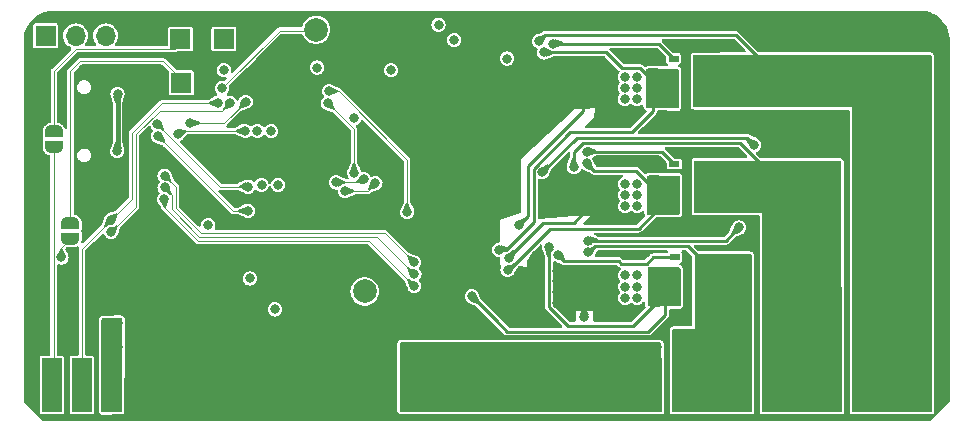
<source format=gbr>
%TF.GenerationSoftware,KiCad,Pcbnew,7.99.0-3012-g423a5b9961*%
%TF.CreationDate,2023-10-21T00:00:59-04:00*%
%TF.ProjectId,drvesc,64727665-7363-42e6-9b69-6361645f7063,V1.0*%
%TF.SameCoordinates,Original*%
%TF.FileFunction,Copper,L4,Bot*%
%TF.FilePolarity,Positive*%
%FSLAX46Y46*%
G04 Gerber Fmt 4.6, Leading zero omitted, Abs format (unit mm)*
G04 Created by KiCad (PCBNEW 7.99.0-3012-g423a5b9961) date 2023-10-21 00:00:59*
%MOMM*%
%LPD*%
G01*
G04 APERTURE LIST*
G04 Aperture macros list*
%AMRoundRect*
0 Rectangle with rounded corners*
0 $1 Rounding radius*
0 $2 $3 $4 $5 $6 $7 $8 $9 X,Y pos of 4 corners*
0 Add a 4 corners polygon primitive as box body*
4,1,4,$2,$3,$4,$5,$6,$7,$8,$9,$2,$3,0*
0 Add four circle primitives for the rounded corners*
1,1,$1+$1,$2,$3*
1,1,$1+$1,$4,$5*
1,1,$1+$1,$6,$7*
1,1,$1+$1,$8,$9*
0 Add four rect primitives between the rounded corners*
20,1,$1+$1,$2,$3,$4,$5,0*
20,1,$1+$1,$4,$5,$6,$7,0*
20,1,$1+$1,$6,$7,$8,$9,0*
20,1,$1+$1,$8,$9,$2,$3,0*%
%AMFreePoly0*
4,1,19,0.500000,-0.750000,0.000000,-0.750000,0.000000,-0.744911,-0.071157,-0.744911,-0.207708,-0.704816,-0.327430,-0.627875,-0.420627,-0.520320,-0.479746,-0.390866,-0.500000,-0.250000,-0.500000,0.250000,-0.479746,0.390866,-0.420627,0.520320,-0.327430,0.627875,-0.207708,0.704816,-0.071157,0.744911,0.000000,0.744911,0.000000,0.750000,0.500000,0.750000,0.500000,-0.750000,0.500000,-0.750000,
$1*%
%AMFreePoly1*
4,1,19,0.000000,0.744911,0.071157,0.744911,0.207708,0.704816,0.327430,0.627875,0.420627,0.520320,0.479746,0.390866,0.500000,0.250000,0.500000,-0.250000,0.479746,-0.390866,0.420627,-0.520320,0.327430,-0.627875,0.207708,-0.704816,0.071157,-0.744911,0.000000,-0.744911,0.000000,-0.750000,-0.500000,-0.750000,-0.500000,0.750000,0.000000,0.750000,0.000000,0.744911,0.000000,0.744911,
$1*%
G04 Aperture macros list end*
%TA.AperFunction,ComponentPad*%
%ADD10O,2.100000X1.000000*%
%TD*%
%TA.AperFunction,ComponentPad*%
%ADD11O,1.600000X1.000000*%
%TD*%
%TA.AperFunction,ComponentPad*%
%ADD12R,1.700000X1.700000*%
%TD*%
%TA.AperFunction,ComponentPad*%
%ADD13O,1.700000X1.700000*%
%TD*%
%TA.AperFunction,ComponentPad*%
%ADD14C,2.000000*%
%TD*%
%TA.AperFunction,SMDPad,CuDef*%
%ADD15R,0.850000X0.500000*%
%TD*%
%TA.AperFunction,SMDPad,CuDef*%
%ADD16R,4.550000X4.410000*%
%TD*%
%TA.AperFunction,SMDPad,CuDef*%
%ADD17RoundRect,0.250000X0.362500X1.425000X-0.362500X1.425000X-0.362500X-1.425000X0.362500X-1.425000X0*%
%TD*%
%TA.AperFunction,SMDPad,CuDef*%
%ADD18FreePoly0,90.000000*%
%TD*%
%TA.AperFunction,SMDPad,CuDef*%
%ADD19FreePoly1,90.000000*%
%TD*%
%TA.AperFunction,SMDPad,CuDef*%
%ADD20R,1.651000X4.572000*%
%TD*%
%TA.AperFunction,ViaPad*%
%ADD21C,0.800000*%
%TD*%
%TA.AperFunction,Conductor*%
%ADD22C,0.254000*%
%TD*%
%TA.AperFunction,Conductor*%
%ADD23C,0.250000*%
%TD*%
%TA.AperFunction,Conductor*%
%ADD24C,0.125000*%
%TD*%
%TA.AperFunction,Conductor*%
%ADD25C,0.406400*%
%TD*%
G04 APERTURE END LIST*
D10*
%TO.P,J2,S1,SHIELD*%
%TO.N,GND*%
X103695400Y-102053200D03*
D11*
X99515400Y-102053200D03*
D10*
X103695400Y-110693200D03*
D11*
X99515400Y-110693200D03*
%TD*%
D12*
%TO.P,TP2,1,1*%
%TO.N,/UART1_RX*%
X111317000Y-99415600D03*
%TD*%
%TO.P,J3,1,Pin_1*%
%TO.N,/+3V3*%
X99900000Y-99136200D03*
D13*
%TO.P,J3,2,Pin_2*%
%TO.N,/RP2040/SWLK*%
X102440000Y-99136200D03*
%TO.P,J3,3,Pin_3*%
%TO.N,/RP2040/SWD*%
X104980000Y-99136200D03*
%TO.P,J3,4,Pin_4*%
%TO.N,GND*%
X107520000Y-99136200D03*
%TD*%
D14*
%TO.P,SW2,1,1*%
%TO.N,/RP2040/USB_BOOT*%
X126923800Y-120774600D03*
%TO.P,SW2,2,2*%
%TO.N,GND*%
X126923800Y-114274600D03*
%TD*%
%TO.P,SW1,1,1*%
%TO.N,/RP2040/RUN*%
X122809000Y-98628200D03*
%TO.P,SW1,2,2*%
%TO.N,GND*%
X129309000Y-98628200D03*
%TD*%
D12*
%TO.P,TP3,1,1*%
%TO.N,/UART1_TX*%
X111400000Y-103124000D03*
%TD*%
%TO.P,TP1,1,1*%
%TO.N,/ESC_PWM*%
X115000000Y-99415600D03*
%TD*%
D15*
%TO.P,Q4,1,S*%
%TO.N,/SL_A*%
X153082624Y-104876600D03*
%TO.P,Q4,2,S*%
X153082624Y-103606600D03*
%TO.P,Q4,3,S*%
X153082624Y-102336600D03*
%TO.P,Q4,4,G*%
%TO.N,/GL_A*%
X153082624Y-101066600D03*
D16*
%TO.P,Q4,5,D*%
%TO.N,/SH_A*%
X157032624Y-102971600D03*
%TD*%
D17*
%TO.P,R4,1*%
%TO.N,/SL_A*%
X151346924Y-103583602D03*
%TO.P,R4,2*%
%TO.N,GND*%
X145421924Y-103583602D03*
%TD*%
D18*
%TO.P,JP2,1,A*%
%TO.N,/BOARD_TX_1*%
X102006400Y-116311200D03*
D19*
%TO.P,JP2,2,B*%
%TO.N,/UART1_TX*%
X102006400Y-115011200D03*
%TD*%
D20*
%TO.P,J1,2,2*%
%TO.N,/SH_A*%
X174091600Y-128701800D03*
%TO.P,J1,4,4*%
X171551600Y-128701800D03*
%TO.P,J1,6,6*%
X169011600Y-128701800D03*
%TO.P,J1,8,8*%
%TO.N,/SH_B*%
X166471600Y-128701800D03*
%TO.P,J1,10,10*%
X163931600Y-128701800D03*
%TO.P,J1,12,12*%
X161391600Y-128701800D03*
%TO.P,J1,14,14*%
%TO.N,/SH_C*%
X158851600Y-128701800D03*
%TO.P,J1,16,16*%
X156311600Y-128701800D03*
%TO.P,J1,18,18*%
X153771600Y-128701800D03*
%TO.P,J1,20,20*%
%TO.N,/PVDD*%
X151231600Y-128701800D03*
%TO.P,J1,22,22*%
X148691600Y-128701800D03*
%TO.P,J1,24,24*%
X146151600Y-128701800D03*
%TO.P,J1,26,26*%
X143611600Y-128701800D03*
%TO.P,J1,28,28*%
X141071600Y-128701800D03*
%TO.P,J1,30,30*%
X138531600Y-128701800D03*
%TO.P,J1,32,32*%
X135991600Y-128701800D03*
%TO.P,J1,34,34*%
X133451600Y-128701800D03*
%TO.P,J1,36,36*%
X130911600Y-128701800D03*
%TO.P,J1,38,38*%
%TO.N,GND*%
X128371600Y-128701800D03*
%TO.P,J1,40,40*%
X125831600Y-128701800D03*
%TO.P,J1,42,42*%
X123291600Y-128701800D03*
%TO.P,J1,44,44*%
X120751600Y-128701800D03*
%TO.P,J1,46,46*%
X118211600Y-128701800D03*
%TO.P,J1,48,48*%
X115671600Y-128701800D03*
%TO.P,J1,50,50*%
X113131600Y-128701800D03*
%TO.P,J1,52,52*%
X110591600Y-128701800D03*
%TO.P,J1,54,54*%
X108051600Y-128701800D03*
%TO.P,J1,56,56*%
%TO.N,/+3V3*%
X105511600Y-128701800D03*
%TO.P,J1,58,58*%
%TO.N,/BOARD_RX*%
X102971600Y-128701800D03*
%TO.P,J1,60,60*%
%TO.N,/BOARD_RX_1*%
X100431600Y-128701800D03*
%TD*%
D15*
%TO.P,Q5,1,S*%
%TO.N,/SL_B*%
X153133424Y-113817400D03*
%TO.P,Q5,2,S*%
X153133424Y-112547400D03*
%TO.P,Q5,3,S*%
X153133424Y-111277400D03*
%TO.P,Q5,4,G*%
%TO.N,/GL_B*%
X153133424Y-110007400D03*
D16*
%TO.P,Q5,5,D*%
%TO.N,/SH_B*%
X157083424Y-111912400D03*
%TD*%
D18*
%TO.P,JP1,1,A*%
%TO.N,/BOARD_RX_1*%
X100609400Y-108534200D03*
D19*
%TO.P,JP1,2,B*%
%TO.N,/UART1_RX*%
X100609400Y-107234200D03*
%TD*%
D17*
%TO.P,R5,1*%
%TO.N,/SL_B*%
X151413824Y-112623600D03*
%TO.P,R5,2*%
%TO.N,GND*%
X145488824Y-112623600D03*
%TD*%
%TO.P,R6,1*%
%TO.N,/SL_C*%
X151483900Y-120381802D03*
%TO.P,R6,2*%
%TO.N,GND*%
X145558900Y-120381802D03*
%TD*%
D15*
%TO.P,Q6,1,S*%
%TO.N,/SL_C*%
X153187400Y-121702602D03*
%TO.P,Q6,2,S*%
X153187400Y-120432602D03*
%TO.P,Q6,3,S*%
X153187400Y-119162602D03*
%TO.P,Q6,4,G*%
%TO.N,/GL_C*%
X153187400Y-117892602D03*
D16*
%TO.P,Q6,5,D*%
%TO.N,/SH_C*%
X157137400Y-119797602D03*
%TD*%
D21*
%TO.N,GND*%
X134776900Y-110512998D03*
X98933000Y-113817400D03*
X121400000Y-101700000D03*
X118000000Y-97700000D03*
X139069500Y-105686998D03*
X115798600Y-117602000D03*
X131881300Y-110512998D03*
X143142724Y-113969800D03*
X143142724Y-113055400D03*
X111761256Y-125428798D03*
X148914576Y-109834404D03*
X123115056Y-125454198D03*
X143244324Y-121753402D03*
X144082524Y-111252000D03*
X125934456Y-125454198D03*
X119614100Y-118005998D03*
X105944400Y-110312200D03*
X121700000Y-100700000D03*
X118365256Y-125428798D03*
X113640856Y-125428798D03*
X144184124Y-121753402D03*
X117218999Y-122478800D03*
X136250100Y-107515798D03*
X136275500Y-110512998D03*
X148933200Y-117703600D03*
X139103697Y-117972900D03*
X124994656Y-125454198D03*
X114147600Y-117525800D03*
X143142724Y-111252000D03*
X107875056Y-125428798D03*
X121214300Y-120291998D03*
X131855900Y-107515798D03*
X105919000Y-102412800D03*
X119588700Y-120317398D03*
X114580656Y-125428798D03*
X138506200Y-99161600D03*
X117201100Y-108277798D03*
X111370400Y-116471400D03*
X109881656Y-125428798D03*
X117963100Y-102486598D03*
X121392100Y-104848798D03*
X111892500Y-112189398D03*
X144018000Y-104015402D03*
X148717000Y-100840402D03*
X144082524Y-112141000D03*
X127814056Y-125454198D03*
X145516600Y-122948100D03*
X111917900Y-113129198D03*
X125150300Y-108455598D03*
X111892500Y-108074598D03*
X112701056Y-125428798D03*
X144082524Y-113055400D03*
X143078200Y-103101002D03*
X123042100Y-114297598D03*
X139951999Y-115189000D03*
X143244324Y-119924602D03*
X143244324Y-119035602D03*
X126874256Y-125454198D03*
X119588700Y-110665398D03*
X133252900Y-110512998D03*
X119305056Y-125428798D03*
X144184124Y-119924602D03*
X117425456Y-125428798D03*
X121214300Y-119174398D03*
X143078200Y-102212002D03*
X109116399Y-110617000D03*
X119614100Y-119174398D03*
X131855900Y-111884598D03*
X134751500Y-107515798D03*
X120244856Y-125428798D03*
X116865400Y-117602000D03*
X143244324Y-120839002D03*
X121184656Y-125428798D03*
X134751500Y-111884598D03*
X110821456Y-125428798D03*
X144018000Y-103101002D03*
X124054856Y-125454198D03*
X131881300Y-109090598D03*
X123190000Y-117322600D03*
X136250100Y-111884598D03*
X143142724Y-112141000D03*
X117201100Y-110665398D03*
X128728456Y-125454198D03*
X121214300Y-118005998D03*
X119588700Y-108277798D03*
X133227500Y-107515798D03*
X122099056Y-125428798D03*
X112748599Y-114145198D03*
X144018000Y-102212002D03*
X104394000Y-113766600D03*
X134776900Y-109090598D03*
X116485656Y-125428798D03*
X144018000Y-104929802D03*
X136275500Y-109090598D03*
X143078200Y-104929802D03*
X143078200Y-104015402D03*
X133227500Y-111884598D03*
X108814856Y-125428798D03*
X144184124Y-119035602D03*
X115495056Y-125428798D03*
X128828800Y-122250200D03*
X144184124Y-120839002D03*
X144082524Y-113969800D03*
X133252900Y-109090598D03*
%TO.N,/PVDD*%
X147929600Y-125501400D03*
X145034000Y-125476000D03*
X148971000Y-120370600D03*
X146989800Y-125501400D03*
X144119600Y-125476000D03*
X149987000Y-120370600D03*
X148971000Y-119430800D03*
X149987000Y-111683800D03*
X149987000Y-121310400D03*
X137515600Y-125476000D03*
X134696200Y-125476000D03*
X146050000Y-125501400D03*
X148971000Y-111683800D03*
X132816600Y-125476000D03*
X149961600Y-103555800D03*
X138430000Y-125476000D03*
X151663400Y-125501400D03*
X135636000Y-125476000D03*
X149961600Y-102616000D03*
X149809200Y-125501400D03*
X148971000Y-112623600D03*
X149987000Y-112623600D03*
X148945600Y-104495600D03*
X131749800Y-125476000D03*
X142240000Y-125476000D03*
X138986799Y-101066600D03*
X141300200Y-125476000D03*
X139420600Y-125476000D03*
X136575800Y-125476000D03*
X149961600Y-104495600D03*
X133172200Y-98196400D03*
X149987000Y-119430800D03*
X148869400Y-125501400D03*
X150749000Y-125501400D03*
X130810000Y-125476000D03*
X148971000Y-121310400D03*
X148945600Y-102616000D03*
X140360400Y-125476000D03*
X143179800Y-125476000D03*
X148971000Y-113563400D03*
X133756400Y-125476000D03*
X134493000Y-99491800D03*
X148945600Y-103555800D03*
X149987000Y-113563400D03*
%TO.N,/+3V3*%
X118184199Y-111757598D03*
X105003600Y-124434600D03*
X129159000Y-102057200D03*
X117193599Y-119684800D03*
X105029000Y-125450600D03*
X119329200Y-122301000D03*
X115000000Y-102031800D03*
X105003600Y-123418600D03*
X119004500Y-107210998D03*
X105994200Y-125450600D03*
X122890700Y-101826198D03*
X105968800Y-124434600D03*
X126039300Y-106093398D03*
X105994200Y-123418600D03*
%TO.N,/RP2040/+1.1V*%
X113662999Y-115161198D03*
X119581199Y-111757598D03*
X117836100Y-107210998D03*
%TO.N,/SH_A*%
X174396400Y-106476800D03*
X168757600Y-125552200D03*
X160197800Y-104648000D03*
X170637200Y-120827800D03*
X169722800Y-106476800D03*
X173482000Y-111099600D03*
X172466000Y-115798600D03*
X171526200Y-115798600D03*
X170662600Y-106476800D03*
X170586400Y-115798600D03*
X173405800Y-115798600D03*
X168656000Y-104622600D03*
X173482000Y-106476800D03*
X168656000Y-103530400D03*
X162991800Y-104648000D03*
X141657423Y-99588298D03*
X171577000Y-120827800D03*
X174396400Y-111099600D03*
X168757600Y-120827800D03*
X169722800Y-111099600D03*
X172542200Y-106476800D03*
X171577000Y-125552200D03*
X171602400Y-111099600D03*
X168783000Y-111099600D03*
X160197800Y-103555800D03*
X168783000Y-106476800D03*
X165760400Y-101346000D03*
X168706800Y-115798600D03*
X173456600Y-125552200D03*
X165760400Y-104622600D03*
X173456600Y-120827800D03*
X174320200Y-115798600D03*
X174371000Y-120827800D03*
X169697400Y-125552200D03*
X174371000Y-125552200D03*
X172516800Y-125552200D03*
X169646600Y-115798600D03*
X172516800Y-120827800D03*
X165760400Y-103530400D03*
X162991800Y-101371400D03*
X165760400Y-102438200D03*
X162991800Y-102463600D03*
X160197800Y-101371400D03*
X160197800Y-102463600D03*
X168656000Y-102438200D03*
X172542200Y-111099600D03*
X162991800Y-103555800D03*
X170662600Y-111099600D03*
X170637200Y-125552200D03*
X168656000Y-101346000D03*
X171602400Y-106476800D03*
X169697400Y-120827800D03*
%TO.N,/SH_B*%
X164896800Y-122174000D03*
X163017200Y-119075200D03*
X164896800Y-119075200D03*
X161137600Y-122174000D03*
X161137600Y-119075200D03*
X162077400Y-122174000D03*
X160731200Y-113690400D03*
X160731200Y-110261400D03*
X160731200Y-112598200D03*
X163017200Y-122174000D03*
X162026600Y-115798600D03*
X164846000Y-115798600D03*
X165836600Y-122174000D03*
X162077400Y-119075200D03*
X165836600Y-119075200D03*
X162966400Y-115798600D03*
X161137600Y-125552200D03*
X163906200Y-115798600D03*
X165785800Y-115798600D03*
X166751000Y-122174000D03*
X163957000Y-122174000D03*
X164896800Y-125552200D03*
X166700200Y-115798600D03*
X162077400Y-125552200D03*
X163017200Y-125552200D03*
X166751000Y-119075200D03*
X166751000Y-125552200D03*
X165836600Y-125552200D03*
X144638441Y-110260737D03*
X161086800Y-115798600D03*
X160731200Y-111353600D03*
X163957000Y-119075200D03*
X163957000Y-125552200D03*
%TO.N,/BOARD_TX*%
X115499300Y-104823398D03*
X105435400Y-115740206D03*
%TO.N,/BOARD_RX*%
X105435400Y-114740703D03*
X114534100Y-104823398D03*
%TO.N,/BOARD_TX_1*%
X101239400Y-117906800D03*
%TO.N,/RP2040/VBUS*%
X105968800Y-108915200D03*
X105994200Y-104063800D03*
%TO.N,/RP2040/SWLK*%
X116794700Y-107185598D03*
X111119700Y-107441004D03*
%TO.N,/RP2040/SWD*%
X112158894Y-106523598D03*
X116845500Y-104721798D03*
%TO.N,/GH_B*%
X141960600Y-110678698D03*
X159884599Y-108390201D03*
%TO.N,/SL_A*%
X138300999Y-117246400D03*
X142110923Y-100540948D03*
%TO.N,/GL_A*%
X142902050Y-99814448D03*
%TO.N,/SL_B*%
X139023671Y-118969193D03*
X145719800Y-109940103D03*
%TO.N,/GL_B*%
X145719800Y-108940600D03*
%TO.N,/RP2040/RUN*%
X114827619Y-103590818D03*
%TO.N,/NFAULT*%
X123804100Y-104823398D03*
X126019915Y-110724593D03*
%TO.N,/PWRGD*%
X123917590Y-103830359D03*
X130509700Y-114068998D03*
%TO.N,/NSCS*%
X124510945Y-111546453D03*
X126842096Y-111292198D03*
%TO.N,/SDI*%
X127823248Y-111616198D03*
X125239561Y-112275069D03*
%TO.N,/SO1*%
X131093900Y-118318898D03*
X109980000Y-110981486D03*
%TO.N,/SO2*%
X131127556Y-119317834D03*
X109980000Y-111980989D03*
%TO.N,/SO3*%
X109929199Y-112979200D03*
X131117515Y-120317286D03*
%TO.N,/GL_C*%
X143307807Y-117688821D03*
%TO.N,/SL_C*%
X142544800Y-117043200D03*
X135989599Y-121183400D03*
%TO.N,/SH_C*%
X156337000Y-123215400D03*
X158216600Y-125526800D03*
X153517600Y-124358400D03*
X156337000Y-125526800D03*
X145846800Y-117483903D03*
X157276800Y-124358400D03*
X155397200Y-124358400D03*
X154457400Y-124358400D03*
X154457400Y-125526800D03*
X157276800Y-125526800D03*
X158216600Y-124358400D03*
X158216600Y-123215400D03*
X153517600Y-125526800D03*
X159131000Y-125526800D03*
X159131000Y-124358400D03*
X156337000Y-124358400D03*
X159131000Y-123215400D03*
X155397200Y-125526800D03*
X157276800Y-123215400D03*
X155397200Y-123215400D03*
%TO.N,/GH_C*%
X158623000Y-115366800D03*
X145846800Y-116484400D03*
%TO.N,Net-(U3-USB_DM)*%
X117041199Y-111912400D03*
X109364507Y-106622022D03*
%TO.N,Net-(U3-USB_DP)*%
X109423200Y-107619800D03*
X117015799Y-113969800D03*
%TD*%
D22*
%TO.N,GND*%
X140771341Y-110199184D02*
X140771341Y-114369658D01*
X145516600Y-122948100D02*
X145516600Y-120424102D01*
D23*
X145488824Y-112623600D02*
X145488824Y-114099176D01*
D22*
X145421924Y-103583602D02*
X145421924Y-105548601D01*
X145421924Y-105548601D02*
X140771341Y-110199184D01*
X145516600Y-120424102D02*
X145558900Y-120381802D01*
X139103697Y-117878558D02*
X142021855Y-114960400D01*
X140771341Y-114369658D02*
X139951999Y-115189000D01*
D23*
X142036800Y-114960400D02*
X142021855Y-114960400D01*
X144627600Y-114960400D02*
X142036800Y-114960400D01*
X145488824Y-114099176D02*
X144627600Y-114960400D01*
D22*
X139103697Y-117972900D02*
X139103697Y-117878558D01*
D24*
%TO.N,/PVDD*%
X148691600Y-128701800D02*
X148691600Y-127241300D01*
D22*
%TO.N,/SH_A*%
X160197800Y-100939600D02*
X160197800Y-101371400D01*
X142157773Y-99087948D02*
X158346148Y-99087948D01*
X141657423Y-99588298D02*
X142157773Y-99087948D01*
X158346148Y-99087948D02*
X160197800Y-100939600D01*
D23*
%TO.N,/SH_B*%
X145419702Y-108216100D02*
X158685900Y-108216100D01*
X144638441Y-108997361D02*
X145419702Y-108216100D01*
X144638441Y-110260737D02*
X144638441Y-108997361D01*
X158685900Y-108216100D02*
X160731200Y-110261400D01*
D24*
%TO.N,/BOARD_TX*%
X114837300Y-105485398D02*
X115499300Y-104823398D01*
X105435400Y-115740206D02*
X107565300Y-113610306D01*
X107565300Y-107471100D02*
X109551002Y-105485398D01*
X109551002Y-105485398D02*
X114837300Y-105485398D01*
X107565300Y-113610306D02*
X107565300Y-107471100D01*
%TO.N,/BOARD_RX*%
X102971600Y-117204503D02*
X105435400Y-114740703D01*
X107240800Y-112935303D02*
X107240800Y-107336688D01*
X109754090Y-104823398D02*
X114534100Y-104823398D01*
X105435400Y-114740703D02*
X107240800Y-112935303D01*
X102971600Y-128701800D02*
X102971600Y-117204503D01*
X107240800Y-107336688D02*
X109754090Y-104823398D01*
%TO.N,/BOARD_TX_1*%
X101239400Y-117906800D02*
X101239400Y-117078200D01*
X101239400Y-117078200D02*
X102006400Y-116311200D01*
%TO.N,/BOARD_RX_1*%
X100577400Y-128556000D02*
X100577400Y-108566200D01*
X100431600Y-128701800D02*
X100577400Y-128556000D01*
X100577400Y-108566200D02*
X100609400Y-108534200D01*
D25*
%TO.N,/RP2040/VBUS*%
X105994200Y-104063800D02*
X105994200Y-108889800D01*
X105994200Y-108889800D02*
X105968800Y-108915200D01*
D24*
%TO.N,/RP2040/SWLK*%
X116794700Y-107185598D02*
X111375106Y-107185598D01*
X111375106Y-107185598D02*
X111119700Y-107441004D01*
%TO.N,/RP2040/SWD*%
X115043700Y-106523598D02*
X112158894Y-106523598D01*
X116845500Y-104721798D02*
X115043700Y-106523598D01*
%TO.N,/UART1_RX*%
X110824800Y-100253800D02*
X111663000Y-99415600D01*
X102489000Y-100253800D02*
X110824800Y-100253800D01*
X100609400Y-102133400D02*
X102489000Y-100253800D01*
X100609400Y-107234200D02*
X100609400Y-102133400D01*
%TO.N,/UART1_TX*%
X102006400Y-102114569D02*
X102829769Y-101291200D01*
X109855600Y-101291200D02*
X111688400Y-103124000D01*
X102006400Y-115011200D02*
X102006400Y-102114569D01*
X102829769Y-101291200D02*
X109855600Y-101291200D01*
D22*
%TO.N,/GH_B*%
X144874698Y-107764600D02*
X159258998Y-107764600D01*
X159258998Y-107764600D02*
X159884599Y-108390201D01*
X141960600Y-110678698D02*
X144874698Y-107764600D01*
%TO.N,/SL_A*%
X144300771Y-107311100D02*
X149529800Y-107311100D01*
X138922026Y-117246400D02*
X141234100Y-114934326D01*
X150262527Y-101889500D02*
X151346924Y-102973897D01*
X151346924Y-105493976D02*
X151346924Y-103583602D01*
X147390119Y-100540948D02*
X148738671Y-101889500D01*
X141234100Y-110377771D02*
X144300771Y-107311100D01*
X151346924Y-102973897D02*
X151346924Y-103583602D01*
X142110923Y-100540948D02*
X147390119Y-100540948D01*
X149529800Y-107311100D02*
X151346924Y-105493976D01*
X148738671Y-101889500D02*
X150262527Y-101889500D01*
X141234100Y-114934326D02*
X141234100Y-110377771D01*
X138300999Y-117246400D02*
X138922026Y-117246400D01*
%TO.N,/GL_A*%
X151830472Y-99814448D02*
X153082624Y-101066600D01*
X142902050Y-99814448D02*
X151830472Y-99814448D01*
D23*
%TO.N,/SL_B*%
X146345897Y-110566200D02*
X145719800Y-109940103D01*
D22*
X151413824Y-112623600D02*
X151413824Y-114168576D01*
X142632371Y-115471653D02*
X150110747Y-115471653D01*
X139023671Y-118969193D02*
X139134831Y-118969193D01*
X151413824Y-114168576D02*
X150110747Y-115471653D01*
X150170500Y-115411900D02*
X150202900Y-115379500D01*
X139134831Y-118969193D02*
X142632371Y-115471653D01*
D23*
X149893998Y-110566200D02*
X146345897Y-110566200D01*
X151413824Y-112623600D02*
X151413824Y-112086026D01*
X151413824Y-112086026D02*
X149893998Y-110566200D01*
%TO.N,/GL_B*%
X152066624Y-108940600D02*
X153133424Y-110007400D01*
X145719800Y-108940600D02*
X152066624Y-108940600D01*
D24*
%TO.N,/RP2040/RUN*%
X119718437Y-98700000D02*
X122737200Y-98700000D01*
X114827619Y-103590818D02*
X119718437Y-98700000D01*
X122737200Y-98700000D02*
X122809000Y-98628200D01*
%TO.N,/NFAULT*%
X123804100Y-104823398D02*
X126019915Y-107039213D01*
X126019915Y-107039213D02*
X126019915Y-110724593D01*
%TO.N,/PWRGD*%
X124712471Y-103830359D02*
X123917590Y-103830359D01*
X130509700Y-114068998D02*
X130509700Y-109627588D01*
X130509700Y-109627588D02*
X124712471Y-103830359D01*
%TO.N,/NSCS*%
X126587841Y-111546453D02*
X126842096Y-111292198D01*
X124510945Y-111546453D02*
X126587841Y-111546453D01*
%TO.N,/SDI*%
X127164377Y-112275069D02*
X127823248Y-111616198D01*
X125239561Y-112275069D02*
X127164377Y-112275069D01*
%TO.N,/SO1*%
X113036100Y-115823198D02*
X110915699Y-113702797D01*
X128598200Y-115823198D02*
X113036100Y-115823198D01*
X110915699Y-113702797D02*
X110915699Y-111917185D01*
X110915699Y-111917185D02*
X109980000Y-110981486D01*
X131093900Y-118318898D02*
X128598200Y-115823198D01*
%TO.N,/SO2*%
X110591199Y-112592188D02*
X110591199Y-113837209D01*
X131127556Y-119317834D02*
X127957420Y-116147698D01*
X110591199Y-112592188D02*
X109980000Y-111980989D01*
X112901688Y-116147698D02*
X127957420Y-116147698D01*
X110591199Y-113837209D02*
X112901688Y-116147698D01*
%TO.N,/SO3*%
X127272427Y-116472198D02*
X112767276Y-116472198D01*
X131117515Y-120317286D02*
X127272427Y-116472198D01*
X112767276Y-116472198D02*
X109929199Y-113634121D01*
X109929199Y-113634121D02*
X109929199Y-112979200D01*
D22*
%TO.N,/GL_C*%
X153187400Y-117892602D02*
X151321998Y-117892602D01*
D23*
X143307807Y-117688821D02*
X143829389Y-118210403D01*
D22*
X150784500Y-118430100D02*
X148632273Y-118430100D01*
X151321998Y-117892602D02*
X150784500Y-118430100D01*
X148632273Y-118430100D02*
X148412576Y-118210403D01*
D23*
X143829389Y-118210403D02*
X148412576Y-118210403D01*
D22*
%TO.N,/SL_C*%
X150926800Y-124180600D02*
X152349200Y-122758200D01*
D23*
X142544800Y-117043200D02*
X142519824Y-117068176D01*
X151483900Y-121845500D02*
X151483900Y-120381802D01*
D22*
X151483900Y-120840927D02*
X151483900Y-120381802D01*
X138986799Y-124180600D02*
X150926800Y-124180600D01*
X152349200Y-122758200D02*
X152349200Y-121589800D01*
X151257000Y-120608702D02*
X151483900Y-120381802D01*
D23*
X149656800Y-123672600D02*
X151483900Y-121845500D01*
D22*
X138047999Y-123241801D02*
X135989599Y-121183400D01*
X138123198Y-123317000D02*
X138047999Y-123241801D01*
X151483900Y-119530700D02*
X151483900Y-120381802D01*
D23*
X142519824Y-117068176D02*
X142519824Y-122098224D01*
X142519824Y-122098224D02*
X144094200Y-123672600D01*
X144094200Y-123672600D02*
X149656800Y-123672600D01*
D22*
X138047999Y-123241801D02*
X138986799Y-124180600D01*
X135989599Y-121220227D02*
X135989599Y-121183400D01*
%TO.N,/SH_C*%
X154316898Y-116977100D02*
X157137400Y-119797602D01*
X145874724Y-117483903D02*
X146381527Y-116977100D01*
X145846800Y-117483903D02*
X145874724Y-117483903D01*
X146381527Y-116977100D02*
X154316898Y-116977100D01*
D23*
%TO.N,/GH_C*%
X145846800Y-116484400D02*
X157505400Y-116484400D01*
X157505400Y-116484400D02*
X158623000Y-115366800D01*
D24*
%TO.N,Net-(U3-USB_DM)*%
X114654885Y-111912400D02*
X117041199Y-111912400D01*
X109364507Y-106622022D02*
X114654885Y-111912400D01*
%TO.N,Net-(U3-USB_DP)*%
X117015799Y-113969800D02*
X115773200Y-113969800D01*
X115773200Y-113969800D02*
X109423200Y-107619800D01*
%TD*%
%TA.AperFunction,Conductor*%
%TO.N,/SH_A*%
G36*
X174872708Y-100756156D02*
G01*
X174918529Y-100808903D01*
X174929800Y-100860556D01*
X174929800Y-130863800D01*
X174910115Y-130930839D01*
X174857311Y-130976594D01*
X174805800Y-130987800D01*
X168297522Y-130987800D01*
X168230483Y-130968115D01*
X168184728Y-130915311D01*
X168173522Y-130863678D01*
X168198800Y-105206799D01*
X154885966Y-105181633D01*
X154818963Y-105161822D01*
X154773308Y-105108931D01*
X154762200Y-105057633D01*
X154762200Y-100885644D01*
X154781885Y-100818605D01*
X154834689Y-100772850D01*
X154886043Y-100761644D01*
X174805645Y-100736556D01*
X174872708Y-100756156D01*
G37*
%TD.AperFunction*%
%TD*%
%TA.AperFunction,Conductor*%
%TO.N,/SH_B*%
G36*
X167202334Y-109722285D02*
G01*
X167248089Y-109775089D01*
X167259295Y-109826304D01*
X167309503Y-130863504D01*
X167289978Y-130930590D01*
X167237284Y-130976471D01*
X167185503Y-130987800D01*
X160702800Y-130987800D01*
X160635761Y-130968115D01*
X160590006Y-130915311D01*
X160578800Y-130863800D01*
X160578800Y-114122200D01*
X154937000Y-114122200D01*
X154869961Y-114102515D01*
X154824206Y-114049711D01*
X154813000Y-113998200D01*
X154813000Y-109826600D01*
X154832685Y-109759561D01*
X154885489Y-109713806D01*
X154937000Y-109702600D01*
X167135295Y-109702600D01*
X167202334Y-109722285D01*
G37*
%TD.AperFunction*%
%TD*%
%TA.AperFunction,Conductor*%
%TO.N,/PVDD*%
G36*
X151920007Y-125094857D02*
G01*
X151987023Y-125114619D01*
X152032717Y-125167475D01*
X152043863Y-125219391D01*
X152019532Y-130864334D01*
X151999559Y-130931288D01*
X151946558Y-130976815D01*
X151895533Y-130987800D01*
X130019600Y-130987800D01*
X129952561Y-130968115D01*
X129906806Y-130915311D01*
X129895600Y-130863800D01*
X129895600Y-125193742D01*
X129915285Y-125126703D01*
X129968089Y-125080948D01*
X130019740Y-125069742D01*
X151920007Y-125094857D01*
G37*
%TD.AperFunction*%
%TD*%
%TA.AperFunction,Conductor*%
%TO.N,/SH_C*%
G36*
X159632839Y-117621685D02*
G01*
X159678594Y-117674489D01*
X159689800Y-117726000D01*
X159689800Y-130863800D01*
X159670115Y-130930839D01*
X159617311Y-130976594D01*
X159565800Y-130987800D01*
X153057400Y-130987800D01*
X152990361Y-130968115D01*
X152944606Y-130915311D01*
X152933400Y-130863800D01*
X152933400Y-124076000D01*
X152953085Y-124008961D01*
X153005889Y-123963206D01*
X153057400Y-123952000D01*
X154863800Y-123952000D01*
X154863800Y-117726000D01*
X154883485Y-117658961D01*
X154936289Y-117613206D01*
X154987800Y-117602000D01*
X159565800Y-117602000D01*
X159632839Y-117621685D01*
G37*
%TD.AperFunction*%
%TD*%
%TA.AperFunction,Conductor*%
%TO.N,/+3V3*%
G36*
X106341742Y-123032727D02*
G01*
X106388246Y-123084872D01*
X106400198Y-123138384D01*
X106375587Y-130865973D01*
X106355689Y-130932949D01*
X106302740Y-130978536D01*
X106253385Y-130989565D01*
X104748397Y-131011376D01*
X104681079Y-130992665D01*
X104634564Y-130940530D01*
X104622600Y-130887389D01*
X104622600Y-123159840D01*
X104642285Y-123092801D01*
X104695089Y-123047046D01*
X104744824Y-123035853D01*
X106274429Y-123014002D01*
X106341742Y-123032727D01*
G37*
%TD.AperFunction*%
%TD*%
%TA.AperFunction,Conductor*%
%TO.N,/BOARD_TX*%
G36*
X115141083Y-104674989D02*
G01*
X115495495Y-104820834D01*
X115501842Y-104827152D01*
X115501863Y-104827202D01*
X115647701Y-105181597D01*
X115647680Y-105190551D01*
X115641333Y-105196869D01*
X115640808Y-105197070D01*
X114984778Y-105430794D01*
X114975834Y-105430343D01*
X114972578Y-105428046D01*
X114894651Y-105350119D01*
X114891224Y-105341846D01*
X114891901Y-105337925D01*
X114906514Y-105296909D01*
X114910410Y-105291558D01*
X114962382Y-105251680D01*
X115058636Y-105126239D01*
X115119144Y-104980160D01*
X115139782Y-104823398D01*
X115122727Y-104693854D01*
X115123305Y-104688408D01*
X115125628Y-104681887D01*
X115131632Y-104675246D01*
X115140575Y-104674795D01*
X115141083Y-104674989D01*
G37*
%TD.AperFunction*%
%TD*%
%TA.AperFunction,Conductor*%
%TO.N,/SL_C*%
G36*
X142903525Y-117191759D02*
G01*
X142909843Y-117198106D01*
X142909822Y-117207060D01*
X142909811Y-117207087D01*
X142892299Y-117248795D01*
X142888635Y-117253547D01*
X142879525Y-117260538D01*
X142783272Y-117385978D01*
X142783266Y-117385988D01*
X142722765Y-117532052D01*
X142722762Y-117532061D01*
X142702125Y-117688821D01*
X142702125Y-117688822D01*
X142703007Y-117695528D01*
X142702195Y-117701583D01*
X142655730Y-117812254D01*
X142648147Y-117830319D01*
X142647835Y-117831061D01*
X142641473Y-117837363D01*
X142637047Y-117838232D01*
X142403187Y-117838232D01*
X142394914Y-117834805D01*
X142392117Y-117830319D01*
X142178794Y-117206640D01*
X142179359Y-117197705D01*
X142185361Y-117192056D01*
X142540300Y-117044075D01*
X142549249Y-117044055D01*
X142903525Y-117191759D01*
G37*
%TD.AperFunction*%
%TD*%
%TA.AperFunction,Conductor*%
%TO.N,/GL_B*%
G36*
X145900496Y-108581490D02*
G01*
X146512237Y-108812741D01*
X146518764Y-108818872D01*
X146519800Y-108823685D01*
X146519800Y-109057514D01*
X146516373Y-109065787D01*
X146512237Y-109068458D01*
X145883455Y-109306151D01*
X145874505Y-109305871D01*
X145868519Y-109299709D01*
X145772106Y-109068458D01*
X145720675Y-108945099D01*
X145720655Y-108936150D01*
X145868519Y-108581489D01*
X145874866Y-108575172D01*
X145883454Y-108575048D01*
X145900496Y-108581490D01*
G37*
%TD.AperFunction*%
%TD*%
%TA.AperFunction,Conductor*%
%TO.N,/RP2040/SWLK*%
G36*
X116646122Y-106826863D02*
G01*
X116646351Y-106827378D01*
X116793823Y-107181096D01*
X116793844Y-107190050D01*
X116793823Y-107190100D01*
X116646351Y-107543817D01*
X116640004Y-107550135D01*
X116631050Y-107550114D01*
X116630535Y-107549885D01*
X116001383Y-107251269D01*
X115995379Y-107244626D01*
X115994700Y-107240699D01*
X115994700Y-107130496D01*
X115998127Y-107122223D01*
X116001383Y-107119926D01*
X116630536Y-106821309D01*
X116639479Y-106820859D01*
X116646122Y-106826863D01*
G37*
%TD.AperFunction*%
%TD*%
%TA.AperFunction,Conductor*%
%TO.N,/SH_C*%
G36*
X146434470Y-116856088D02*
G01*
X146440459Y-116862746D01*
X146441128Y-116866646D01*
X146441128Y-117101734D01*
X146440208Y-117106281D01*
X146220865Y-117626275D01*
X146214492Y-117632566D01*
X146205618Y-117632542D01*
X146190447Y-117626275D01*
X146122440Y-117598181D01*
X145850299Y-117485761D01*
X145843961Y-117479435D01*
X145698410Y-117125731D01*
X145698431Y-117116777D01*
X145704778Y-117110459D01*
X145705307Y-117110256D01*
X145782635Y-117082916D01*
X145788055Y-117082348D01*
X145846800Y-117090082D01*
X146003562Y-117069444D01*
X146099122Y-117029861D01*
X146149632Y-117008940D01*
X146149633Y-117008939D01*
X146149641Y-117008936D01*
X146275082Y-116912682D01*
X146277052Y-116910114D01*
X146282429Y-116906209D01*
X146425529Y-116855615D01*
X146434470Y-116856088D01*
G37*
%TD.AperFunction*%
%TD*%
%TA.AperFunction,Conductor*%
%TO.N,/BOARD_TX*%
G36*
X105958865Y-115133260D02*
G01*
X105962121Y-115135557D01*
X106040048Y-115213484D01*
X106043475Y-115221757D01*
X106042796Y-115225684D01*
X105809072Y-115881714D01*
X105803068Y-115888357D01*
X105794124Y-115888808D01*
X105793599Y-115888607D01*
X105439204Y-115742769D01*
X105432857Y-115736451D01*
X105432836Y-115736401D01*
X105286998Y-115382006D01*
X105287019Y-115373052D01*
X105293366Y-115366734D01*
X105293849Y-115366548D01*
X105370713Y-115339164D01*
X105376161Y-115338586D01*
X105435400Y-115346385D01*
X105592162Y-115325747D01*
X105687722Y-115286164D01*
X105738232Y-115265243D01*
X105738233Y-115265242D01*
X105738241Y-115265239D01*
X105863682Y-115168985D01*
X105867338Y-115164220D01*
X105872685Y-115160326D01*
X105949924Y-115132809D01*
X105958865Y-115133260D01*
G37*
%TD.AperFunction*%
%TD*%
%TA.AperFunction,Conductor*%
%TO.N,/RP2040/SWLK*%
G36*
X111132722Y-107042528D02*
G01*
X111810538Y-107121887D01*
X111818355Y-107126253D01*
X111820876Y-107133508D01*
X111820876Y-107243685D01*
X111817962Y-107251411D01*
X111484954Y-107630123D01*
X111483291Y-107631679D01*
X111464218Y-107646316D01*
X111419809Y-107704189D01*
X111419561Y-107704490D01*
X111410765Y-107714493D01*
X111402728Y-107718443D01*
X111394253Y-107715553D01*
X111393720Y-107715055D01*
X111122153Y-107444445D01*
X111118712Y-107436178D01*
X111118712Y-107436128D01*
X111119667Y-107054121D01*
X111123115Y-107045856D01*
X111131396Y-107042450D01*
X111132722Y-107042528D01*
G37*
%TD.AperFunction*%
%TD*%
%TA.AperFunction,Conductor*%
%TO.N,/RP2040/VBUS*%
G36*
X106354399Y-104212973D02*
G01*
X106360717Y-104219320D01*
X106361228Y-104226686D01*
X106199659Y-104855014D01*
X106194280Y-104862173D01*
X106188328Y-104863800D01*
X105800072Y-104863800D01*
X105791799Y-104860373D01*
X105788741Y-104855014D01*
X105627171Y-104226686D01*
X105628429Y-104217820D01*
X105633997Y-104212974D01*
X105989700Y-104064675D01*
X105998649Y-104064655D01*
X106354399Y-104212973D01*
G37*
%TD.AperFunction*%
%TD*%
%TA.AperFunction,Conductor*%
%TO.N,/SDI*%
G36*
X127465031Y-111467789D02*
G01*
X127819443Y-111613634D01*
X127825790Y-111619952D01*
X127825811Y-111620002D01*
X127971649Y-111974397D01*
X127971628Y-111983351D01*
X127965281Y-111989669D01*
X127964756Y-111989870D01*
X127308726Y-112223594D01*
X127299782Y-112223143D01*
X127296526Y-112220846D01*
X127218599Y-112142919D01*
X127215172Y-112134646D01*
X127215849Y-112130725D01*
X127449576Y-111474687D01*
X127455579Y-111468046D01*
X127464523Y-111467595D01*
X127465031Y-111467789D01*
G37*
%TD.AperFunction*%
%TD*%
%TA.AperFunction,Conductor*%
%TO.N,GND*%
G36*
X140433615Y-114539245D02*
G01*
X140601753Y-114707383D01*
X140605180Y-114715656D01*
X140604131Y-114720498D01*
X140326220Y-115331801D01*
X140319676Y-115337914D01*
X140311117Y-115337779D01*
X139955803Y-115191563D01*
X139949456Y-115185245D01*
X139949435Y-115185195D01*
X139803219Y-114829881D01*
X139803240Y-114820927D01*
X139809195Y-114814779D01*
X140420502Y-114536866D01*
X140429449Y-114536563D01*
X140433615Y-114539245D01*
G37*
%TD.AperFunction*%
%TD*%
%TA.AperFunction,Conductor*%
%TO.N,GND*%
G36*
X143016775Y-118218248D02*
G01*
X143060906Y-118236528D01*
X143078881Y-118245755D01*
X143093725Y-118254978D01*
X143093728Y-118254979D01*
X143093732Y-118254981D01*
X143571824Y-118434683D01*
X143606458Y-118459196D01*
X143608619Y-118456621D01*
X143616929Y-118463593D01*
X143616932Y-118463594D01*
X143616934Y-118463597D01*
X143651986Y-118483834D01*
X143656549Y-118486741D01*
X143688559Y-118509155D01*
X143689705Y-118509957D01*
X143689708Y-118509957D01*
X143694565Y-118512223D01*
X143711322Y-118519163D01*
X143716342Y-118520990D01*
X143716344Y-118520991D01*
X143756219Y-118528021D01*
X143761476Y-118529187D01*
X143800582Y-118539666D01*
X143840899Y-118536138D01*
X143846301Y-118535903D01*
X148223560Y-118535903D01*
X148290599Y-118555588D01*
X148311241Y-118572222D01*
X148388679Y-118649660D01*
X148392325Y-118653639D01*
X148418513Y-118684850D01*
X148453800Y-118705223D01*
X148458350Y-118708121D01*
X148478771Y-118722420D01*
X148491728Y-118731493D01*
X148496345Y-118733646D01*
X148513753Y-118740856D01*
X148518531Y-118742595D01*
X148518534Y-118742597D01*
X148536109Y-118745695D01*
X148598710Y-118776719D01*
X148634603Y-118836665D01*
X148632388Y-118906499D01*
X148592770Y-118964050D01*
X148590066Y-118966186D01*
X148542719Y-119002517D01*
X148446463Y-119127960D01*
X148385956Y-119274037D01*
X148385955Y-119274039D01*
X148365318Y-119430798D01*
X148365318Y-119430801D01*
X148385955Y-119587560D01*
X148385956Y-119587562D01*
X148446464Y-119733642D01*
X148516730Y-119825214D01*
X148541924Y-119890383D01*
X148527886Y-119958828D01*
X148516730Y-119976186D01*
X148446464Y-120067757D01*
X148385956Y-120213837D01*
X148385955Y-120213839D01*
X148365318Y-120370598D01*
X148365318Y-120370601D01*
X148385955Y-120527360D01*
X148385956Y-120527362D01*
X148446464Y-120673442D01*
X148516730Y-120765014D01*
X148541924Y-120830183D01*
X148527886Y-120898628D01*
X148516730Y-120915986D01*
X148446464Y-121007557D01*
X148385956Y-121153637D01*
X148385955Y-121153639D01*
X148365318Y-121310398D01*
X148365318Y-121310401D01*
X148385955Y-121467160D01*
X148385956Y-121467162D01*
X148435527Y-121586838D01*
X148446464Y-121613241D01*
X148542718Y-121738682D01*
X148668159Y-121834936D01*
X148814238Y-121895444D01*
X148892619Y-121905763D01*
X148970999Y-121916082D01*
X148971000Y-121916082D01*
X148971001Y-121916082D01*
X149023254Y-121909202D01*
X149127762Y-121895444D01*
X149273841Y-121834936D01*
X149399282Y-121738682D01*
X149399284Y-121738678D01*
X149403513Y-121735434D01*
X149468682Y-121710240D01*
X149537127Y-121724278D01*
X149554487Y-121735434D01*
X149558715Y-121738678D01*
X149558718Y-121738682D01*
X149684159Y-121834936D01*
X149830238Y-121895444D01*
X149908619Y-121905763D01*
X149986999Y-121916082D01*
X149987000Y-121916082D01*
X149987001Y-121916082D01*
X150039254Y-121909202D01*
X150143762Y-121895444D01*
X150289841Y-121834936D01*
X150415282Y-121738682D01*
X150439625Y-121706956D01*
X150496051Y-121665755D01*
X150565797Y-121661600D01*
X150626718Y-121695812D01*
X150659471Y-121757529D01*
X150662000Y-121782444D01*
X150662000Y-121934209D01*
X150666697Y-121977888D01*
X150677902Y-122029395D01*
X150680389Y-122039572D01*
X150680391Y-122039577D01*
X150689033Y-122055794D01*
X150703188Y-122124215D01*
X150678106Y-122189427D01*
X150667282Y-122201790D01*
X149558293Y-123310781D01*
X149496970Y-123344266D01*
X149470612Y-123347100D01*
X146386352Y-123347100D01*
X146319313Y-123327415D01*
X146273558Y-123274611D01*
X146262630Y-123231402D01*
X146210425Y-122453400D01*
X144780000Y-122453400D01*
X144780000Y-123223100D01*
X144760315Y-123290139D01*
X144707511Y-123335894D01*
X144656000Y-123347100D01*
X144280388Y-123347100D01*
X144213349Y-123327415D01*
X144192707Y-123310781D01*
X143041728Y-122159802D01*
X146190724Y-122159802D01*
X146190724Y-118629202D01*
X142845324Y-118629202D01*
X142845324Y-118332810D01*
X142865009Y-118265771D01*
X142917813Y-118220016D01*
X142986971Y-118210072D01*
X143016775Y-118218248D01*
G37*
%TD.AperFunction*%
%TA.AperFunction,Conductor*%
G36*
X152582158Y-117324285D02*
G01*
X152627913Y-117377089D01*
X152637857Y-117446247D01*
X152618223Y-117497487D01*
X152609870Y-117509989D01*
X152556260Y-117554796D01*
X152506766Y-117565102D01*
X151339003Y-117565102D01*
X151333599Y-117564866D01*
X151327941Y-117564371D01*
X151293014Y-117561314D01*
X151253660Y-117571858D01*
X151248381Y-117573029D01*
X151208262Y-117580104D01*
X151203527Y-117581827D01*
X151186019Y-117589078D01*
X151181455Y-117591207D01*
X151148078Y-117614576D01*
X151143518Y-117617481D01*
X151108238Y-117637851D01*
X151108237Y-117637852D01*
X151082052Y-117669058D01*
X151078396Y-117673047D01*
X150920002Y-117831443D01*
X150685163Y-118066282D01*
X150623843Y-118099766D01*
X150597484Y-118102600D01*
X148819291Y-118102600D01*
X148752252Y-118082915D01*
X148731610Y-118066282D01*
X148639953Y-117974626D01*
X148636302Y-117970642D01*
X148625031Y-117957209D01*
X148625030Y-117957208D01*
X148619009Y-117953732D01*
X148609841Y-117948439D01*
X148605287Y-117945537D01*
X148553120Y-117909010D01*
X148553119Y-117909009D01*
X148547274Y-117907442D01*
X148536071Y-117902801D01*
X148535809Y-117903523D01*
X148525619Y-117899814D01*
X148508359Y-117896770D01*
X148503080Y-117895600D01*
X148441558Y-117879115D01*
X148385549Y-117884016D01*
X148378116Y-117884667D01*
X148372713Y-117884903D01*
X146521576Y-117884903D01*
X146454537Y-117865218D01*
X146408782Y-117812414D01*
X146398838Y-117743256D01*
X146409104Y-117712291D01*
X146407841Y-117711758D01*
X146425853Y-117669058D01*
X146547612Y-117380404D01*
X146591803Y-117326288D01*
X146658238Y-117304653D01*
X146661862Y-117304600D01*
X152515119Y-117304600D01*
X152582158Y-117324285D01*
G37*
%TD.AperFunction*%
%TA.AperFunction,Conductor*%
G36*
X145371321Y-110430725D02*
G01*
X145383528Y-110438986D01*
X145416959Y-110464639D01*
X145416960Y-110464639D01*
X145416961Y-110464640D01*
X145460461Y-110482658D01*
X145485095Y-110496325D01*
X145492496Y-110501613D01*
X145492497Y-110501613D01*
X145492498Y-110501614D01*
X145639205Y-110567831D01*
X146069178Y-110761902D01*
X146113154Y-110795215D01*
X146133442Y-110819394D01*
X146133444Y-110819395D01*
X146133445Y-110819396D01*
X146168496Y-110839633D01*
X146173059Y-110842539D01*
X146206213Y-110865754D01*
X146206216Y-110865754D01*
X146211073Y-110868020D01*
X146227830Y-110874960D01*
X146232850Y-110876787D01*
X146232852Y-110876788D01*
X146268703Y-110883109D01*
X146272705Y-110883815D01*
X146277977Y-110884983D01*
X146317090Y-110895464D01*
X146357419Y-110891935D01*
X146362821Y-110891700D01*
X148690726Y-110891700D01*
X148757765Y-110911385D01*
X148803520Y-110964189D01*
X148813464Y-111033347D01*
X148784439Y-111096903D01*
X148738179Y-111130260D01*
X148725685Y-111135436D01*
X148668160Y-111159263D01*
X148542718Y-111255518D01*
X148446463Y-111380960D01*
X148385956Y-111527037D01*
X148385955Y-111527039D01*
X148366524Y-111674637D01*
X148365318Y-111683800D01*
X148385956Y-111840562D01*
X148408608Y-111895249D01*
X148446464Y-111986642D01*
X148516730Y-112078214D01*
X148541924Y-112143383D01*
X148527886Y-112211828D01*
X148516730Y-112229186D01*
X148446464Y-112320757D01*
X148385956Y-112466837D01*
X148385955Y-112466839D01*
X148365318Y-112623598D01*
X148365318Y-112623601D01*
X148385955Y-112780360D01*
X148385956Y-112780362D01*
X148446464Y-112926442D01*
X148516730Y-113018014D01*
X148541924Y-113083183D01*
X148527886Y-113151628D01*
X148516730Y-113168986D01*
X148446464Y-113260557D01*
X148385956Y-113406637D01*
X148385955Y-113406639D01*
X148365318Y-113563398D01*
X148365318Y-113563401D01*
X148385955Y-113720160D01*
X148385956Y-113720162D01*
X148434933Y-113838404D01*
X148446464Y-113866241D01*
X148542718Y-113991682D01*
X148668159Y-114087936D01*
X148814238Y-114148444D01*
X148892619Y-114158763D01*
X148970999Y-114169082D01*
X148971000Y-114169082D01*
X148971001Y-114169082D01*
X149044451Y-114159412D01*
X149127762Y-114148444D01*
X149273841Y-114087936D01*
X149399282Y-113991682D01*
X149399284Y-113991678D01*
X149403513Y-113988434D01*
X149468682Y-113963240D01*
X149537127Y-113977278D01*
X149554487Y-113988434D01*
X149558715Y-113991678D01*
X149558718Y-113991682D01*
X149684159Y-114087936D01*
X149830238Y-114148444D01*
X149908619Y-114158763D01*
X149986999Y-114169082D01*
X149987000Y-114169082D01*
X149987001Y-114169082D01*
X150060451Y-114159412D01*
X150143762Y-114148444D01*
X150289841Y-114087936D01*
X150401340Y-114002379D01*
X150466506Y-113977187D01*
X150534951Y-113991225D01*
X150584941Y-114040039D01*
X150600618Y-114099973D01*
X150600688Y-114099970D01*
X150600703Y-114100295D01*
X150600824Y-114100757D01*
X150600824Y-114102869D01*
X150603677Y-114133297D01*
X150605166Y-114140111D01*
X150608024Y-114166578D01*
X150608024Y-114199124D01*
X150613126Y-114244631D01*
X150620652Y-114277770D01*
X150625287Y-114298183D01*
X150628381Y-114310134D01*
X150647482Y-114344462D01*
X150662878Y-114412614D01*
X150638983Y-114478271D01*
X150626808Y-114492435D01*
X150011411Y-115107834D01*
X149950088Y-115141319D01*
X149923730Y-115144153D01*
X145569170Y-115144153D01*
X145502131Y-115124468D01*
X145456376Y-115071664D01*
X145446432Y-115002506D01*
X145475457Y-114938950D01*
X145485453Y-114928679D01*
X146089124Y-114376200D01*
X146089124Y-110845600D01*
X144795640Y-110845600D01*
X144941282Y-110785273D01*
X145066723Y-110689019D01*
X145162977Y-110563578D01*
X145193489Y-110489913D01*
X145237328Y-110435513D01*
X145303622Y-110413447D01*
X145371321Y-110430725D01*
G37*
%TD.AperFunction*%
%TA.AperFunction,Conductor*%
G36*
X144232275Y-108972691D02*
G01*
X144288208Y-109014563D01*
X144312625Y-109080027D01*
X144312941Y-109088873D01*
X144312941Y-109387308D01*
X144304930Y-109431154D01*
X144080666Y-110024413D01*
X144080664Y-110024421D01*
X144078849Y-110034775D01*
X144071274Y-110060814D01*
X144053397Y-110103973D01*
X144032759Y-110260735D01*
X144032759Y-110260738D01*
X144053396Y-110417497D01*
X144053397Y-110417499D01*
X144083393Y-110489917D01*
X144113905Y-110563578D01*
X144210159Y-110689019D01*
X144335600Y-110785273D01*
X144481242Y-110845600D01*
X142736324Y-110845600D01*
X142736324Y-114376200D01*
X144611950Y-114376200D01*
X141697230Y-114650776D01*
X141628640Y-114637466D01*
X141578134Y-114589186D01*
X141561600Y-114527323D01*
X141561600Y-111348982D01*
X141581285Y-111281943D01*
X141634089Y-111236188D01*
X141703247Y-111226244D01*
X141733046Y-111234419D01*
X141803838Y-111263742D01*
X141882219Y-111274061D01*
X141960599Y-111284380D01*
X141960600Y-111284380D01*
X141960601Y-111284380D01*
X142012854Y-111277500D01*
X142117362Y-111263742D01*
X142263441Y-111203234D01*
X142388882Y-111106980D01*
X142485136Y-110981539D01*
X142502955Y-110938519D01*
X142516818Y-110913614D01*
X142521897Y-110906545D01*
X142559095Y-110824723D01*
X142784334Y-110329276D01*
X142809530Y-110292920D01*
X144101260Y-109001191D01*
X144162583Y-108967707D01*
X144232275Y-108972691D01*
G37*
%TD.AperFunction*%
%TA.AperFunction,Conductor*%
G36*
X151710495Y-100161633D02*
G01*
X151731137Y-100178267D01*
X152420805Y-100867935D01*
X152454290Y-100929258D01*
X152457124Y-100955616D01*
X152457124Y-101336352D01*
X152468755Y-101394829D01*
X152468756Y-101394830D01*
X152513071Y-101461152D01*
X152567616Y-101497598D01*
X152612421Y-101551211D01*
X152621128Y-101620536D01*
X152590973Y-101683563D01*
X152531530Y-101720282D01*
X152498725Y-101724700D01*
X151854471Y-101724700D01*
X151813516Y-101717742D01*
X151794120Y-101710955D01*
X151763694Y-101708102D01*
X151763690Y-101708102D01*
X150930158Y-101708102D01*
X150930154Y-101708102D01*
X150899724Y-101710955D01*
X150879439Y-101718053D01*
X150850834Y-101723719D01*
X150850902Y-101724345D01*
X150803913Y-101729397D01*
X150752407Y-101740602D01*
X150742229Y-101743089D01*
X150742225Y-101743091D01*
X150716971Y-101756548D01*
X150648550Y-101770701D01*
X150583338Y-101745617D01*
X150570978Y-101734796D01*
X150506129Y-101669947D01*
X150502472Y-101665956D01*
X150476288Y-101634751D01*
X150476284Y-101634747D01*
X150441005Y-101614379D01*
X150436441Y-101611472D01*
X150403071Y-101588106D01*
X150398486Y-101585968D01*
X150381018Y-101578732D01*
X150376267Y-101577003D01*
X150336145Y-101569928D01*
X150330862Y-101568757D01*
X150291508Y-101558212D01*
X150255418Y-101561371D01*
X150250925Y-101561764D01*
X150245522Y-101562000D01*
X148925688Y-101562000D01*
X148858649Y-101542315D01*
X148838007Y-101525681D01*
X147665954Y-100353629D01*
X147632469Y-100292306D01*
X147637453Y-100222614D01*
X147679325Y-100166681D01*
X147744789Y-100142264D01*
X147753635Y-100141948D01*
X151643456Y-100141948D01*
X151710495Y-100161633D01*
G37*
%TD.AperFunction*%
%TA.AperFunction,Conductor*%
G36*
X173957010Y-97002652D02*
G01*
X174113936Y-97005218D01*
X174120989Y-97005737D01*
X174438019Y-97047475D01*
X174445975Y-97049058D01*
X174754333Y-97131683D01*
X174762020Y-97134293D01*
X174973570Y-97221919D01*
X175056954Y-97256458D01*
X175064231Y-97260047D01*
X175340696Y-97419664D01*
X175347441Y-97424170D01*
X175600712Y-97618512D01*
X175606802Y-97623853D01*
X175832545Y-97849596D01*
X175837891Y-97855692D01*
X176032227Y-98108956D01*
X176036738Y-98115707D01*
X176196352Y-98392168D01*
X176199943Y-98399449D01*
X176322106Y-98694379D01*
X176324716Y-98702066D01*
X176407341Y-99010424D01*
X176408925Y-99018387D01*
X176414894Y-99063723D01*
X176450613Y-99335039D01*
X176450660Y-99335390D01*
X176451182Y-99342476D01*
X176453800Y-99502601D01*
X176453800Y-130073408D01*
X176434115Y-130140447D01*
X176418169Y-130160396D01*
X174890034Y-131712788D01*
X174828976Y-131746755D01*
X174801665Y-131749800D01*
X99721535Y-131749800D01*
X99654496Y-131730115D01*
X99633166Y-131712788D01*
X98938950Y-131007552D01*
X99405600Y-131007552D01*
X99417231Y-131066029D01*
X99417232Y-131066030D01*
X99461547Y-131132352D01*
X99527869Y-131176667D01*
X99527870Y-131176668D01*
X99586347Y-131188299D01*
X99586350Y-131188300D01*
X99586352Y-131188300D01*
X101276850Y-131188300D01*
X101276851Y-131188299D01*
X101293574Y-131184973D01*
X101335329Y-131176668D01*
X101335329Y-131176667D01*
X101335331Y-131176667D01*
X101401652Y-131132352D01*
X101445967Y-131066031D01*
X101445967Y-131066029D01*
X101445968Y-131066029D01*
X101457599Y-131007552D01*
X101457600Y-131007550D01*
X101457600Y-126396049D01*
X101457599Y-126396047D01*
X101445968Y-126337570D01*
X101445967Y-126337569D01*
X101401652Y-126271247D01*
X101335330Y-126226932D01*
X101335329Y-126226931D01*
X101276852Y-126215300D01*
X101276848Y-126215300D01*
X100964400Y-126215300D01*
X100897361Y-126195615D01*
X100851606Y-126142811D01*
X100840400Y-126091300D01*
X100840400Y-118577084D01*
X100860085Y-118510045D01*
X100912889Y-118464290D01*
X100982047Y-118454346D01*
X101011846Y-118462521D01*
X101082638Y-118491844D01*
X101161019Y-118502163D01*
X101239399Y-118512482D01*
X101239400Y-118512482D01*
X101239401Y-118512482D01*
X101293117Y-118505410D01*
X101396162Y-118491844D01*
X101542241Y-118431336D01*
X101667682Y-118335082D01*
X101763936Y-118209641D01*
X101824444Y-118063562D01*
X101845082Y-117906800D01*
X101844162Y-117899815D01*
X101824656Y-117751649D01*
X101824444Y-117750038D01*
X101808588Y-117711758D01*
X101799724Y-117690358D01*
X101794041Y-117673193D01*
X101789338Y-117654521D01*
X101789336Y-117654518D01*
X101584048Y-117221997D01*
X101573085Y-117152993D01*
X101601170Y-117089016D01*
X101608377Y-117081159D01*
X101633575Y-117055961D01*
X101694896Y-117022478D01*
X101722725Y-117020495D01*
X101722725Y-117019750D01*
X101785642Y-117019750D01*
X101785645Y-117019750D01*
X101798081Y-117017961D01*
X101815727Y-117016700D01*
X102197073Y-117016700D01*
X102214718Y-117017961D01*
X102227155Y-117019750D01*
X102227158Y-117019750D01*
X102285645Y-117019750D01*
X102285646Y-117019750D01*
X102399880Y-117003325D01*
X102427956Y-116999289D01*
X102427957Y-116999288D01*
X102427961Y-116999288D01*
X102484083Y-116982809D01*
X102553952Y-116950900D01*
X102623106Y-116940957D01*
X102686662Y-116969981D01*
X102724438Y-117028758D01*
X102724438Y-117089548D01*
X102726242Y-117089907D01*
X102703448Y-117204500D01*
X102703448Y-117204502D01*
X102706217Y-117218422D01*
X102708600Y-117242615D01*
X102708600Y-126091300D01*
X102688915Y-126158339D01*
X102636111Y-126204094D01*
X102584600Y-126215300D01*
X102126347Y-126215300D01*
X102067870Y-126226931D01*
X102067869Y-126226932D01*
X102001547Y-126271247D01*
X101957232Y-126337569D01*
X101957231Y-126337570D01*
X101945600Y-126396047D01*
X101945600Y-131007552D01*
X101957231Y-131066029D01*
X101957232Y-131066030D01*
X102001547Y-131132352D01*
X102067869Y-131176667D01*
X102067870Y-131176668D01*
X102126347Y-131188299D01*
X102126350Y-131188300D01*
X102126352Y-131188300D01*
X103816850Y-131188300D01*
X103816851Y-131188299D01*
X103833574Y-131184973D01*
X103875329Y-131176668D01*
X103875329Y-131176667D01*
X103875331Y-131176667D01*
X103941652Y-131132352D01*
X103985967Y-131066031D01*
X103985967Y-131066029D01*
X103985968Y-131066029D01*
X103997599Y-131007552D01*
X103997600Y-131007550D01*
X103997600Y-126396049D01*
X103997599Y-126396047D01*
X103985968Y-126337570D01*
X103985967Y-126337569D01*
X103941652Y-126271247D01*
X103875330Y-126226932D01*
X103875329Y-126226931D01*
X103816852Y-126215300D01*
X103816848Y-126215300D01*
X103358600Y-126215300D01*
X103291561Y-126195615D01*
X103245806Y-126142811D01*
X103234600Y-126091300D01*
X103234600Y-124434600D01*
X104397918Y-124434600D01*
X104407594Y-124508100D01*
X104416569Y-124576266D01*
X104417100Y-124584368D01*
X104417100Y-130887389D01*
X104421226Y-130924500D01*
X104422119Y-130932530D01*
X104434082Y-130985666D01*
X104437050Y-130997263D01*
X104481218Y-131077332D01*
X104481225Y-131077342D01*
X104527738Y-131129474D01*
X104527736Y-131129473D01*
X104545281Y-131146868D01*
X104545590Y-131147174D01*
X104579105Y-131165288D01*
X104626044Y-131190658D01*
X104626046Y-131190658D01*
X104626047Y-131190659D01*
X104693365Y-131209370D01*
X104751375Y-131216854D01*
X106256363Y-131195043D01*
X106298201Y-131190119D01*
X106298202Y-131190118D01*
X106298208Y-131190118D01*
X106298575Y-131190056D01*
X106299153Y-131190007D01*
X106301364Y-131189747D01*
X106301372Y-131189819D01*
X106319367Y-131188300D01*
X106356850Y-131188300D01*
X106356851Y-131188299D01*
X106373574Y-131184973D01*
X106415329Y-131176668D01*
X106415329Y-131176667D01*
X106415331Y-131176667D01*
X106481652Y-131132352D01*
X106525967Y-131066031D01*
X106530451Y-131043484D01*
X106544041Y-131006799D01*
X106552679Y-130991473D01*
X106572577Y-130924497D01*
X106581086Y-130866627D01*
X106581095Y-130863807D01*
X129690100Y-130863807D01*
X129694797Y-130907486D01*
X129706002Y-130958993D01*
X129707677Y-130965847D01*
X129708490Y-130969173D01*
X129751500Y-131049885D01*
X129797255Y-131102689D01*
X129814846Y-131120643D01*
X129814847Y-131120644D01*
X129814849Y-131120645D01*
X129862276Y-131147174D01*
X129894663Y-131165290D01*
X129961702Y-131184975D01*
X130019600Y-131193300D01*
X130019604Y-131193300D01*
X151895534Y-131193300D01*
X151920357Y-131190658D01*
X151938783Y-131188697D01*
X151938784Y-131188696D01*
X151939242Y-131188648D01*
X151945808Y-131188300D01*
X152076850Y-131188300D01*
X152076851Y-131188299D01*
X152093574Y-131184973D01*
X152135329Y-131176668D01*
X152135329Y-131176667D01*
X152135331Y-131176667D01*
X152201652Y-131132352D01*
X152245967Y-131066031D01*
X152245967Y-131066029D01*
X152245968Y-131066029D01*
X152257599Y-131007552D01*
X152257600Y-131007550D01*
X152257600Y-126396052D01*
X152257599Y-126396047D01*
X152247008Y-126342807D01*
X152244628Y-126318097D01*
X152247423Y-125669714D01*
X152247953Y-125661888D01*
X152269082Y-125501400D01*
X152269082Y-125501399D01*
X152249361Y-125351608D01*
X152248830Y-125343238D01*
X152249361Y-125220277D01*
X152244785Y-125176255D01*
X152244784Y-125176250D01*
X152233640Y-125124341D01*
X152231094Y-125113841D01*
X152231094Y-125113840D01*
X152188178Y-125033079D01*
X152142484Y-124980223D01*
X152124913Y-124962249D01*
X152124911Y-124962248D01*
X152124909Y-124962246D01*
X152045150Y-124917511D01*
X151978132Y-124897748D01*
X151978121Y-124897746D01*
X151920250Y-124889357D01*
X151920241Y-124889356D01*
X145123403Y-124881561D01*
X145115374Y-124881030D01*
X145034003Y-124870318D01*
X145033997Y-124870318D01*
X144954169Y-124880827D01*
X144945997Y-124881358D01*
X144200968Y-124880503D01*
X144192939Y-124879972D01*
X144119602Y-124870318D01*
X144119598Y-124870318D01*
X144047664Y-124879788D01*
X144039492Y-124880319D01*
X143252910Y-124879416D01*
X143244881Y-124878885D01*
X143179803Y-124870318D01*
X143179796Y-124870318D01*
X143115981Y-124878719D01*
X143107809Y-124879250D01*
X142304851Y-124878329D01*
X142296822Y-124877798D01*
X142240002Y-124870318D01*
X142239998Y-124870318D01*
X142184296Y-124877651D01*
X142176124Y-124878182D01*
X141356794Y-124877242D01*
X141348765Y-124876711D01*
X141300202Y-124870318D01*
X141300200Y-124870318D01*
X141272829Y-124873921D01*
X141252613Y-124876582D01*
X141244442Y-124877113D01*
X140408737Y-124876155D01*
X140400708Y-124875624D01*
X140360402Y-124870318D01*
X140360397Y-124870318D01*
X140320928Y-124875514D01*
X140312756Y-124876045D01*
X139460682Y-124875067D01*
X139452655Y-124874537D01*
X139420600Y-124870318D01*
X139420598Y-124870318D01*
X139389236Y-124874445D01*
X139381067Y-124874976D01*
X138461376Y-124873921D01*
X138453349Y-124873391D01*
X138430000Y-124870318D01*
X138429997Y-124870318D01*
X138407191Y-124873319D01*
X138399022Y-124873850D01*
X137538939Y-124872864D01*
X137530909Y-124872333D01*
X137515603Y-124870318D01*
X137515600Y-124870318D01*
X137500692Y-124872280D01*
X137492521Y-124872811D01*
X136590878Y-124871776D01*
X136582853Y-124871246D01*
X136575802Y-124870318D01*
X136575799Y-124870318D01*
X136569004Y-124871212D01*
X136560838Y-124871742D01*
X135642816Y-124870689D01*
X135637185Y-124870318D01*
X135634630Y-124870318D01*
X135629144Y-124870674D01*
X130019981Y-124864241D01*
X130019973Y-124864242D01*
X129976172Y-124868913D01*
X129924517Y-124880120D01*
X129914229Y-124882631D01*
X129833516Y-124925641D01*
X129833513Y-124925643D01*
X129791272Y-124962246D01*
X129780711Y-124971397D01*
X129762759Y-124988985D01*
X129762754Y-124988991D01*
X129718111Y-125068801D01*
X129718109Y-125068806D01*
X129698426Y-125135838D01*
X129698425Y-125135843D01*
X129698425Y-125135844D01*
X129692615Y-125176255D01*
X129690100Y-125193745D01*
X129690100Y-130863807D01*
X106581095Y-130863807D01*
X106598283Y-125466589D01*
X106598812Y-125458716D01*
X106599882Y-125450600D01*
X106598914Y-125443250D01*
X106598384Y-125434977D01*
X106605697Y-123139038D01*
X106600756Y-123093589D01*
X106588804Y-123040077D01*
X106585772Y-123028184D01*
X106541615Y-122948094D01*
X106495111Y-122895949D01*
X106477264Y-122878247D01*
X106396816Y-122834745D01*
X106396813Y-122834744D01*
X106396811Y-122834743D01*
X106329500Y-122816019D01*
X106271502Y-122808523D01*
X106271480Y-122808522D01*
X105106610Y-122825163D01*
X105088654Y-122824115D01*
X105003601Y-122812918D01*
X105003597Y-122812918D01*
X104890313Y-122827831D01*
X104883106Y-122828355D01*
X104782492Y-122829793D01*
X104741882Y-122830374D01*
X104699714Y-122835365D01*
X104699707Y-122835366D01*
X104649970Y-122846559D01*
X104641232Y-122848728D01*
X104641226Y-122848730D01*
X104560516Y-122891739D01*
X104560513Y-122891741D01*
X104543271Y-122906682D01*
X104507711Y-122937495D01*
X104489759Y-122955083D01*
X104489754Y-122955089D01*
X104445111Y-123034899D01*
X104445109Y-123034904D01*
X104425426Y-123101936D01*
X104425425Y-123101941D01*
X104425425Y-123101942D01*
X104420091Y-123139042D01*
X104417100Y-123159843D01*
X104417100Y-123268830D01*
X104416569Y-123276932D01*
X104397918Y-123418598D01*
X104397918Y-123418600D01*
X104416569Y-123560266D01*
X104417100Y-123568368D01*
X104417100Y-124284830D01*
X104416569Y-124292932D01*
X104402202Y-124402063D01*
X104397918Y-124434600D01*
X103234600Y-124434600D01*
X103234600Y-122301001D01*
X118723518Y-122301001D01*
X118744155Y-122457760D01*
X118744156Y-122457762D01*
X118791136Y-122571183D01*
X118804664Y-122603841D01*
X118900918Y-122729282D01*
X119026359Y-122825536D01*
X119172438Y-122886044D01*
X119233774Y-122894119D01*
X119329199Y-122906682D01*
X119329200Y-122906682D01*
X119329201Y-122906682D01*
X119410710Y-122895951D01*
X119485962Y-122886044D01*
X119632041Y-122825536D01*
X119757482Y-122729282D01*
X119853736Y-122603841D01*
X119914244Y-122457762D01*
X119934882Y-122301000D01*
X119931232Y-122273278D01*
X119917127Y-122166134D01*
X119914244Y-122144238D01*
X119853736Y-121998159D01*
X119757482Y-121872718D01*
X119632041Y-121776464D01*
X119555346Y-121744696D01*
X119485962Y-121715956D01*
X119485960Y-121715955D01*
X119329201Y-121695318D01*
X119329199Y-121695318D01*
X119172439Y-121715955D01*
X119172437Y-121715956D01*
X119026360Y-121776463D01*
X118900918Y-121872718D01*
X118804663Y-121998160D01*
X118744156Y-122144237D01*
X118744155Y-122144239D01*
X118723518Y-122300998D01*
X118723518Y-122301001D01*
X103234600Y-122301001D01*
X103234600Y-120774600D01*
X125718157Y-120774600D01*
X125738684Y-120996135D01*
X125738685Y-120996137D01*
X125799569Y-121210123D01*
X125799575Y-121210138D01*
X125898738Y-121409283D01*
X125898743Y-121409291D01*
X126032820Y-121586838D01*
X126197237Y-121736723D01*
X126197239Y-121736725D01*
X126386395Y-121853845D01*
X126386396Y-121853845D01*
X126386399Y-121853847D01*
X126593860Y-121934218D01*
X126812557Y-121975100D01*
X126812559Y-121975100D01*
X127035041Y-121975100D01*
X127035043Y-121975100D01*
X127253740Y-121934218D01*
X127461201Y-121853847D01*
X127650362Y-121736724D01*
X127814781Y-121586836D01*
X127948858Y-121409289D01*
X128048029Y-121210128D01*
X128055633Y-121183401D01*
X135383917Y-121183401D01*
X135404554Y-121340160D01*
X135404555Y-121340162D01*
X135465063Y-121486241D01*
X135561317Y-121611682D01*
X135686758Y-121707936D01*
X135729779Y-121725755D01*
X135754677Y-121739614D01*
X135761749Y-121744696D01*
X136319278Y-121998160D01*
X136339016Y-122007133D01*
X136375377Y-122032333D01*
X137086953Y-122743910D01*
X137796161Y-123453118D01*
X137796162Y-123453119D01*
X138743190Y-124400146D01*
X138746845Y-124404135D01*
X138773035Y-124435346D01*
X138773037Y-124435347D01*
X138773039Y-124435350D01*
X138773041Y-124435351D01*
X138773042Y-124435352D01*
X138808320Y-124455720D01*
X138812884Y-124458627D01*
X138846254Y-124481993D01*
X138850872Y-124484146D01*
X138868288Y-124491359D01*
X138873058Y-124493096D01*
X138873060Y-124493097D01*
X138913204Y-124500175D01*
X138918436Y-124501334D01*
X138957815Y-124511887D01*
X138998400Y-124508335D01*
X139003804Y-124508100D01*
X150909795Y-124508100D01*
X150915198Y-124508335D01*
X150955784Y-124511887D01*
X150995168Y-124501332D01*
X151000386Y-124500176D01*
X151040539Y-124493097D01*
X151040544Y-124493093D01*
X151045331Y-124491352D01*
X151062719Y-124484149D01*
X151067337Y-124481995D01*
X151067343Y-124481994D01*
X151100737Y-124458609D01*
X151105251Y-124455734D01*
X151140560Y-124435350D01*
X151166766Y-124404117D01*
X151170397Y-124400155D01*
X152568761Y-123001792D01*
X152572723Y-122998161D01*
X152603950Y-122971960D01*
X152624326Y-122936666D01*
X152627226Y-122932113D01*
X152650594Y-122898743D01*
X152650595Y-122898737D01*
X152652749Y-122894119D01*
X152659955Y-122876724D01*
X152661695Y-122871942D01*
X152661694Y-122871942D01*
X152661697Y-122871939D01*
X152668777Y-122831778D01*
X152669933Y-122826565D01*
X152680486Y-122787185D01*
X152676935Y-122746606D01*
X152676700Y-122741203D01*
X152676700Y-122387702D01*
X152696385Y-122320663D01*
X152749189Y-122274908D01*
X152800700Y-122263702D01*
X153537491Y-122263702D01*
X153537500Y-122263702D01*
X153581184Y-122259005D01*
X153606939Y-122253402D01*
X153632693Y-122247800D01*
X153636874Y-122246777D01*
X153642873Y-122245312D01*
X153723585Y-122202302D01*
X153776389Y-122156547D01*
X153794343Y-122138956D01*
X153838990Y-122059139D01*
X153858675Y-121992100D01*
X153867000Y-121934202D01*
X153867000Y-118877968D01*
X153862692Y-118836112D01*
X153856314Y-118805453D01*
X153852405Y-118786662D01*
X153850475Y-118778273D01*
X153850475Y-118778271D01*
X153808941Y-118696790D01*
X153764154Y-118643162D01*
X153764149Y-118643156D01*
X153764150Y-118643157D01*
X153746890Y-118624889D01*
X153746889Y-118624888D01*
X153667896Y-118578797D01*
X153657291Y-118575472D01*
X153599211Y-118536635D01*
X153571347Y-118472561D01*
X153582548Y-118403595D01*
X153629256Y-118351633D01*
X153670194Y-118335534D01*
X153690631Y-118331469D01*
X153756952Y-118287154D01*
X153801267Y-118220833D01*
X153801267Y-118220831D01*
X153801268Y-118220831D01*
X153812899Y-118162354D01*
X153812900Y-118162352D01*
X153812900Y-117622851D01*
X153812899Y-117622849D01*
X153801268Y-117564372D01*
X153801267Y-117564371D01*
X153756579Y-117497491D01*
X153735701Y-117430814D01*
X153754185Y-117363434D01*
X153806164Y-117316743D01*
X153859681Y-117304600D01*
X154129882Y-117304600D01*
X154196921Y-117324285D01*
X154217563Y-117340919D01*
X154621981Y-117745337D01*
X154655466Y-117806660D01*
X154658300Y-117833018D01*
X154658300Y-123622500D01*
X154638615Y-123689539D01*
X154585811Y-123735294D01*
X154534300Y-123746500D01*
X153057392Y-123746500D01*
X153013713Y-123751197D01*
X152962207Y-123762402D01*
X152952029Y-123764889D01*
X152952024Y-123764891D01*
X152871316Y-123807899D01*
X152871313Y-123807901D01*
X152841869Y-123833415D01*
X152818511Y-123853655D01*
X152800559Y-123871243D01*
X152800554Y-123871249D01*
X152755911Y-123951059D01*
X152755909Y-123951064D01*
X152736226Y-124018096D01*
X152727900Y-124076003D01*
X152727900Y-130863807D01*
X152732597Y-130907486D01*
X152742766Y-130954231D01*
X152745600Y-130980589D01*
X152745600Y-131007552D01*
X152757231Y-131066029D01*
X152757232Y-131066030D01*
X152801547Y-131132352D01*
X152867869Y-131176667D01*
X152867870Y-131176668D01*
X152926347Y-131188299D01*
X152926350Y-131188300D01*
X152926352Y-131188300D01*
X153013756Y-131188300D01*
X153031402Y-131189561D01*
X153057400Y-131193300D01*
X153057401Y-131193300D01*
X159565791Y-131193300D01*
X159565800Y-131193300D01*
X159608991Y-131188655D01*
X159615624Y-131188300D01*
X159696850Y-131188300D01*
X159696851Y-131188299D01*
X159713574Y-131184973D01*
X159755329Y-131176668D01*
X159755329Y-131176667D01*
X159755331Y-131176667D01*
X159821652Y-131132352D01*
X159865967Y-131066031D01*
X159865967Y-131066029D01*
X159865968Y-131066029D01*
X159877599Y-131007552D01*
X159877600Y-131007550D01*
X159877600Y-130971455D01*
X159882624Y-130936517D01*
X159886972Y-130921707D01*
X159886975Y-130921698D01*
X159895300Y-130863800D01*
X159895300Y-117726000D01*
X159890603Y-117682316D01*
X159880930Y-117637851D01*
X159879398Y-117630807D01*
X159876910Y-117620629D01*
X159876910Y-117620627D01*
X159833900Y-117539915D01*
X159788145Y-117487111D01*
X159770556Y-117469159D01*
X159770550Y-117469154D01*
X159690740Y-117424511D01*
X159690735Y-117424509D01*
X159623703Y-117404826D01*
X159623699Y-117404825D01*
X159623698Y-117404825D01*
X159565800Y-117396500D01*
X159565796Y-117396500D01*
X159466470Y-117396500D01*
X159442280Y-117394117D01*
X159432148Y-117392102D01*
X159432147Y-117392102D01*
X155246416Y-117392102D01*
X155179377Y-117372417D01*
X155158735Y-117355783D01*
X154824533Y-117021581D01*
X154791048Y-116960258D01*
X154796032Y-116890566D01*
X154837904Y-116834633D01*
X154903368Y-116810216D01*
X154912214Y-116809900D01*
X157488478Y-116809900D01*
X157493881Y-116810135D01*
X157534207Y-116813664D01*
X157573340Y-116803177D01*
X157578562Y-116802019D01*
X157618445Y-116794988D01*
X157618450Y-116794984D01*
X157623499Y-116793147D01*
X157640224Y-116786219D01*
X157645081Y-116783954D01*
X157645084Y-116783954D01*
X157678241Y-116760735D01*
X157682790Y-116757838D01*
X157717855Y-116737594D01*
X157719866Y-116735198D01*
X157731054Y-116721864D01*
X157743881Y-116706576D01*
X157747522Y-116702602D01*
X158235559Y-116214565D01*
X158272223Y-116189229D01*
X158850301Y-115928311D01*
X158858904Y-115922273D01*
X158882677Y-115909214D01*
X158925841Y-115891336D01*
X159051282Y-115795082D01*
X159147536Y-115669641D01*
X159208044Y-115523562D01*
X159228682Y-115366800D01*
X159226025Y-115346621D01*
X159208044Y-115210039D01*
X159208044Y-115210038D01*
X159147536Y-115063959D01*
X159051282Y-114938518D01*
X158925841Y-114842264D01*
X158899277Y-114831261D01*
X158779762Y-114781756D01*
X158779760Y-114781755D01*
X158623001Y-114761118D01*
X158622999Y-114761118D01*
X158466239Y-114781755D01*
X158466237Y-114781756D01*
X158320160Y-114842263D01*
X158194716Y-114938519D01*
X158098463Y-115063959D01*
X158080442Y-115107465D01*
X158066784Y-115132084D01*
X158061494Y-115139488D01*
X158061487Y-115139501D01*
X157800567Y-115717577D01*
X157775227Y-115754245D01*
X157406893Y-116122581D01*
X157345570Y-116156066D01*
X157319212Y-116158900D01*
X146720226Y-116158900D01*
X146676380Y-116150889D01*
X146380769Y-116039142D01*
X146325021Y-115997024D01*
X146300893Y-115931453D01*
X146316046Y-115863246D01*
X146365669Y-115814059D01*
X146424615Y-115799153D01*
X150093742Y-115799153D01*
X150099145Y-115799388D01*
X150139731Y-115802940D01*
X150179115Y-115792385D01*
X150184333Y-115791229D01*
X150224486Y-115784150D01*
X150224491Y-115784146D01*
X150229278Y-115782405D01*
X150246666Y-115775202D01*
X150251284Y-115773048D01*
X150251290Y-115773047D01*
X150284684Y-115749662D01*
X150289198Y-115746787D01*
X150324507Y-115726403D01*
X150350708Y-115695175D01*
X150354350Y-115691203D01*
X150381373Y-115664180D01*
X150411968Y-115633586D01*
X150454738Y-115590817D01*
X150454738Y-115590816D01*
X150461796Y-115583759D01*
X150461807Y-115583745D01*
X151492216Y-114553337D01*
X151553537Y-114519854D01*
X151577638Y-114517040D01*
X153489514Y-114482279D01*
X153531287Y-114477211D01*
X153580544Y-114466025D01*
X153588897Y-114463943D01*
X153669609Y-114420933D01*
X153722413Y-114375178D01*
X153740367Y-114357587D01*
X153785014Y-114277770D01*
X153804699Y-114210731D01*
X153813024Y-114152833D01*
X153813024Y-111096600D01*
X153808327Y-111052916D01*
X153802784Y-111027435D01*
X153797122Y-111001407D01*
X153795645Y-110995365D01*
X153794634Y-110991227D01*
X153751624Y-110910515D01*
X153705869Y-110857711D01*
X153688280Y-110839759D01*
X153688274Y-110839754D01*
X153608464Y-110795111D01*
X153608459Y-110795109D01*
X153541427Y-110775426D01*
X153541423Y-110775425D01*
X153541422Y-110775425D01*
X153483524Y-110767100D01*
X153483520Y-110767100D01*
X151928235Y-110767100D01*
X151887280Y-110760141D01*
X151861024Y-110750953D01*
X151830594Y-110748100D01*
X151830590Y-110748100D01*
X150997058Y-110748100D01*
X150997054Y-110748100D01*
X150966629Y-110750953D01*
X150966622Y-110750954D01*
X150926407Y-110765026D01*
X150898715Y-110771272D01*
X150897764Y-110771375D01*
X150893835Y-110771797D01*
X150842332Y-110783002D01*
X150832152Y-110785489D01*
X150832148Y-110785491D01*
X150785233Y-110810492D01*
X150751439Y-110828500D01*
X150751437Y-110828500D01*
X150745294Y-110831775D01*
X150743898Y-110829156D01*
X150690043Y-110846754D01*
X150622440Y-110829104D01*
X150598616Y-110810492D01*
X150380364Y-110592240D01*
X150136117Y-110347993D01*
X150132472Y-110344014D01*
X150106454Y-110313007D01*
X150106453Y-110313006D01*
X150083752Y-110299899D01*
X150071390Y-110292761D01*
X150066829Y-110289855D01*
X150048683Y-110277150D01*
X150033682Y-110266646D01*
X150033679Y-110266645D01*
X150028859Y-110264397D01*
X150012053Y-110257435D01*
X150007041Y-110255611D01*
X149967188Y-110248583D01*
X149961908Y-110247412D01*
X149922806Y-110236935D01*
X149887890Y-110239990D01*
X149882479Y-110240464D01*
X149877076Y-110240700D01*
X146599660Y-110240700D01*
X146532621Y-110221015D01*
X146486866Y-110168211D01*
X146486639Y-110167713D01*
X146281311Y-109712801D01*
X146275277Y-109704204D01*
X146262215Y-109680426D01*
X146244336Y-109637262D01*
X146198550Y-109577592D01*
X146173356Y-109512423D01*
X146187394Y-109443978D01*
X146236208Y-109393989D01*
X146253075Y-109386119D01*
X146549377Y-109274110D01*
X146593223Y-109266100D01*
X151880436Y-109266100D01*
X151947475Y-109285785D01*
X151968117Y-109302419D01*
X152471605Y-109805907D01*
X152505090Y-109867230D01*
X152507924Y-109893588D01*
X152507924Y-110277152D01*
X152519555Y-110335629D01*
X152519556Y-110335630D01*
X152563871Y-110401952D01*
X152630193Y-110446267D01*
X152630194Y-110446268D01*
X152688671Y-110457899D01*
X152688674Y-110457900D01*
X152688676Y-110457900D01*
X153578174Y-110457900D01*
X153578175Y-110457899D01*
X153592992Y-110454952D01*
X153636653Y-110446268D01*
X153636653Y-110446267D01*
X153636655Y-110446267D01*
X153702976Y-110401952D01*
X153747291Y-110335631D01*
X153747291Y-110335629D01*
X153747292Y-110335629D01*
X153758923Y-110277152D01*
X153758924Y-110277150D01*
X153758924Y-109737649D01*
X153758923Y-109737647D01*
X153747292Y-109679170D01*
X153747291Y-109679169D01*
X153702976Y-109612847D01*
X153636654Y-109568532D01*
X153636653Y-109568531D01*
X153578176Y-109556900D01*
X153578172Y-109556900D01*
X153194612Y-109556900D01*
X153127573Y-109537215D01*
X153106931Y-109520581D01*
X152339631Y-108753281D01*
X152306146Y-108691958D01*
X152311130Y-108622266D01*
X152353002Y-108566333D01*
X152418466Y-108541916D01*
X152427312Y-108541600D01*
X158499712Y-108541600D01*
X158566751Y-108561285D01*
X158587393Y-108577919D01*
X159294893Y-109285419D01*
X159328378Y-109346742D01*
X159323394Y-109416434D01*
X159281522Y-109472367D01*
X159216058Y-109496784D01*
X159207212Y-109497100D01*
X154936992Y-109497100D01*
X154893317Y-109501796D01*
X154885029Y-109503599D01*
X154882885Y-109504066D01*
X154856527Y-109506900D01*
X154788671Y-109506900D01*
X154730194Y-109518531D01*
X154730193Y-109518532D01*
X154663871Y-109562847D01*
X154619556Y-109629169D01*
X154619555Y-109629170D01*
X154607924Y-109687647D01*
X154607924Y-109818458D01*
X154607766Y-109822884D01*
X154607500Y-109826598D01*
X154607500Y-109826600D01*
X154607500Y-113998200D01*
X154607568Y-113998838D01*
X154607924Y-114005464D01*
X154607924Y-114137152D01*
X154619555Y-114195629D01*
X154619556Y-114195630D01*
X154663871Y-114261952D01*
X154730193Y-114306267D01*
X154730194Y-114306268D01*
X154788671Y-114317899D01*
X154788674Y-114317900D01*
X154788676Y-114317900D01*
X154859977Y-114317900D01*
X154877626Y-114319162D01*
X154879096Y-114319373D01*
X154879102Y-114319375D01*
X154937000Y-114327700D01*
X160249300Y-114327700D01*
X160316339Y-114347385D01*
X160362094Y-114400189D01*
X160373300Y-114451700D01*
X160373300Y-126345129D01*
X160370917Y-126369321D01*
X160365600Y-126396050D01*
X160365600Y-131007552D01*
X160377231Y-131066029D01*
X160377232Y-131066030D01*
X160421547Y-131132352D01*
X160487869Y-131176667D01*
X160487870Y-131176668D01*
X160546347Y-131188299D01*
X160546350Y-131188300D01*
X160546352Y-131188300D01*
X160659156Y-131188300D01*
X160676802Y-131189561D01*
X160702800Y-131193300D01*
X160702801Y-131193300D01*
X167185493Y-131193300D01*
X167185503Y-131193300D01*
X167225830Y-131188939D01*
X167228418Y-131188660D01*
X167235087Y-131188300D01*
X167316850Y-131188300D01*
X167316851Y-131188299D01*
X167333574Y-131184973D01*
X167375329Y-131176668D01*
X167375329Y-131176667D01*
X167375331Y-131176667D01*
X167441652Y-131132352D01*
X167485967Y-131066031D01*
X167485967Y-131066029D01*
X167485968Y-131066029D01*
X167497599Y-131007552D01*
X167497600Y-131007550D01*
X167497600Y-130970275D01*
X167502540Y-130935622D01*
X167503440Y-130932530D01*
X167506816Y-130920931D01*
X167515002Y-130863014D01*
X167464794Y-109825814D01*
X167460046Y-109782379D01*
X167448840Y-109731164D01*
X167446405Y-109721227D01*
X167403395Y-109640515D01*
X167357640Y-109587711D01*
X167340051Y-109569759D01*
X167340045Y-109569754D01*
X167260235Y-109525111D01*
X167260230Y-109525109D01*
X167193198Y-109505426D01*
X167193194Y-109505425D01*
X167193193Y-109505425D01*
X167135295Y-109497100D01*
X167135291Y-109497100D01*
X160478588Y-109497100D01*
X160411549Y-109477415D01*
X160390907Y-109460781D01*
X160076425Y-109146299D01*
X160042940Y-109084976D01*
X160047924Y-109015284D01*
X160089796Y-108959351D01*
X160116643Y-108944061D01*
X160187440Y-108914737D01*
X160312881Y-108818483D01*
X160409135Y-108693042D01*
X160469643Y-108546963D01*
X160490281Y-108390201D01*
X160469643Y-108233439D01*
X160409135Y-108087360D01*
X160312881Y-107961919D01*
X160187440Y-107865665D01*
X160144424Y-107847847D01*
X160119524Y-107833988D01*
X160112450Y-107828905D01*
X160112442Y-107828901D01*
X159536662Y-107567140D01*
X159492990Y-107533962D01*
X159472758Y-107509850D01*
X159472755Y-107509847D01*
X159437476Y-107489479D01*
X159432912Y-107486572D01*
X159399542Y-107463206D01*
X159394957Y-107461068D01*
X159377489Y-107453832D01*
X159372738Y-107452103D01*
X159332616Y-107445028D01*
X159327333Y-107443857D01*
X159287979Y-107433312D01*
X159251889Y-107436471D01*
X159247396Y-107436864D01*
X159241993Y-107437100D01*
X150166316Y-107437100D01*
X150099277Y-107417415D01*
X150053522Y-107364611D01*
X150043578Y-107295453D01*
X150072603Y-107231897D01*
X150078635Y-107225419D01*
X150448095Y-106855959D01*
X151566496Y-105737557D01*
X151570447Y-105733937D01*
X151601674Y-105707736D01*
X151622050Y-105672442D01*
X151624950Y-105667889D01*
X151648318Y-105634519D01*
X151648319Y-105634513D01*
X151650473Y-105629895D01*
X151657679Y-105612500D01*
X151659419Y-105607718D01*
X151659418Y-105607718D01*
X151659421Y-105607715D01*
X151666501Y-105567554D01*
X151667657Y-105562341D01*
X151671216Y-105549060D01*
X151707581Y-105489405D01*
X151770428Y-105458877D01*
X151793240Y-105457181D01*
X153387610Y-105486170D01*
X153433205Y-105481896D01*
X153443827Y-105479686D01*
X153486968Y-105470711D01*
X153491193Y-105469698D01*
X153498973Y-105467834D01*
X153579685Y-105424824D01*
X153632489Y-105379069D01*
X153650443Y-105361478D01*
X153695090Y-105281661D01*
X153714775Y-105214622D01*
X153723100Y-105156724D01*
X153723100Y-102054200D01*
X153718403Y-102010516D01*
X153712408Y-101982958D01*
X153707198Y-101959007D01*
X153704710Y-101948829D01*
X153704710Y-101948827D01*
X153661700Y-101868115D01*
X153615945Y-101815311D01*
X153598356Y-101797359D01*
X153598350Y-101797354D01*
X153525398Y-101756548D01*
X153518537Y-101752710D01*
X153518536Y-101752709D01*
X153518533Y-101752708D01*
X153514231Y-101750900D01*
X153460055Y-101706779D01*
X153438333Y-101640371D01*
X153455962Y-101572762D01*
X153507344Y-101525417D01*
X153538079Y-101514970D01*
X153585855Y-101505467D01*
X153652176Y-101461152D01*
X153696491Y-101394831D01*
X153696491Y-101394829D01*
X153696492Y-101394829D01*
X153708123Y-101336352D01*
X153708124Y-101336350D01*
X153708124Y-100796849D01*
X153708123Y-100796847D01*
X153696492Y-100738370D01*
X153696491Y-100738369D01*
X153652176Y-100672047D01*
X153585854Y-100627732D01*
X153585853Y-100627731D01*
X153527376Y-100616100D01*
X153527372Y-100616100D01*
X153146641Y-100616100D01*
X153079602Y-100596415D01*
X153058960Y-100579781D01*
X152106307Y-99627129D01*
X152072822Y-99565806D01*
X152077806Y-99496115D01*
X152119678Y-99440181D01*
X152185142Y-99415764D01*
X152193988Y-99415448D01*
X158159132Y-99415448D01*
X158226171Y-99435133D01*
X158246813Y-99451767D01*
X159134267Y-100339222D01*
X159167752Y-100400545D01*
X159162768Y-100470237D01*
X159120896Y-100526170D01*
X159055432Y-100550587D01*
X159046742Y-100550903D01*
X154885791Y-100556143D01*
X154885778Y-100556144D01*
X154842232Y-100560867D01*
X154831320Y-100563249D01*
X154804884Y-100566100D01*
X154737871Y-100566100D01*
X154679394Y-100577731D01*
X154679393Y-100577732D01*
X154613071Y-100622047D01*
X154568756Y-100688369D01*
X154568755Y-100688370D01*
X154557124Y-100746847D01*
X154557124Y-100877502D01*
X154556966Y-100881928D01*
X154556700Y-100885646D01*
X154556700Y-105057633D01*
X154556771Y-105058296D01*
X154557124Y-105064905D01*
X154557124Y-105196352D01*
X154568755Y-105254829D01*
X154568756Y-105254830D01*
X154613071Y-105321152D01*
X154679393Y-105365467D01*
X154679394Y-105365468D01*
X154737871Y-105377099D01*
X154737874Y-105377100D01*
X154737876Y-105377100D01*
X154807736Y-105377100D01*
X154825616Y-105378396D01*
X154855238Y-105382711D01*
X154885578Y-105387133D01*
X167869210Y-105411675D01*
X167936211Y-105431486D01*
X167981866Y-105484377D01*
X167992974Y-105535797D01*
X167968022Y-130863473D01*
X167968023Y-130863492D01*
X167970575Y-130887389D01*
X167972697Y-130907263D01*
X167982779Y-130953720D01*
X167985600Y-130980014D01*
X167985600Y-131007552D01*
X167997231Y-131066029D01*
X167997232Y-131066030D01*
X168041547Y-131132352D01*
X168107869Y-131176667D01*
X168107870Y-131176668D01*
X168166347Y-131188299D01*
X168166350Y-131188300D01*
X168166352Y-131188300D01*
X168253878Y-131188300D01*
X168271524Y-131189561D01*
X168297522Y-131193300D01*
X168297523Y-131193300D01*
X174805791Y-131193300D01*
X174805800Y-131193300D01*
X174848991Y-131188655D01*
X174855624Y-131188300D01*
X174936850Y-131188300D01*
X174936851Y-131188299D01*
X174953574Y-131184973D01*
X174995329Y-131176668D01*
X174995329Y-131176667D01*
X174995331Y-131176667D01*
X175061652Y-131132352D01*
X175105967Y-131066031D01*
X175105967Y-131066029D01*
X175105968Y-131066029D01*
X175117599Y-131007552D01*
X175117600Y-131007550D01*
X175117600Y-130971455D01*
X175122624Y-130936517D01*
X175126972Y-130921707D01*
X175126975Y-130921698D01*
X175135300Y-130863800D01*
X175135300Y-100860556D01*
X175130576Y-100816746D01*
X175119305Y-100765093D01*
X175116777Y-100754793D01*
X175073667Y-100674135D01*
X175071853Y-100672047D01*
X175027840Y-100621381D01*
X175027841Y-100621382D01*
X175019606Y-100612999D01*
X175010230Y-100603454D01*
X174930356Y-100558908D01*
X174863293Y-100539308D01*
X174840130Y-100536007D01*
X174805389Y-100531056D01*
X174805386Y-100531056D01*
X174536808Y-100531394D01*
X160322169Y-100549296D01*
X160255105Y-100529696D01*
X160234332Y-100512977D01*
X159831782Y-100110427D01*
X158589744Y-98868390D01*
X158586099Y-98864411D01*
X158559909Y-98833199D01*
X158559905Y-98833195D01*
X158524626Y-98812827D01*
X158520062Y-98809920D01*
X158486692Y-98786554D01*
X158482107Y-98784416D01*
X158464639Y-98777180D01*
X158459888Y-98775451D01*
X158419766Y-98768376D01*
X158414483Y-98767205D01*
X158375129Y-98756660D01*
X158339039Y-98759819D01*
X158334546Y-98760212D01*
X158329143Y-98760448D01*
X142174778Y-98760448D01*
X142169374Y-98760212D01*
X142163412Y-98759690D01*
X142128788Y-98756660D01*
X142089431Y-98767206D01*
X142084148Y-98768377D01*
X142044036Y-98775449D01*
X142039308Y-98777170D01*
X142021769Y-98784435D01*
X142017229Y-98786552D01*
X141983859Y-98809919D01*
X141979296Y-98812826D01*
X141944013Y-98833197D01*
X141935704Y-98840170D01*
X141934242Y-98838428D01*
X141892506Y-98867145D01*
X141602864Y-98967263D01*
X141446039Y-99021471D01*
X141445207Y-99021786D01*
X141442609Y-99022770D01*
X141432358Y-99029379D01*
X141412630Y-99039716D01*
X141354582Y-99063761D01*
X141229142Y-99160014D01*
X141132886Y-99285458D01*
X141072379Y-99431535D01*
X141072378Y-99431537D01*
X141051741Y-99588296D01*
X141051741Y-99588299D01*
X141072378Y-99745058D01*
X141072379Y-99745060D01*
X141132887Y-99891139D01*
X141229141Y-100016580D01*
X141354582Y-100112834D01*
X141482169Y-100165682D01*
X141536572Y-100209523D01*
X141558637Y-100275817D01*
X141549278Y-100327694D01*
X141525879Y-100384185D01*
X141525878Y-100384187D01*
X141505241Y-100540946D01*
X141505241Y-100540949D01*
X141525878Y-100697708D01*
X141525879Y-100697710D01*
X141542720Y-100738369D01*
X141586387Y-100843789D01*
X141682641Y-100969230D01*
X141808082Y-101065484D01*
X141954161Y-101125992D01*
X142001149Y-101132178D01*
X142110922Y-101146630D01*
X142110923Y-101146630D01*
X142110924Y-101146630D01*
X142163177Y-101139750D01*
X142267685Y-101125992D01*
X142310696Y-101108175D01*
X142338104Y-101100367D01*
X142346704Y-101098959D01*
X142940462Y-100876340D01*
X142983994Y-100868448D01*
X147203103Y-100868448D01*
X147270142Y-100888133D01*
X147290784Y-100904767D01*
X148464917Y-102078901D01*
X148498402Y-102140224D01*
X148493418Y-102209916D01*
X148475613Y-102242067D01*
X148421064Y-102313158D01*
X148360556Y-102459237D01*
X148360555Y-102459239D01*
X148339918Y-102615998D01*
X148339918Y-102616001D01*
X148360555Y-102772760D01*
X148360556Y-102772762D01*
X148421064Y-102918842D01*
X148491330Y-103010414D01*
X148516524Y-103075583D01*
X148502486Y-103144028D01*
X148491330Y-103161386D01*
X148421064Y-103252957D01*
X148360556Y-103399037D01*
X148360555Y-103399039D01*
X148339918Y-103555798D01*
X148339918Y-103555801D01*
X148360555Y-103712560D01*
X148360556Y-103712562D01*
X148421064Y-103858642D01*
X148491330Y-103950214D01*
X148516524Y-104015383D01*
X148502486Y-104083828D01*
X148491330Y-104101186D01*
X148421064Y-104192757D01*
X148360556Y-104338837D01*
X148360555Y-104338839D01*
X148339918Y-104495598D01*
X148339918Y-104495601D01*
X148360555Y-104652360D01*
X148360556Y-104652362D01*
X148389316Y-104721796D01*
X148421064Y-104798441D01*
X148517318Y-104923882D01*
X148642759Y-105020136D01*
X148788838Y-105080644D01*
X148867219Y-105090963D01*
X148945599Y-105101282D01*
X148945600Y-105101282D01*
X148945601Y-105101282D01*
X148997854Y-105094402D01*
X149102362Y-105080644D01*
X149248441Y-105020136D01*
X149373882Y-104923882D01*
X149373884Y-104923878D01*
X149378113Y-104920634D01*
X149443282Y-104895440D01*
X149511727Y-104909478D01*
X149529087Y-104920634D01*
X149533315Y-104923878D01*
X149533318Y-104923882D01*
X149658759Y-105020136D01*
X149804838Y-105080644D01*
X149883219Y-105090963D01*
X149961599Y-105101282D01*
X149961600Y-105101282D01*
X149961601Y-105101282D01*
X150013854Y-105094402D01*
X150118362Y-105080644D01*
X150264441Y-105020136D01*
X150318614Y-104978567D01*
X150383782Y-104953373D01*
X150452227Y-104967411D01*
X150502217Y-105016224D01*
X150518100Y-105076943D01*
X150518100Y-105110441D01*
X150522405Y-105152272D01*
X150522407Y-105152285D01*
X150523330Y-105156724D01*
X150532696Y-105201741D01*
X150534626Y-105210132D01*
X150576160Y-105291613D01*
X150620947Y-105345240D01*
X150620952Y-105345245D01*
X150638205Y-105363508D01*
X150638207Y-105363509D01*
X150638209Y-105363511D01*
X150717202Y-105409602D01*
X150717204Y-105409602D01*
X150717205Y-105409603D01*
X150723574Y-105412417D01*
X150722559Y-105414714D01*
X150770974Y-105447083D01*
X150798843Y-105511154D01*
X150787649Y-105580121D01*
X150763487Y-105614256D01*
X149430465Y-106947281D01*
X149369142Y-106980766D01*
X149342784Y-106983600D01*
X145659401Y-106983600D01*
X145592362Y-106963915D01*
X145546607Y-106911111D01*
X145536663Y-106841953D01*
X145565688Y-106778397D01*
X145576678Y-106767226D01*
X145930019Y-106450801D01*
X146354800Y-106070400D01*
X146380200Y-105232200D01*
X146380198Y-105232200D01*
X146024600Y-105237934D01*
X146024600Y-101805602D01*
X142671800Y-101805602D01*
X142671800Y-105336202D01*
X144721281Y-105336202D01*
X140157201Y-109600997D01*
X140157200Y-109601001D01*
X140157200Y-114032825D01*
X140137515Y-114099864D01*
X140084711Y-114145619D01*
X140072412Y-114150462D01*
X138404600Y-114706400D01*
X138404600Y-116518333D01*
X138384915Y-116585372D01*
X138332111Y-116631127D01*
X138296786Y-116641272D01*
X138144237Y-116661356D01*
X138144236Y-116661356D01*
X137998159Y-116721863D01*
X137872717Y-116818118D01*
X137776462Y-116943560D01*
X137715955Y-117089637D01*
X137715954Y-117089639D01*
X137695317Y-117246398D01*
X137695317Y-117246401D01*
X137715954Y-117403160D01*
X137715955Y-117403162D01*
X137775863Y-117547794D01*
X137776463Y-117549241D01*
X137872717Y-117674682D01*
X137998158Y-117770936D01*
X138144237Y-117831444D01*
X138296785Y-117851527D01*
X138360682Y-117879793D01*
X138399153Y-117938118D01*
X138404600Y-117974466D01*
X138404600Y-118541800D01*
X138417496Y-118555606D01*
X138440089Y-118563946D01*
X138482149Y-118619738D01*
X138487368Y-118689412D01*
X138480676Y-118710915D01*
X138438626Y-118812433D01*
X138417989Y-118969191D01*
X138417989Y-118969194D01*
X138438626Y-119125953D01*
X138438627Y-119125955D01*
X138499135Y-119272034D01*
X138595389Y-119397475D01*
X138720830Y-119493729D01*
X138866909Y-119554237D01*
X138945290Y-119564556D01*
X139023670Y-119574875D01*
X139023671Y-119574875D01*
X139023672Y-119574875D01*
X139075925Y-119567995D01*
X139180433Y-119554237D01*
X139326512Y-119493729D01*
X139451953Y-119397475D01*
X139548207Y-119272034D01*
X139558774Y-119246520D01*
X139573107Y-119220964D01*
X139575527Y-119217639D01*
X139575540Y-119217626D01*
X139873448Y-118710696D01*
X139924382Y-118662874D01*
X139988779Y-118649812D01*
X140639800Y-118694200D01*
X140659981Y-118230023D01*
X140682559Y-118163904D01*
X140737301Y-118120486D01*
X140785328Y-118111420D01*
X140789139Y-118111466D01*
X141203091Y-117370709D01*
X141223643Y-117343534D01*
X141743760Y-116823417D01*
X141805081Y-116789934D01*
X141874773Y-116794918D01*
X141930706Y-116836790D01*
X141955123Y-116902254D01*
X141954378Y-116927285D01*
X141939118Y-117043198D01*
X141939118Y-117043201D01*
X141959755Y-117199960D01*
X141959757Y-117199965D01*
X141975428Y-117237800D01*
X141983766Y-117268770D01*
X141984352Y-117273142D01*
X141984353Y-117273146D01*
X142187651Y-117867514D01*
X142194324Y-117907644D01*
X142194324Y-122081302D01*
X142194088Y-122086709D01*
X142190559Y-122127032D01*
X142201036Y-122166134D01*
X142202207Y-122171414D01*
X142209235Y-122211267D01*
X142211059Y-122216279D01*
X142218021Y-122233085D01*
X142220269Y-122237905D01*
X142220270Y-122237908D01*
X142234276Y-122257911D01*
X142243479Y-122271055D01*
X142246385Y-122275616D01*
X142266630Y-122310679D01*
X142297639Y-122336699D01*
X142301629Y-122340355D01*
X143602693Y-123641419D01*
X143636178Y-123702742D01*
X143631194Y-123772434D01*
X143589322Y-123828367D01*
X143523858Y-123852784D01*
X143515012Y-123853100D01*
X139173816Y-123853100D01*
X139106777Y-123833415D01*
X139086135Y-123816781D01*
X138259316Y-122989963D01*
X136838532Y-121569179D01*
X136813331Y-121532816D01*
X136783483Y-121467162D01*
X136550895Y-120955550D01*
X136545010Y-120947200D01*
X136531805Y-120923217D01*
X136514137Y-120880563D01*
X136514134Y-120880558D01*
X136417882Y-120755119D01*
X136405434Y-120745567D01*
X136292440Y-120658864D01*
X136146361Y-120598356D01*
X136146359Y-120598355D01*
X135989600Y-120577718D01*
X135989598Y-120577718D01*
X135832838Y-120598355D01*
X135832836Y-120598356D01*
X135686759Y-120658863D01*
X135561317Y-120755118D01*
X135465062Y-120880560D01*
X135404555Y-121026637D01*
X135404554Y-121026639D01*
X135383917Y-121183398D01*
X135383917Y-121183401D01*
X128055633Y-121183401D01*
X128108915Y-120996136D01*
X128129443Y-120774600D01*
X128120069Y-120673442D01*
X128108915Y-120553064D01*
X128108914Y-120553062D01*
X128108886Y-120552965D01*
X128048029Y-120339072D01*
X128048024Y-120339061D01*
X127948861Y-120139916D01*
X127948856Y-120139908D01*
X127814779Y-119962361D01*
X127650362Y-119812476D01*
X127650360Y-119812474D01*
X127461204Y-119695354D01*
X127461198Y-119695352D01*
X127253740Y-119614982D01*
X127035043Y-119574100D01*
X126812557Y-119574100D01*
X126593860Y-119614982D01*
X126462664Y-119665807D01*
X126386401Y-119695352D01*
X126386395Y-119695354D01*
X126197239Y-119812474D01*
X126197237Y-119812476D01*
X126032820Y-119962361D01*
X125898743Y-120139908D01*
X125898738Y-120139916D01*
X125799575Y-120339061D01*
X125799569Y-120339076D01*
X125738685Y-120553062D01*
X125738684Y-120553064D01*
X125718157Y-120774599D01*
X125718157Y-120774600D01*
X103234600Y-120774600D01*
X103234600Y-119684801D01*
X116587917Y-119684801D01*
X116608554Y-119841560D01*
X116608555Y-119841562D01*
X116650289Y-119942318D01*
X116669063Y-119987641D01*
X116765317Y-120113082D01*
X116890758Y-120209336D01*
X117036837Y-120269844D01*
X117115218Y-120280163D01*
X117193598Y-120290482D01*
X117193599Y-120290482D01*
X117193600Y-120290482D01*
X117245853Y-120283602D01*
X117350361Y-120269844D01*
X117496440Y-120209336D01*
X117621881Y-120113082D01*
X117718135Y-119987641D01*
X117778643Y-119841562D01*
X117799281Y-119684800D01*
X117778643Y-119528038D01*
X117718135Y-119381959D01*
X117621881Y-119256518D01*
X117496440Y-119160264D01*
X117418451Y-119127960D01*
X117350361Y-119099756D01*
X117350359Y-119099755D01*
X117193600Y-119079118D01*
X117193598Y-119079118D01*
X117036838Y-119099755D01*
X117036836Y-119099756D01*
X116890759Y-119160263D01*
X116765317Y-119256518D01*
X116669062Y-119381960D01*
X116608555Y-119528037D01*
X116608554Y-119528039D01*
X116587917Y-119684798D01*
X116587917Y-119684801D01*
X103234600Y-119684801D01*
X103234600Y-117364803D01*
X103254285Y-117297764D01*
X103270919Y-117277122D01*
X103962669Y-116585372D01*
X104660765Y-115887275D01*
X104722086Y-115853792D01*
X104791778Y-115858776D01*
X104847711Y-115900648D01*
X104863005Y-115927505D01*
X104901950Y-116021528D01*
X104910864Y-116043047D01*
X105007118Y-116168488D01*
X105132559Y-116264742D01*
X105278638Y-116325250D01*
X105302284Y-116328363D01*
X105435399Y-116345888D01*
X105435400Y-116345888D01*
X105435401Y-116345888D01*
X105487654Y-116339008D01*
X105592162Y-116325250D01*
X105738241Y-116264742D01*
X105863682Y-116168488D01*
X105959936Y-116043047D01*
X105984654Y-115983372D01*
X105992771Y-115967219D01*
X106002652Y-115950682D01*
X106002653Y-115950681D01*
X106006174Y-115940800D01*
X106078345Y-115738225D01*
X106217862Y-115346619D01*
X106246986Y-115300557D01*
X107724324Y-113823219D01*
X107743102Y-113807808D01*
X107754912Y-113799918D01*
X107762775Y-113788149D01*
X107762783Y-113788140D01*
X107800861Y-113731149D01*
X107813039Y-113712924D01*
X107813040Y-113712923D01*
X107828300Y-113636207D01*
X107829489Y-113630232D01*
X107829490Y-113630221D01*
X107832643Y-113614375D01*
X107833452Y-113610306D01*
X107830683Y-113596385D01*
X107828300Y-113572193D01*
X107828300Y-112979201D01*
X109323517Y-112979201D01*
X109344154Y-113135960D01*
X109344156Y-113135965D01*
X109404660Y-113282036D01*
X109404663Y-113282042D01*
X109457530Y-113350938D01*
X109460085Y-113354525D01*
X109556966Y-113501367D01*
X109654789Y-113649637D01*
X109672903Y-113693729D01*
X109675503Y-113706800D01*
X109681459Y-113736738D01*
X109739587Y-113823733D01*
X109751391Y-113831620D01*
X109770181Y-113847041D01*
X109811527Y-113888387D01*
X109815716Y-113893022D01*
X109821957Y-113900671D01*
X109827949Y-113907687D01*
X109827950Y-113907687D01*
X109827953Y-113907691D01*
X109829343Y-113908677D01*
X109845258Y-113922118D01*
X112554354Y-116631214D01*
X112569775Y-116650004D01*
X112577664Y-116661810D01*
X112599621Y-116676481D01*
X112617209Y-116688234D01*
X112638697Y-116702591D01*
X112664659Y-116719938D01*
X112664662Y-116719938D01*
X112664663Y-116719939D01*
X112739610Y-116734847D01*
X112767275Y-116740350D01*
X112767275Y-116740349D01*
X112767276Y-116740350D01*
X112781198Y-116737580D01*
X112805388Y-116735198D01*
X127112127Y-116735198D01*
X127179166Y-116754883D01*
X127199808Y-116771517D01*
X130305925Y-119877634D01*
X130335052Y-119923700D01*
X130438420Y-120213838D01*
X130550118Y-120527360D01*
X130551099Y-120530112D01*
X130552170Y-120532905D01*
X130552172Y-120532910D01*
X130559008Y-120543466D01*
X130569487Y-120563414D01*
X130592977Y-120620124D01*
X130592978Y-120620125D01*
X130592979Y-120620127D01*
X130689233Y-120745568D01*
X130814674Y-120841822D01*
X130960753Y-120902330D01*
X131039134Y-120912649D01*
X131117514Y-120922968D01*
X131117515Y-120922968D01*
X131117516Y-120922968D01*
X131170549Y-120915986D01*
X131274277Y-120902330D01*
X131420356Y-120841822D01*
X131545797Y-120745568D01*
X131642051Y-120620127D01*
X131702559Y-120474048D01*
X131723197Y-120317286D01*
X131702559Y-120160524D01*
X131642051Y-120014445D01*
X131553916Y-119899586D01*
X131528724Y-119834419D01*
X131542762Y-119765975D01*
X131553919Y-119748615D01*
X131555834Y-119746118D01*
X131555838Y-119746116D01*
X131652092Y-119620675D01*
X131712600Y-119474596D01*
X131733238Y-119317834D01*
X131712600Y-119161072D01*
X131652092Y-119014993D01*
X131555838Y-118889552D01*
X131555835Y-118889549D01*
X131555833Y-118889547D01*
X131551874Y-118885588D01*
X131518389Y-118824265D01*
X131523373Y-118754573D01*
X131541177Y-118722424D01*
X131618436Y-118621739D01*
X131678944Y-118475660D01*
X131695272Y-118351633D01*
X131699582Y-118318899D01*
X131699582Y-118318896D01*
X131678944Y-118162137D01*
X131678944Y-118162136D01*
X131618436Y-118016057D01*
X131522182Y-117890616D01*
X131522180Y-117890615D01*
X131522180Y-117890614D01*
X131396743Y-117794363D01*
X131337067Y-117769643D01*
X131320928Y-117761533D01*
X131304384Y-117751649D01*
X131304378Y-117751646D01*
X131304376Y-117751645D01*
X131304373Y-117751643D01*
X131304371Y-117751643D01*
X130700314Y-117536435D01*
X130654248Y-117507308D01*
X128811120Y-115664180D01*
X128795699Y-115645390D01*
X128787812Y-115633586D01*
X128755799Y-115612196D01*
X128700817Y-115575458D01*
X128700816Y-115575457D01*
X128700812Y-115575456D01*
X128598202Y-115555046D01*
X128598201Y-115555046D01*
X128598200Y-115555046D01*
X128584277Y-115557815D01*
X128560088Y-115560198D01*
X114333284Y-115560198D01*
X114266245Y-115540513D01*
X114220490Y-115487709D01*
X114210546Y-115418551D01*
X114218723Y-115388746D01*
X114247070Y-115320308D01*
X114248043Y-115317960D01*
X114268681Y-115161198D01*
X114268602Y-115160601D01*
X114248043Y-115004437D01*
X114248043Y-115004436D01*
X114187535Y-114858357D01*
X114091281Y-114732916D01*
X113965840Y-114636662D01*
X113819761Y-114576154D01*
X113819759Y-114576153D01*
X113663000Y-114555516D01*
X113662998Y-114555516D01*
X113506238Y-114576153D01*
X113506236Y-114576154D01*
X113360159Y-114636661D01*
X113234717Y-114732916D01*
X113138462Y-114858358D01*
X113077955Y-115004435D01*
X113077954Y-115004437D01*
X113057317Y-115161196D01*
X113057317Y-115169325D01*
X113054989Y-115169325D01*
X113046058Y-115226552D01*
X112999672Y-115278803D01*
X112932401Y-115297680D01*
X112865603Y-115277191D01*
X112846210Y-115261370D01*
X111215018Y-113630178D01*
X111181533Y-113568855D01*
X111178699Y-113542497D01*
X111178699Y-111955297D01*
X111181082Y-111931103D01*
X111183483Y-111919037D01*
X111183851Y-111917185D01*
X111183851Y-111917183D01*
X111183851Y-111917182D01*
X111163440Y-111814571D01*
X111163439Y-111814570D01*
X111163439Y-111814567D01*
X111160022Y-111809453D01*
X111116602Y-111744469D01*
X111116595Y-111744461D01*
X111105311Y-111727572D01*
X111093505Y-111719684D01*
X111074715Y-111704263D01*
X110791588Y-111421136D01*
X110762461Y-111375070D01*
X110757968Y-111362460D01*
X110546472Y-110768817D01*
X110545444Y-110766126D01*
X110538563Y-110755484D01*
X110528131Y-110735608D01*
X110516344Y-110707153D01*
X110504536Y-110678645D01*
X110408282Y-110553204D01*
X110282841Y-110456950D01*
X110257052Y-110446268D01*
X110136762Y-110396442D01*
X110136760Y-110396441D01*
X109980001Y-110375804D01*
X109979999Y-110375804D01*
X109823239Y-110396441D01*
X109823237Y-110396442D01*
X109677160Y-110456949D01*
X109551718Y-110553204D01*
X109455463Y-110678646D01*
X109394956Y-110824723D01*
X109394955Y-110824725D01*
X109374318Y-110981484D01*
X109374318Y-110981487D01*
X109394955Y-111138246D01*
X109394956Y-111138248D01*
X109455311Y-111283959D01*
X109455464Y-111284327D01*
X109548637Y-111405752D01*
X109573830Y-111470920D01*
X109559792Y-111539364D01*
X109548636Y-111556723D01*
X109455464Y-111678146D01*
X109394956Y-111824226D01*
X109394955Y-111824228D01*
X109374318Y-111980987D01*
X109374318Y-111980990D01*
X109394955Y-112137749D01*
X109394956Y-112137751D01*
X109455464Y-112283831D01*
X109525815Y-112375513D01*
X109551010Y-112440682D01*
X109536972Y-112509127D01*
X109506567Y-112545074D01*
X109506664Y-112545171D01*
X109505504Y-112546330D01*
X109502932Y-112549372D01*
X109500918Y-112550916D01*
X109404662Y-112676360D01*
X109344155Y-112822437D01*
X109344154Y-112822439D01*
X109323517Y-112979198D01*
X109323517Y-112979201D01*
X107828300Y-112979201D01*
X107828300Y-107631399D01*
X107847985Y-107564360D01*
X107864615Y-107543722D01*
X108604333Y-106804003D01*
X108665654Y-106770520D01*
X108735345Y-106775504D01*
X108791279Y-106817376D01*
X108806573Y-106844233D01*
X108833051Y-106908158D01*
X108839971Y-106924863D01*
X108936225Y-107050304D01*
X108942992Y-107055496D01*
X108984195Y-107111923D01*
X108988350Y-107181669D01*
X108965882Y-107229358D01*
X108898664Y-107316957D01*
X108838156Y-107463037D01*
X108838155Y-107463039D01*
X108817518Y-107619798D01*
X108817518Y-107619801D01*
X108838155Y-107776560D01*
X108838156Y-107776562D01*
X108876563Y-107869286D01*
X108898664Y-107922641D01*
X108994918Y-108048082D01*
X109120359Y-108144336D01*
X109120362Y-108144338D01*
X109180031Y-108169053D01*
X109196171Y-108177162D01*
X109212723Y-108187052D01*
X109782933Y-108390201D01*
X109816784Y-108402261D01*
X109862850Y-108431388D01*
X115560278Y-114128816D01*
X115575699Y-114147606D01*
X115583587Y-114159412D01*
X115600476Y-114170696D01*
X115600484Y-114170703D01*
X115660399Y-114210736D01*
X115670582Y-114217540D01*
X115670585Y-114217540D01*
X115670586Y-114217541D01*
X115773198Y-114237952D01*
X115773199Y-114237952D01*
X115773199Y-114237951D01*
X115773200Y-114237952D01*
X115787122Y-114235182D01*
X115811312Y-114232800D01*
X116131039Y-114232800D01*
X116184208Y-114244778D01*
X116338267Y-114317899D01*
X116765815Y-114520827D01*
X116768654Y-114522089D01*
X116778329Y-114524154D01*
X116780897Y-114524703D01*
X116802460Y-114531408D01*
X116859037Y-114554844D01*
X116997561Y-114573080D01*
X117015798Y-114575482D01*
X117015799Y-114575482D01*
X117015800Y-114575482D01*
X117068053Y-114568602D01*
X117172561Y-114554844D01*
X117318640Y-114494336D01*
X117444081Y-114398082D01*
X117540335Y-114272641D01*
X117600843Y-114126562D01*
X117620497Y-113977278D01*
X117621481Y-113969801D01*
X117621481Y-113969798D01*
X117602050Y-113822204D01*
X117600843Y-113813038D01*
X117540335Y-113666959D01*
X117444081Y-113541518D01*
X117318640Y-113445264D01*
X117257309Y-113419860D01*
X117172561Y-113384756D01*
X117172559Y-113384755D01*
X117015800Y-113364118D01*
X117015798Y-113364118D01*
X116859039Y-113384755D01*
X116859037Y-113384756D01*
X116806212Y-113406637D01*
X116799358Y-113409476D01*
X116782189Y-113415159D01*
X116763520Y-113419860D01*
X116763513Y-113419863D01*
X116184206Y-113694822D01*
X116131036Y-113706800D01*
X115933500Y-113706800D01*
X115866461Y-113687115D01*
X115845819Y-113670481D01*
X114567571Y-112392233D01*
X114534086Y-112330910D01*
X114539070Y-112261218D01*
X114580942Y-112205285D01*
X114646406Y-112180868D01*
X114654803Y-112180568D01*
X114654884Y-112180551D01*
X114654885Y-112180552D01*
X114668807Y-112177782D01*
X114692997Y-112175400D01*
X116156439Y-112175400D01*
X116209608Y-112187378D01*
X116365182Y-112261218D01*
X116791215Y-112463427D01*
X116794054Y-112464689D01*
X116803729Y-112466754D01*
X116806297Y-112467303D01*
X116827860Y-112474008D01*
X116884437Y-112497444D01*
X117022961Y-112515680D01*
X117041198Y-112518082D01*
X117041199Y-112518082D01*
X117041200Y-112518082D01*
X117109219Y-112509127D01*
X117197961Y-112497444D01*
X117344040Y-112436936D01*
X117469481Y-112340682D01*
X117565735Y-112215241D01*
X117565735Y-112215239D01*
X117570683Y-112208792D01*
X117571891Y-112209719D01*
X117615843Y-112167798D01*
X117684448Y-112154565D01*
X117749317Y-112180523D01*
X117751744Y-112182677D01*
X117755915Y-112185877D01*
X117755917Y-112185880D01*
X117881358Y-112282134D01*
X118027437Y-112342642D01*
X118105818Y-112352961D01*
X118184198Y-112363280D01*
X118184199Y-112363280D01*
X118184200Y-112363280D01*
X118236453Y-112356400D01*
X118340961Y-112342642D01*
X118487040Y-112282134D01*
X118612481Y-112185880D01*
X118708735Y-112060439D01*
X118768138Y-111917026D01*
X118811979Y-111862623D01*
X118878273Y-111840558D01*
X118945972Y-111857837D01*
X118993583Y-111908974D01*
X118997256Y-111917020D01*
X118998093Y-111919039D01*
X119056661Y-112060436D01*
X119056662Y-112060437D01*
X119056663Y-112060439D01*
X119152917Y-112185880D01*
X119278358Y-112282134D01*
X119424437Y-112342642D01*
X119502818Y-112352961D01*
X119581198Y-112363280D01*
X119581199Y-112363280D01*
X119581200Y-112363280D01*
X119633453Y-112356400D01*
X119737961Y-112342642D01*
X119884040Y-112282134D01*
X120009481Y-112185880D01*
X120105735Y-112060439D01*
X120166243Y-111914360D01*
X120186881Y-111757598D01*
X120185151Y-111744461D01*
X120170045Y-111629715D01*
X120166243Y-111600836D01*
X120105735Y-111454757D01*
X120009481Y-111329316D01*
X119884040Y-111233062D01*
X119737961Y-111172554D01*
X119737959Y-111172553D01*
X119581200Y-111151916D01*
X119581198Y-111151916D01*
X119424438Y-111172553D01*
X119424436Y-111172554D01*
X119278359Y-111233061D01*
X119152917Y-111329316D01*
X119056662Y-111454758D01*
X118997260Y-111598169D01*
X118953419Y-111652572D01*
X118887125Y-111674637D01*
X118819426Y-111657358D01*
X118771815Y-111606221D01*
X118768138Y-111598169D01*
X118708735Y-111454757D01*
X118612481Y-111329316D01*
X118487040Y-111233062D01*
X118340961Y-111172554D01*
X118340959Y-111172553D01*
X118184200Y-111151916D01*
X118184198Y-111151916D01*
X118027438Y-111172553D01*
X118027436Y-111172554D01*
X117881359Y-111233061D01*
X117814548Y-111284327D01*
X117755917Y-111329316D01*
X117685462Y-111421136D01*
X117654715Y-111461206D01*
X117653509Y-111460281D01*
X117609533Y-111502210D01*
X117540926Y-111515430D01*
X117476062Y-111489460D01*
X117473641Y-111487311D01*
X117469482Y-111484120D01*
X117469481Y-111484118D01*
X117344040Y-111387864D01*
X117327372Y-111380960D01*
X117197961Y-111327356D01*
X117197959Y-111327355D01*
X117041200Y-111306718D01*
X117041198Y-111306718D01*
X116884439Y-111327355D01*
X116824758Y-111352076D01*
X116807589Y-111357759D01*
X116788920Y-111362460D01*
X116788913Y-111362463D01*
X116209606Y-111637422D01*
X116156436Y-111649400D01*
X114815186Y-111649400D01*
X114748147Y-111629715D01*
X114727505Y-111613081D01*
X113044372Y-109929948D01*
X111311524Y-108197101D01*
X111278040Y-108135779D01*
X111283024Y-108066087D01*
X111324896Y-108010154D01*
X111351744Y-107994864D01*
X111422541Y-107965540D01*
X111547982Y-107869286D01*
X111550176Y-107866425D01*
X111563927Y-107851276D01*
X111565072Y-107850205D01*
X111565087Y-107850194D01*
X111571978Y-107842358D01*
X111576062Y-107837714D01*
X111579049Y-107834088D01*
X111580674Y-107832116D01*
X111602434Y-107803757D01*
X111620732Y-107784568D01*
X111620084Y-107785117D01*
X111620036Y-107785159D01*
X111629002Y-107776770D01*
X111629002Y-107776771D01*
X111634944Y-107770642D01*
X111635974Y-107769579D01*
X111822757Y-107557162D01*
X111881184Y-107490716D01*
X111940236Y-107453370D01*
X111974304Y-107448598D01*
X115909940Y-107448598D01*
X115963109Y-107460576D01*
X116075325Y-107513837D01*
X116544716Y-107736625D01*
X116547555Y-107737887D01*
X116557230Y-107739952D01*
X116559798Y-107740501D01*
X116581361Y-107747206D01*
X116637938Y-107770642D01*
X116776462Y-107788878D01*
X116794699Y-107791280D01*
X116794700Y-107791280D01*
X116794701Y-107791280D01*
X116880927Y-107779928D01*
X116951462Y-107770642D01*
X117097541Y-107710134D01*
X117222982Y-107613880D01*
X117222984Y-107613876D01*
X117228675Y-107609510D01*
X117293844Y-107584315D01*
X117362289Y-107598353D01*
X117402535Y-107632395D01*
X117407818Y-107639280D01*
X117533259Y-107735534D01*
X117679338Y-107796042D01*
X117737970Y-107803761D01*
X117836099Y-107816680D01*
X117836100Y-107816680D01*
X117836101Y-107816680D01*
X117888354Y-107809800D01*
X117992862Y-107796042D01*
X118138941Y-107735534D01*
X118264382Y-107639280D01*
X118321925Y-107564288D01*
X118378352Y-107523086D01*
X118448098Y-107518931D01*
X118509018Y-107553143D01*
X118518671Y-107564284D01*
X118530760Y-107580038D01*
X118570936Y-107632397D01*
X118576218Y-107639280D01*
X118701659Y-107735534D01*
X118847738Y-107796042D01*
X118906370Y-107803761D01*
X119004499Y-107816680D01*
X119004500Y-107816680D01*
X119004501Y-107816680D01*
X119056754Y-107809800D01*
X119161262Y-107796042D01*
X119307341Y-107735534D01*
X119432782Y-107639280D01*
X119529036Y-107513839D01*
X119589544Y-107367760D01*
X119607765Y-107229358D01*
X119610182Y-107210999D01*
X119610182Y-107210996D01*
X119589544Y-107054237D01*
X119589544Y-107054236D01*
X119529036Y-106908157D01*
X119432782Y-106782716D01*
X119307341Y-106686462D01*
X119298051Y-106682614D01*
X119161262Y-106625954D01*
X119161260Y-106625953D01*
X119004501Y-106605316D01*
X119004499Y-106605316D01*
X118847739Y-106625953D01*
X118847737Y-106625954D01*
X118701660Y-106686461D01*
X118576216Y-106782717D01*
X118542668Y-106826439D01*
X118524896Y-106849601D01*
X118518676Y-106857707D01*
X118462248Y-106898910D01*
X118392502Y-106903065D01*
X118331582Y-106868853D01*
X118321924Y-106857707D01*
X118320583Y-106855960D01*
X118280718Y-106804005D01*
X118264383Y-106782717D01*
X118264382Y-106782716D01*
X118138941Y-106686462D01*
X118129651Y-106682614D01*
X117992862Y-106625954D01*
X117992860Y-106625953D01*
X117836101Y-106605316D01*
X117836099Y-106605316D01*
X117679339Y-106625953D01*
X117679337Y-106625954D01*
X117533257Y-106686462D01*
X117402123Y-106787086D01*
X117336954Y-106812280D01*
X117268509Y-106798242D01*
X117228263Y-106764199D01*
X117222982Y-106757316D01*
X117097541Y-106661062D01*
X117080349Y-106653941D01*
X116951462Y-106600554D01*
X116951460Y-106600553D01*
X116794701Y-106579916D01*
X116794699Y-106579916D01*
X116637940Y-106600553D01*
X116637938Y-106600554D01*
X116585410Y-106622312D01*
X116578259Y-106625274D01*
X116561090Y-106630957D01*
X116542421Y-106635658D01*
X116542414Y-106635661D01*
X115963107Y-106910620D01*
X115909937Y-106922598D01*
X115323286Y-106922598D01*
X115256247Y-106902913D01*
X115210492Y-106850109D01*
X115200548Y-106780951D01*
X115226770Y-106723532D01*
X115226524Y-106723368D01*
X115227539Y-106721848D01*
X115229573Y-106717395D01*
X115232906Y-106713815D01*
X115233308Y-106713212D01*
X115233312Y-106713210D01*
X115241204Y-106701397D01*
X115256615Y-106682619D01*
X116405850Y-105533384D01*
X116451912Y-105504260D01*
X117058239Y-105288245D01*
X117061009Y-105287184D01*
X117071601Y-105280328D01*
X117091511Y-105269873D01*
X117148341Y-105246334D01*
X117273782Y-105150080D01*
X117370036Y-105024639D01*
X117430544Y-104878560D01*
X117437806Y-104823399D01*
X123198418Y-104823399D01*
X123219055Y-104980158D01*
X123219056Y-104980160D01*
X123254158Y-105064905D01*
X123279564Y-105126239D01*
X123375818Y-105251680D01*
X123497755Y-105345245D01*
X123501262Y-105347936D01*
X123560931Y-105372651D01*
X123577071Y-105380760D01*
X123593623Y-105390650D01*
X124125441Y-105580121D01*
X124197684Y-105605859D01*
X124243750Y-105634986D01*
X125720596Y-107111832D01*
X125754081Y-107173155D01*
X125756915Y-107199513D01*
X125756915Y-109839830D01*
X125744937Y-109892998D01*
X125744658Y-109893588D01*
X125468795Y-110474799D01*
X125467472Y-110477790D01*
X125467469Y-110477799D01*
X125464889Y-110489936D01*
X125458162Y-110511598D01*
X125434871Y-110567829D01*
X125414233Y-110724591D01*
X125414233Y-110724594D01*
X125434870Y-110881353D01*
X125434871Y-110881355D01*
X125495379Y-111027435D01*
X125538758Y-111083967D01*
X125563952Y-111149136D01*
X125549914Y-111217581D01*
X125501100Y-111267570D01*
X125440382Y-111283453D01*
X125395707Y-111283453D01*
X125342538Y-111271475D01*
X124760802Y-110995365D01*
X124757849Y-110994056D01*
X124745676Y-110991465D01*
X124724044Y-110984744D01*
X124667710Y-110961410D01*
X124667705Y-110961408D01*
X124510946Y-110940771D01*
X124510944Y-110940771D01*
X124354184Y-110961408D01*
X124354182Y-110961409D01*
X124208105Y-111021916D01*
X124082663Y-111118171D01*
X123986408Y-111243613D01*
X123925901Y-111389690D01*
X123925900Y-111389692D01*
X123905263Y-111546451D01*
X123905263Y-111546454D01*
X123925900Y-111703213D01*
X123925901Y-111703215D01*
X123972024Y-111814567D01*
X123986409Y-111849294D01*
X124082663Y-111974735D01*
X124208104Y-112070989D01*
X124354183Y-112131497D01*
X124401672Y-112137749D01*
X124519003Y-112153196D01*
X124518797Y-112154753D01*
X124576918Y-112171820D01*
X124622673Y-112224624D01*
X124631919Y-112267129D01*
X124632818Y-112267011D01*
X124654516Y-112431829D01*
X124654517Y-112431831D01*
X124703844Y-112550918D01*
X124715025Y-112577910D01*
X124811279Y-112703351D01*
X124936720Y-112799605D01*
X125082799Y-112860113D01*
X125161180Y-112870432D01*
X125239560Y-112880751D01*
X125239561Y-112880751D01*
X125239562Y-112880751D01*
X125263329Y-112877621D01*
X125396323Y-112860113D01*
X125456006Y-112835391D01*
X125473167Y-112829709D01*
X125491840Y-112825006D01*
X126012446Y-112577910D01*
X126071151Y-112550047D01*
X126124320Y-112538069D01*
X127126265Y-112538069D01*
X127150454Y-112540451D01*
X127164377Y-112543221D01*
X127164377Y-112543220D01*
X127164378Y-112543221D01*
X127164379Y-112543221D01*
X127266989Y-112522810D01*
X127266989Y-112522809D01*
X127266994Y-112522809D01*
X127332031Y-112479353D01*
X127332031Y-112479352D01*
X127353989Y-112464681D01*
X127361881Y-112452868D01*
X127377292Y-112434090D01*
X127383598Y-112427784D01*
X127429660Y-112398660D01*
X128035987Y-112182645D01*
X128038757Y-112181584D01*
X128049349Y-112174728D01*
X128069259Y-112164273D01*
X128126089Y-112140734D01*
X128251530Y-112044480D01*
X128347784Y-111919039D01*
X128408292Y-111772960D01*
X128426136Y-111637422D01*
X128428930Y-111616199D01*
X128428930Y-111616196D01*
X128408292Y-111459437D01*
X128408292Y-111459436D01*
X128347784Y-111313357D01*
X128251530Y-111187916D01*
X128126089Y-111091662D01*
X128106611Y-111083594D01*
X127980010Y-111031154D01*
X127980008Y-111031153D01*
X127823249Y-111010516D01*
X127823247Y-111010516D01*
X127666487Y-111031153D01*
X127666482Y-111031155D01*
X127539882Y-111083594D01*
X127470413Y-111091063D01*
X127407934Y-111059787D01*
X127377869Y-111016485D01*
X127366633Y-110989359D01*
X127366632Y-110989358D01*
X127366632Y-110989357D01*
X127270378Y-110863916D01*
X127144937Y-110767662D01*
X127143580Y-110767100D01*
X126998858Y-110707154D01*
X126998856Y-110707153D01*
X126842097Y-110686516D01*
X126842095Y-110686516D01*
X126747296Y-110698996D01*
X126678260Y-110688230D01*
X126626005Y-110641850D01*
X126608172Y-110592240D01*
X126604959Y-110567833D01*
X126604959Y-110567831D01*
X126592929Y-110538789D01*
X126580239Y-110508151D01*
X126574556Y-110490986D01*
X126569853Y-110472314D01*
X126569851Y-110472311D01*
X126536456Y-110401952D01*
X126501964Y-110329280D01*
X126294893Y-109893001D01*
X126282915Y-109839832D01*
X126282915Y-107077325D01*
X126285298Y-107053132D01*
X126285484Y-107052198D01*
X126288067Y-107039213D01*
X126282197Y-107009705D01*
X126267655Y-106936596D01*
X126259815Y-106924863D01*
X126248653Y-106908157D01*
X126220815Y-106866494D01*
X126220815Y-106866493D01*
X126220811Y-106866489D01*
X126202741Y-106839444D01*
X126205729Y-106837447D01*
X126182295Y-106794530D01*
X126187279Y-106724838D01*
X126229151Y-106668905D01*
X126256009Y-106653611D01*
X126342141Y-106617934D01*
X126467582Y-106521680D01*
X126563836Y-106396239D01*
X126593158Y-106325448D01*
X126636996Y-106271049D01*
X126703290Y-106248984D01*
X126770989Y-106266263D01*
X126795398Y-106285224D01*
X130210381Y-109700207D01*
X130243866Y-109761530D01*
X130246700Y-109787888D01*
X130246700Y-113184235D01*
X130234722Y-113237403D01*
X130213536Y-113282041D01*
X129958580Y-113819204D01*
X129957257Y-113822195D01*
X129957254Y-113822204D01*
X129954674Y-113834341D01*
X129947947Y-113856003D01*
X129924656Y-113912234D01*
X129904018Y-114068996D01*
X129904018Y-114068999D01*
X129924655Y-114225758D01*
X129924656Y-114225760D01*
X129979260Y-114357587D01*
X129985164Y-114371839D01*
X130081418Y-114497280D01*
X130206859Y-114593534D01*
X130352938Y-114654042D01*
X130431319Y-114664361D01*
X130509699Y-114674680D01*
X130509700Y-114674680D01*
X130509701Y-114674680D01*
X130561954Y-114667800D01*
X130666462Y-114654042D01*
X130812541Y-114593534D01*
X130937982Y-114497280D01*
X131034236Y-114371839D01*
X131094744Y-114225760D01*
X131111304Y-114099973D01*
X131115382Y-114068999D01*
X131115382Y-114068996D01*
X131094744Y-113912237D01*
X131094742Y-113912232D01*
X131092860Y-113907689D01*
X131075692Y-113866241D01*
X131070024Y-113852556D01*
X131064341Y-113835391D01*
X131059638Y-113816719D01*
X131059636Y-113816716D01*
X130784678Y-113237406D01*
X130772700Y-113184237D01*
X130772700Y-109665700D01*
X130775083Y-109641507D01*
X130775281Y-109640515D01*
X130777852Y-109627588D01*
X130777852Y-109627587D01*
X130777852Y-109627585D01*
X130757441Y-109524975D01*
X130757440Y-109524972D01*
X130757440Y-109524971D01*
X130713984Y-109459934D01*
X130713983Y-109459933D01*
X130710599Y-109454868D01*
X130710599Y-109454867D01*
X130710596Y-109454864D01*
X130699312Y-109437975D01*
X130687506Y-109430087D01*
X130668716Y-109414666D01*
X124925391Y-103671341D01*
X124909970Y-103652551D01*
X124902083Y-103640747D01*
X124815088Y-103582619D01*
X124815086Y-103582618D01*
X124810065Y-103581619D01*
X124780879Y-103571922D01*
X124167834Y-103279476D01*
X124164902Y-103278169D01*
X124164898Y-103278167D01*
X124164894Y-103278166D01*
X124152700Y-103275556D01*
X124131212Y-103268866D01*
X124074352Y-103245315D01*
X124074350Y-103245314D01*
X123917591Y-103224677D01*
X123917589Y-103224677D01*
X123760829Y-103245314D01*
X123760827Y-103245315D01*
X123614750Y-103305822D01*
X123489308Y-103402077D01*
X123393053Y-103527519D01*
X123332546Y-103673596D01*
X123332545Y-103673598D01*
X123311908Y-103830357D01*
X123311908Y-103830360D01*
X123332545Y-103987119D01*
X123332546Y-103987121D01*
X123393054Y-104133201D01*
X123437675Y-104191351D01*
X123462870Y-104256520D01*
X123448832Y-104324965D01*
X123414787Y-104365213D01*
X123375818Y-104395116D01*
X123327691Y-104457836D01*
X123279563Y-104520558D01*
X123219056Y-104666635D01*
X123219055Y-104666637D01*
X123198418Y-104823396D01*
X123198418Y-104823399D01*
X117437806Y-104823399D01*
X117451182Y-104721798D01*
X117443622Y-104664377D01*
X117433558Y-104587933D01*
X117430544Y-104565036D01*
X117370036Y-104418957D01*
X117273782Y-104293516D01*
X117148341Y-104197262D01*
X117146501Y-104196500D01*
X117002262Y-104136754D01*
X117002260Y-104136753D01*
X116845501Y-104116116D01*
X116845499Y-104116116D01*
X116688739Y-104136753D01*
X116688737Y-104136754D01*
X116542660Y-104197261D01*
X116417216Y-104293517D01*
X116320965Y-104418955D01*
X116296245Y-104478630D01*
X116288132Y-104494774D01*
X116278251Y-104511311D01*
X116278247Y-104511318D01*
X116266941Y-104543054D01*
X116225898Y-104599598D01*
X116160801Y-104624977D01*
X116092316Y-104611133D01*
X116042188Y-104562461D01*
X116035572Y-104548890D01*
X116023836Y-104520558D01*
X116023836Y-104520557D01*
X115927582Y-104395116D01*
X115802141Y-104298862D01*
X115751447Y-104277864D01*
X115656062Y-104238354D01*
X115656060Y-104238353D01*
X115499301Y-104217716D01*
X115499299Y-104217716D01*
X115351856Y-104237127D01*
X115282821Y-104226361D01*
X115230565Y-104179981D01*
X115211680Y-104112712D01*
X115232161Y-104045912D01*
X115250993Y-104025686D01*
X115250154Y-104024847D01*
X115255896Y-104019104D01*
X115255896Y-104019103D01*
X115255901Y-104019100D01*
X115352155Y-103893659D01*
X115412663Y-103747580D01*
X115433301Y-103590818D01*
X115414089Y-103444890D01*
X115424854Y-103375857D01*
X115449344Y-103341029D01*
X116964175Y-101826199D01*
X122285018Y-101826199D01*
X122305655Y-101982958D01*
X122305656Y-101982960D01*
X122347977Y-102085133D01*
X122366164Y-102129039D01*
X122462418Y-102254480D01*
X122587859Y-102350734D01*
X122733938Y-102411242D01*
X122812319Y-102421561D01*
X122890699Y-102431880D01*
X122890700Y-102431880D01*
X122890701Y-102431880D01*
X122942954Y-102425000D01*
X123047462Y-102411242D01*
X123193541Y-102350734D01*
X123318982Y-102254480D01*
X123415236Y-102129039D01*
X123444992Y-102057201D01*
X128553318Y-102057201D01*
X128573955Y-102213960D01*
X128573956Y-102213962D01*
X128599184Y-102274869D01*
X128634464Y-102360041D01*
X128730718Y-102485482D01*
X128856159Y-102581736D01*
X129002238Y-102642244D01*
X129080619Y-102652563D01*
X129158999Y-102662882D01*
X129159000Y-102662882D01*
X129159001Y-102662882D01*
X129211254Y-102656002D01*
X129315762Y-102642244D01*
X129461841Y-102581736D01*
X129587282Y-102485482D01*
X129683536Y-102360041D01*
X129744044Y-102213962D01*
X129764682Y-102057200D01*
X129764236Y-102053815D01*
X129748713Y-101935900D01*
X129744044Y-101900438D01*
X129683536Y-101754359D01*
X129587282Y-101628918D01*
X129461841Y-101532664D01*
X129444345Y-101525417D01*
X129315762Y-101472156D01*
X129315760Y-101472155D01*
X129159001Y-101451518D01*
X129158999Y-101451518D01*
X129002239Y-101472155D01*
X129002237Y-101472156D01*
X128856160Y-101532663D01*
X128730718Y-101628918D01*
X128634463Y-101754360D01*
X128573956Y-101900437D01*
X128573955Y-101900439D01*
X128553318Y-102057198D01*
X128553318Y-102057201D01*
X123444992Y-102057201D01*
X123475744Y-101982960D01*
X123496382Y-101826198D01*
X123487212Y-101756548D01*
X123475744Y-101669437D01*
X123475744Y-101669436D01*
X123415236Y-101523357D01*
X123318982Y-101397916D01*
X123193541Y-101301662D01*
X123047462Y-101241154D01*
X123047460Y-101241153D01*
X122890701Y-101220516D01*
X122890699Y-101220516D01*
X122733939Y-101241153D01*
X122733937Y-101241154D01*
X122587860Y-101301661D01*
X122462418Y-101397916D01*
X122366163Y-101523358D01*
X122305656Y-101669435D01*
X122305655Y-101669437D01*
X122285018Y-101826196D01*
X122285018Y-101826199D01*
X116964175Y-101826199D01*
X117723773Y-101066601D01*
X138381117Y-101066601D01*
X138401754Y-101223360D01*
X138401755Y-101223362D01*
X138434187Y-101301661D01*
X138462263Y-101369441D01*
X138558517Y-101494882D01*
X138683958Y-101591136D01*
X138830037Y-101651644D01*
X138908418Y-101661963D01*
X138986798Y-101672282D01*
X138986799Y-101672282D01*
X138986800Y-101672282D01*
X139039053Y-101665402D01*
X139143561Y-101651644D01*
X139289640Y-101591136D01*
X139415081Y-101494882D01*
X139511335Y-101369441D01*
X139571843Y-101223362D01*
X139592481Y-101066600D01*
X139589434Y-101043458D01*
X139571843Y-100909839D01*
X139571843Y-100909838D01*
X139511335Y-100763759D01*
X139415081Y-100638318D01*
X139289640Y-100542064D01*
X139286948Y-100540949D01*
X139143561Y-100481556D01*
X139143559Y-100481555D01*
X138986800Y-100460918D01*
X138986798Y-100460918D01*
X138830038Y-100481555D01*
X138830036Y-100481556D01*
X138683959Y-100542063D01*
X138558517Y-100638318D01*
X138462262Y-100763760D01*
X138401755Y-100909837D01*
X138401754Y-100909839D01*
X138381117Y-101066598D01*
X138381117Y-101066601D01*
X117723773Y-101066601D01*
X119791056Y-98999319D01*
X119852379Y-98965834D01*
X119878737Y-98963000D01*
X121562471Y-98963000D01*
X121629510Y-98982685D01*
X121675265Y-99035489D01*
X121681736Y-99053061D01*
X121684771Y-99063728D01*
X121684773Y-99063733D01*
X121684775Y-99063737D01*
X121783936Y-99262879D01*
X121783943Y-99262891D01*
X121918020Y-99440438D01*
X122082437Y-99590323D01*
X122082439Y-99590325D01*
X122271595Y-99707445D01*
X122271596Y-99707445D01*
X122271599Y-99707447D01*
X122479060Y-99787818D01*
X122697757Y-99828700D01*
X122697759Y-99828700D01*
X122920241Y-99828700D01*
X122920243Y-99828700D01*
X123138940Y-99787818D01*
X123346401Y-99707447D01*
X123535562Y-99590324D01*
X123643636Y-99491801D01*
X133887318Y-99491801D01*
X133907955Y-99648560D01*
X133907956Y-99648562D01*
X133965769Y-99788136D01*
X133968464Y-99794641D01*
X134064718Y-99920082D01*
X134190159Y-100016336D01*
X134336238Y-100076844D01*
X134414619Y-100087163D01*
X134492999Y-100097482D01*
X134493000Y-100097482D01*
X134493001Y-100097482D01*
X134545254Y-100090602D01*
X134649762Y-100076844D01*
X134795841Y-100016336D01*
X134921282Y-99920082D01*
X135017536Y-99794641D01*
X135078044Y-99648562D01*
X135096074Y-99511607D01*
X135098682Y-99491801D01*
X135098682Y-99491798D01*
X135078044Y-99335039D01*
X135078044Y-99335038D01*
X135017536Y-99188959D01*
X134921282Y-99063518D01*
X134795841Y-98967264D01*
X134706522Y-98930267D01*
X134649762Y-98906756D01*
X134649760Y-98906755D01*
X134493001Y-98886118D01*
X134492999Y-98886118D01*
X134336239Y-98906755D01*
X134336237Y-98906756D01*
X134190160Y-98967263D01*
X134064718Y-99063518D01*
X133968463Y-99188960D01*
X133907956Y-99335037D01*
X133907955Y-99335039D01*
X133887318Y-99491798D01*
X133887318Y-99491801D01*
X123643636Y-99491801D01*
X123699981Y-99440436D01*
X123834058Y-99262889D01*
X123933229Y-99063728D01*
X123994115Y-98849736D01*
X124014643Y-98628200D01*
X124007012Y-98545852D01*
X123994115Y-98406664D01*
X123994114Y-98406662D01*
X123993933Y-98406027D01*
X123934290Y-98196401D01*
X132566518Y-98196401D01*
X132587155Y-98353160D01*
X132587156Y-98353162D01*
X132647664Y-98499241D01*
X132743918Y-98624682D01*
X132869359Y-98720936D01*
X133015438Y-98781444D01*
X133054245Y-98786553D01*
X133172199Y-98802082D01*
X133172200Y-98802082D01*
X133172201Y-98802082D01*
X133224454Y-98795202D01*
X133328962Y-98781444D01*
X133475041Y-98720936D01*
X133600482Y-98624682D01*
X133696736Y-98499241D01*
X133757244Y-98353162D01*
X133777882Y-98196400D01*
X133773217Y-98160969D01*
X133757244Y-98039639D01*
X133757244Y-98039638D01*
X133696736Y-97893559D01*
X133600482Y-97768118D01*
X133475041Y-97671864D01*
X133359115Y-97623846D01*
X133328962Y-97611356D01*
X133328960Y-97611355D01*
X133172201Y-97590718D01*
X133172199Y-97590718D01*
X133015439Y-97611355D01*
X133015437Y-97611356D01*
X132869360Y-97671863D01*
X132743918Y-97768118D01*
X132647663Y-97893560D01*
X132587156Y-98039637D01*
X132587155Y-98039639D01*
X132566518Y-98196398D01*
X132566518Y-98196401D01*
X123934290Y-98196401D01*
X123933229Y-98192672D01*
X123917443Y-98160969D01*
X123834061Y-97993516D01*
X123834056Y-97993508D01*
X123699979Y-97815961D01*
X123535562Y-97666076D01*
X123535560Y-97666074D01*
X123346404Y-97548954D01*
X123346398Y-97548952D01*
X123138940Y-97468582D01*
X122920243Y-97427700D01*
X122697757Y-97427700D01*
X122479060Y-97468582D01*
X122347864Y-97519407D01*
X122271601Y-97548952D01*
X122271595Y-97548954D01*
X122082439Y-97666074D01*
X122082437Y-97666076D01*
X121918020Y-97815961D01*
X121783943Y-97993508D01*
X121783938Y-97993516D01*
X121684775Y-98192661D01*
X121684769Y-98192676D01*
X121640880Y-98346934D01*
X121603601Y-98406027D01*
X121540292Y-98435585D01*
X121521614Y-98437000D01*
X119756549Y-98437000D01*
X119732359Y-98434617D01*
X119718437Y-98431848D01*
X119718436Y-98431848D01*
X119718435Y-98431848D01*
X119615823Y-98452258D01*
X119615819Y-98452260D01*
X119563275Y-98487369D01*
X119545508Y-98499241D01*
X119528824Y-98510389D01*
X119528820Y-98510392D01*
X119520937Y-98522191D01*
X119505518Y-98540979D01*
X115801970Y-102244527D01*
X115740647Y-102278012D01*
X115670955Y-102273028D01*
X115615022Y-102231156D01*
X115590605Y-102165692D01*
X115591350Y-102140660D01*
X115591376Y-102140469D01*
X115605682Y-102031800D01*
X115605548Y-102030784D01*
X115589684Y-101910285D01*
X115585044Y-101875038D01*
X115524536Y-101728959D01*
X115428282Y-101603518D01*
X115302841Y-101507264D01*
X115298500Y-101505466D01*
X115156762Y-101446756D01*
X115156760Y-101446755D01*
X115000001Y-101426118D01*
X114999999Y-101426118D01*
X114843239Y-101446755D01*
X114843237Y-101446756D01*
X114697160Y-101507263D01*
X114571718Y-101603518D01*
X114475463Y-101728960D01*
X114414956Y-101875037D01*
X114414955Y-101875039D01*
X114394318Y-102031798D01*
X114394318Y-102031801D01*
X114414955Y-102188560D01*
X114414956Y-102188562D01*
X114450705Y-102274869D01*
X114475464Y-102334641D01*
X114571718Y-102460082D01*
X114697159Y-102556336D01*
X114843238Y-102616844D01*
X114891137Y-102623150D01*
X114999999Y-102637482D01*
X115000000Y-102637482D01*
X115108861Y-102623150D01*
X115177896Y-102633915D01*
X115230152Y-102680295D01*
X115249037Y-102747564D01*
X115228556Y-102814365D01*
X115212727Y-102833770D01*
X115077408Y-102969089D01*
X115016085Y-103002574D01*
X114973542Y-103004347D01*
X114827620Y-102985136D01*
X114827618Y-102985136D01*
X114670858Y-103005773D01*
X114670856Y-103005774D01*
X114524779Y-103066281D01*
X114399337Y-103162536D01*
X114303082Y-103287978D01*
X114242575Y-103434055D01*
X114242574Y-103434057D01*
X114221937Y-103590816D01*
X114221937Y-103590819D01*
X114242574Y-103747578D01*
X114242575Y-103747580D01*
X114303083Y-103893659D01*
X114399337Y-104019100D01*
X114406799Y-104024825D01*
X114448001Y-104081250D01*
X114452158Y-104150996D01*
X114417947Y-104211917D01*
X114378766Y-104237762D01*
X114317660Y-104263073D01*
X114300490Y-104268757D01*
X114281821Y-104273458D01*
X114281814Y-104273461D01*
X113702507Y-104548420D01*
X113649337Y-104560398D01*
X109792202Y-104560398D01*
X109768012Y-104558015D01*
X109754090Y-104555246D01*
X109754089Y-104555246D01*
X109728189Y-104560398D01*
X109651474Y-104575657D01*
X109564476Y-104633786D01*
X109556590Y-104645589D01*
X109541171Y-104664377D01*
X107081779Y-107123769D01*
X107062991Y-107139188D01*
X107051188Y-107147074D01*
X107028463Y-107181083D01*
X107028461Y-107181088D01*
X107022992Y-107189273D01*
X106993060Y-107234069D01*
X106983654Y-107281360D01*
X106972648Y-107336687D01*
X106975417Y-107350607D01*
X106977800Y-107374800D01*
X106977800Y-112775002D01*
X106958115Y-112842041D01*
X106941481Y-112862683D01*
X105875051Y-113929112D01*
X105828985Y-113958239D01*
X105222431Y-114174336D01*
X105219520Y-114175457D01*
X105219507Y-114175464D01*
X105209031Y-114182258D01*
X105189015Y-114192782D01*
X105132559Y-114216167D01*
X105007116Y-114312422D01*
X104910865Y-114437860D01*
X104886145Y-114497535D01*
X104878032Y-114513679D01*
X104868151Y-114530216D01*
X104868146Y-114530225D01*
X104652936Y-115134288D01*
X104623809Y-115180353D01*
X103126842Y-116677321D01*
X103065519Y-116710806D01*
X102995827Y-116705822D01*
X102939894Y-116663950D01*
X102915477Y-116598486D01*
X102920183Y-116554710D01*
X102953576Y-116440985D01*
X102961900Y-116383089D01*
X102961900Y-115811200D01*
X102956748Y-115765472D01*
X102951341Y-115754245D01*
X102935256Y-115720844D01*
X102923904Y-115651903D01*
X102939486Y-115614877D01*
X102935487Y-115612952D01*
X102941548Y-115600364D01*
X102941547Y-115600364D01*
X102941549Y-115600363D01*
X102961900Y-115511200D01*
X102961900Y-114939311D01*
X102953576Y-114881415D01*
X102913069Y-114743460D01*
X102888771Y-114690255D01*
X102888768Y-114690251D01*
X102888768Y-114690249D01*
X102811039Y-114569301D01*
X102811038Y-114569300D01*
X102799094Y-114555516D01*
X102772734Y-114525095D01*
X102735042Y-114492435D01*
X102664084Y-114430949D01*
X102664075Y-114430943D01*
X102664073Y-114430941D01*
X102635556Y-114412614D01*
X102614872Y-114399321D01*
X102614856Y-114399312D01*
X102484089Y-114339593D01*
X102484084Y-114339591D01*
X102484083Y-114339591D01*
X102427961Y-114323112D01*
X102427957Y-114323111D01*
X102375752Y-114315605D01*
X102312197Y-114286580D01*
X102274423Y-114227801D01*
X102269400Y-114192867D01*
X102269400Y-109263200D01*
X102584934Y-109263200D01*
X102604712Y-109413434D01*
X102604713Y-109413436D01*
X102650970Y-109525111D01*
X102662702Y-109553433D01*
X102754949Y-109673651D01*
X102875167Y-109765898D01*
X103015164Y-109823887D01*
X103127680Y-109838700D01*
X103127687Y-109838700D01*
X103203113Y-109838700D01*
X103203120Y-109838700D01*
X103315636Y-109823887D01*
X103455633Y-109765898D01*
X103575851Y-109673651D01*
X103668098Y-109553433D01*
X103726087Y-109413436D01*
X103745866Y-109263200D01*
X103726087Y-109112964D01*
X103668098Y-108972967D01*
X103623772Y-108915201D01*
X105363118Y-108915201D01*
X105383755Y-109071960D01*
X105383756Y-109071962D01*
X105444264Y-109218041D01*
X105540518Y-109343482D01*
X105665959Y-109439736D01*
X105812038Y-109500244D01*
X105862596Y-109506900D01*
X105968799Y-109520882D01*
X105968800Y-109520882D01*
X105968801Y-109520882D01*
X106037625Y-109511821D01*
X106125562Y-109500244D01*
X106271641Y-109439736D01*
X106397082Y-109343482D01*
X106493336Y-109218041D01*
X106553844Y-109071962D01*
X106574482Y-108915200D01*
X106553844Y-108758438D01*
X106545058Y-108737227D01*
X106539072Y-108714281D01*
X106538280Y-108714456D01*
X106400786Y-108088324D01*
X106397900Y-108061728D01*
X106397900Y-104924929D01*
X106401807Y-104894048D01*
X106486409Y-104565036D01*
X106560253Y-104277864D01*
X106560254Y-104277858D01*
X106561104Y-104272953D01*
X106562060Y-104273118D01*
X106568806Y-104245758D01*
X106579244Y-104220562D01*
X106599882Y-104063800D01*
X106599210Y-104058699D01*
X106579244Y-103907039D01*
X106579244Y-103907038D01*
X106518736Y-103760959D01*
X106422482Y-103635518D01*
X106297041Y-103539264D01*
X106150962Y-103478756D01*
X106150960Y-103478755D01*
X105994201Y-103458118D01*
X105994199Y-103458118D01*
X105837439Y-103478755D01*
X105837437Y-103478756D01*
X105691360Y-103539263D01*
X105565918Y-103635518D01*
X105469663Y-103760960D01*
X105409156Y-103907037D01*
X105409155Y-103907039D01*
X105388518Y-104063798D01*
X105388518Y-104063801D01*
X105409156Y-104220563D01*
X105419614Y-104245810D01*
X105427593Y-104274291D01*
X105428145Y-104277862D01*
X105586593Y-104894049D01*
X105590500Y-104924930D01*
X105590500Y-108055345D01*
X105585312Y-108090838D01*
X105405360Y-108693213D01*
X105405169Y-108694796D01*
X105404499Y-108697347D01*
X105404287Y-108698370D01*
X105404234Y-108698359D01*
X105396629Y-108727357D01*
X105383756Y-108758437D01*
X105363118Y-108915199D01*
X105363118Y-108915201D01*
X103623772Y-108915201D01*
X103575851Y-108852749D01*
X103455633Y-108760502D01*
X103455629Y-108760500D01*
X103375614Y-108727357D01*
X103315636Y-108702513D01*
X103301571Y-108700661D01*
X103203127Y-108687700D01*
X103203120Y-108687700D01*
X103127680Y-108687700D01*
X103127672Y-108687700D01*
X103015164Y-108702513D01*
X103015163Y-108702513D01*
X102875170Y-108760500D01*
X102875167Y-108760501D01*
X102875167Y-108760502D01*
X102754949Y-108852749D01*
X102666089Y-108968554D01*
X102662700Y-108972970D01*
X102604713Y-109112963D01*
X102604712Y-109112965D01*
X102584934Y-109263199D01*
X102584934Y-109263200D01*
X102269400Y-109263200D01*
X102269400Y-103483200D01*
X102584934Y-103483200D01*
X102604712Y-103633434D01*
X102604713Y-103633436D01*
X102662702Y-103773433D01*
X102754949Y-103893651D01*
X102875167Y-103985898D01*
X103015164Y-104043887D01*
X103127680Y-104058700D01*
X103127687Y-104058700D01*
X103203113Y-104058700D01*
X103203120Y-104058700D01*
X103315636Y-104043887D01*
X103455633Y-103985898D01*
X103575851Y-103893651D01*
X103668098Y-103773433D01*
X103726087Y-103633436D01*
X103745866Y-103483200D01*
X103726087Y-103332964D01*
X103668098Y-103192967D01*
X103575851Y-103072749D01*
X103455633Y-102980502D01*
X103455629Y-102980500D01*
X103358797Y-102940391D01*
X103315636Y-102922513D01*
X103301571Y-102920661D01*
X103203127Y-102907700D01*
X103203120Y-102907700D01*
X103127680Y-102907700D01*
X103127672Y-102907700D01*
X103015164Y-102922513D01*
X103015163Y-102922513D01*
X102875170Y-102980500D01*
X102875167Y-102980501D01*
X102875167Y-102980502D01*
X102754949Y-103072749D01*
X102700255Y-103144028D01*
X102662700Y-103192970D01*
X102604713Y-103332963D01*
X102604712Y-103332965D01*
X102584934Y-103483199D01*
X102584934Y-103483200D01*
X102269400Y-103483200D01*
X102269400Y-102274869D01*
X102289085Y-102207830D01*
X102305719Y-102187188D01*
X102902388Y-101590519D01*
X102963711Y-101557034D01*
X102990069Y-101554200D01*
X109695300Y-101554200D01*
X109762339Y-101573885D01*
X109782981Y-101590519D01*
X110318761Y-102126299D01*
X110352246Y-102187622D01*
X110352698Y-102238166D01*
X110349500Y-102254244D01*
X110349500Y-103993752D01*
X110361131Y-104052229D01*
X110361132Y-104052230D01*
X110405447Y-104118552D01*
X110471769Y-104162867D01*
X110471770Y-104162868D01*
X110530247Y-104174499D01*
X110530250Y-104174500D01*
X110530252Y-104174500D01*
X112269750Y-104174500D01*
X112269751Y-104174499D01*
X112286298Y-104171208D01*
X112328229Y-104162868D01*
X112328229Y-104162867D01*
X112328231Y-104162867D01*
X112394552Y-104118552D01*
X112438867Y-104052231D01*
X112438867Y-104052229D01*
X112438868Y-104052229D01*
X112450499Y-103993752D01*
X112450500Y-103993750D01*
X112450500Y-102254249D01*
X112450499Y-102254247D01*
X112438868Y-102195770D01*
X112438867Y-102195769D01*
X112394552Y-102129447D01*
X112328230Y-102085132D01*
X112328229Y-102085131D01*
X112269752Y-102073500D01*
X112269748Y-102073500D01*
X111061200Y-102073500D01*
X110994161Y-102053815D01*
X110973519Y-102037181D01*
X110068520Y-101132182D01*
X110053099Y-101113392D01*
X110045212Y-101101588D01*
X109995780Y-101068559D01*
X109991178Y-101065484D01*
X109958218Y-101043460D01*
X109958212Y-101043458D01*
X109855602Y-101023048D01*
X109855601Y-101023048D01*
X109855600Y-101023048D01*
X109841677Y-101025817D01*
X109817488Y-101028200D01*
X102867881Y-101028200D01*
X102843691Y-101025817D01*
X102829769Y-101023048D01*
X102829768Y-101023048D01*
X102829767Y-101023048D01*
X102727156Y-101043458D01*
X102727149Y-101043461D01*
X102689588Y-101068559D01*
X102640156Y-101101588D01*
X102632269Y-101113392D01*
X102616851Y-101132178D01*
X101847379Y-101901650D01*
X101828591Y-101917069D01*
X101816788Y-101924955D01*
X101791934Y-101962153D01*
X101791932Y-101962154D01*
X101758660Y-102011950D01*
X101746418Y-102073500D01*
X101745076Y-102080245D01*
X101738248Y-102114569D01*
X101740581Y-102126299D01*
X101741017Y-102128488D01*
X101743400Y-102152681D01*
X101743400Y-106894226D01*
X101723715Y-106961265D01*
X101670911Y-107007020D01*
X101601753Y-107016964D01*
X101538197Y-106987939D01*
X101506606Y-106945737D01*
X101491777Y-106913266D01*
X101491768Y-106913249D01*
X101414039Y-106792301D01*
X101414038Y-106792300D01*
X101375734Y-106748095D01*
X101340304Y-106717395D01*
X101267084Y-106653949D01*
X101267075Y-106653943D01*
X101267073Y-106653941D01*
X101238624Y-106635658D01*
X101217872Y-106622321D01*
X101217856Y-106622312D01*
X101087089Y-106562593D01*
X101087084Y-106562591D01*
X101087083Y-106562591D01*
X101030961Y-106546112D01*
X101030957Y-106546111D01*
X100978752Y-106538605D01*
X100915197Y-106509580D01*
X100877423Y-106450801D01*
X100872400Y-106415867D01*
X100872400Y-102293700D01*
X100892085Y-102226661D01*
X100908719Y-102206019D01*
X102561619Y-100553119D01*
X102622942Y-100519634D01*
X102649300Y-100516800D01*
X110786688Y-100516800D01*
X110810877Y-100519182D01*
X110824800Y-100521952D01*
X110824800Y-100521951D01*
X110824801Y-100521952D01*
X110824802Y-100521952D01*
X110927412Y-100501541D01*
X110927412Y-100501540D01*
X110927417Y-100501540D01*
X110949181Y-100486997D01*
X111015858Y-100466120D01*
X111018071Y-100466100D01*
X112186750Y-100466100D01*
X112186751Y-100466099D01*
X112212800Y-100460918D01*
X112245229Y-100454468D01*
X112245229Y-100454467D01*
X112245231Y-100454467D01*
X112311552Y-100410152D01*
X112355867Y-100343831D01*
X112355867Y-100343829D01*
X112355868Y-100343829D01*
X112367499Y-100285352D01*
X113949500Y-100285352D01*
X113961131Y-100343829D01*
X113961132Y-100343830D01*
X114005447Y-100410152D01*
X114071769Y-100454467D01*
X114071770Y-100454468D01*
X114130247Y-100466099D01*
X114130250Y-100466100D01*
X114130252Y-100466100D01*
X115869750Y-100466100D01*
X115869751Y-100466099D01*
X115895800Y-100460918D01*
X115928229Y-100454468D01*
X115928229Y-100454467D01*
X115928231Y-100454467D01*
X115994552Y-100410152D01*
X116038867Y-100343831D01*
X116038867Y-100343829D01*
X116038868Y-100343829D01*
X116050499Y-100285352D01*
X116050500Y-100285350D01*
X116050500Y-98545849D01*
X116050499Y-98545847D01*
X116038868Y-98487370D01*
X116038867Y-98487369D01*
X115994552Y-98421047D01*
X115928230Y-98376732D01*
X115928229Y-98376731D01*
X115869752Y-98365100D01*
X115869748Y-98365100D01*
X114130252Y-98365100D01*
X114130247Y-98365100D01*
X114071770Y-98376731D01*
X114071769Y-98376732D01*
X114005447Y-98421047D01*
X113961132Y-98487369D01*
X113961131Y-98487370D01*
X113949500Y-98545847D01*
X113949500Y-100285352D01*
X112367499Y-100285352D01*
X112367500Y-100285350D01*
X112367500Y-98545849D01*
X112367499Y-98545847D01*
X112355868Y-98487370D01*
X112355867Y-98487369D01*
X112311552Y-98421047D01*
X112245230Y-98376732D01*
X112245229Y-98376731D01*
X112186752Y-98365100D01*
X112186748Y-98365100D01*
X110447252Y-98365100D01*
X110447247Y-98365100D01*
X110388770Y-98376731D01*
X110388769Y-98376732D01*
X110322447Y-98421047D01*
X110278132Y-98487369D01*
X110278131Y-98487370D01*
X110266500Y-98545847D01*
X110266500Y-99866800D01*
X110246815Y-99933839D01*
X110194011Y-99979594D01*
X110142500Y-99990800D01*
X105899797Y-99990800D01*
X105832758Y-99971115D01*
X105787003Y-99918311D01*
X105777059Y-99849153D01*
X105803943Y-99788136D01*
X105821373Y-99766896D01*
X105857685Y-99722650D01*
X105955232Y-99540154D01*
X106015300Y-99342134D01*
X106035583Y-99136200D01*
X106015300Y-98930266D01*
X105955232Y-98732246D01*
X105857685Y-98549750D01*
X105805702Y-98486409D01*
X105726410Y-98389789D01*
X105576121Y-98266452D01*
X105566450Y-98258515D01*
X105383954Y-98160968D01*
X105185934Y-98100900D01*
X105185932Y-98100899D01*
X105185934Y-98100899D01*
X104980000Y-98080617D01*
X104774067Y-98100899D01*
X104576043Y-98160969D01*
X104509758Y-98196400D01*
X104393550Y-98258515D01*
X104393548Y-98258516D01*
X104393547Y-98258517D01*
X104233589Y-98389789D01*
X104102317Y-98549747D01*
X104004769Y-98732243D01*
X103944699Y-98930267D01*
X103924417Y-99136200D01*
X103944699Y-99342132D01*
X103966939Y-99415448D01*
X104004768Y-99540154D01*
X104102315Y-99722650D01*
X104102317Y-99722652D01*
X104156057Y-99788136D01*
X104183369Y-99852446D01*
X104171578Y-99921313D01*
X104124425Y-99972873D01*
X104060203Y-99990800D01*
X103359797Y-99990800D01*
X103292758Y-99971115D01*
X103247003Y-99918311D01*
X103237059Y-99849153D01*
X103263943Y-99788136D01*
X103281373Y-99766896D01*
X103317685Y-99722650D01*
X103415232Y-99540154D01*
X103475300Y-99342134D01*
X103495583Y-99136200D01*
X103475300Y-98930266D01*
X103415232Y-98732246D01*
X103317685Y-98549750D01*
X103265702Y-98486409D01*
X103186410Y-98389789D01*
X103036121Y-98266452D01*
X103026450Y-98258515D01*
X102843954Y-98160968D01*
X102645934Y-98100900D01*
X102645932Y-98100899D01*
X102645934Y-98100899D01*
X102440000Y-98080617D01*
X102234067Y-98100899D01*
X102036043Y-98160969D01*
X101969758Y-98196400D01*
X101853550Y-98258515D01*
X101853548Y-98258516D01*
X101853547Y-98258517D01*
X101693589Y-98389789D01*
X101562317Y-98549747D01*
X101464769Y-98732243D01*
X101404699Y-98930267D01*
X101384417Y-99136200D01*
X101404699Y-99342132D01*
X101426939Y-99415448D01*
X101464768Y-99540154D01*
X101562315Y-99722650D01*
X101562317Y-99722652D01*
X101693589Y-99882610D01*
X101790209Y-99961902D01*
X101853550Y-100013885D01*
X102034168Y-100110428D01*
X102084011Y-100159390D01*
X102099471Y-100227527D01*
X102075639Y-100293207D01*
X102063394Y-100307466D01*
X100450379Y-101920481D01*
X100431591Y-101935900D01*
X100419788Y-101943786D01*
X100397063Y-101977794D01*
X100397057Y-101977807D01*
X100361659Y-102030784D01*
X100361658Y-102030787D01*
X100341248Y-102133397D01*
X100341248Y-102133399D01*
X100341248Y-102133400D01*
X100343406Y-102144250D01*
X100344017Y-102147319D01*
X100346400Y-102171512D01*
X100346400Y-106415867D01*
X100326715Y-106482906D01*
X100273911Y-106528661D01*
X100240048Y-106538605D01*
X100187842Y-106546111D01*
X100187838Y-106546112D01*
X100131710Y-106562593D01*
X100000943Y-106622312D01*
X100000927Y-106622321D01*
X99951731Y-106653938D01*
X99951715Y-106653949D01*
X99843069Y-106748092D01*
X99804761Y-106792300D01*
X99804760Y-106792301D01*
X99727031Y-106913249D01*
X99727029Y-106913255D01*
X99702731Y-106966460D01*
X99662225Y-107104410D01*
X99662222Y-107104422D01*
X99653900Y-107162309D01*
X99653900Y-107734204D01*
X99659051Y-107779928D01*
X99680544Y-107824556D01*
X99691896Y-107893497D01*
X99676343Y-107930539D01*
X99680313Y-107932451D01*
X99674250Y-107945039D01*
X99653900Y-108034195D01*
X99653900Y-108606090D01*
X99662222Y-108663977D01*
X99662225Y-108663989D01*
X99670755Y-108693040D01*
X99697729Y-108784906D01*
X99702731Y-108801939D01*
X99727029Y-108855144D01*
X99727031Y-108855150D01*
X99802748Y-108972967D01*
X99804761Y-108976099D01*
X99843066Y-109020305D01*
X99875676Y-109048562D01*
X99951715Y-109114450D01*
X99951722Y-109114455D01*
X99951727Y-109114459D01*
X99987541Y-109137475D01*
X100000927Y-109146078D01*
X100000943Y-109146087D01*
X100131710Y-109205806D01*
X100131717Y-109205809D01*
X100187839Y-109222288D01*
X100205042Y-109224761D01*
X100208044Y-109225193D01*
X100271600Y-109254216D01*
X100309376Y-109312993D01*
X100314400Y-109347931D01*
X100314400Y-126091300D01*
X100294715Y-126158339D01*
X100241911Y-126204094D01*
X100190400Y-126215300D01*
X99586347Y-126215300D01*
X99527870Y-126226931D01*
X99527869Y-126226932D01*
X99461547Y-126271247D01*
X99417232Y-126337569D01*
X99417231Y-126337570D01*
X99405600Y-126396047D01*
X99405600Y-131007552D01*
X98938950Y-131007552D01*
X98105031Y-130160396D01*
X98072030Y-130098811D01*
X98069400Y-130073408D01*
X98069400Y-100005952D01*
X98849500Y-100005952D01*
X98861131Y-100064429D01*
X98861132Y-100064430D01*
X98905447Y-100130752D01*
X98971769Y-100175067D01*
X98971770Y-100175068D01*
X99030247Y-100186699D01*
X99030250Y-100186700D01*
X99030252Y-100186700D01*
X100769750Y-100186700D01*
X100769751Y-100186699D01*
X100784568Y-100183752D01*
X100828229Y-100175068D01*
X100828229Y-100175067D01*
X100828231Y-100175067D01*
X100894552Y-100130752D01*
X100938867Y-100064431D01*
X100938867Y-100064429D01*
X100938868Y-100064429D01*
X100950499Y-100005952D01*
X100950500Y-100005950D01*
X100950500Y-98266449D01*
X100950499Y-98266447D01*
X100938868Y-98207970D01*
X100938867Y-98207969D01*
X100894552Y-98141647D01*
X100828230Y-98097332D01*
X100828229Y-98097331D01*
X100769752Y-98085700D01*
X100769748Y-98085700D01*
X99030252Y-98085700D01*
X99030247Y-98085700D01*
X98971770Y-98097331D01*
X98971769Y-98097332D01*
X98905447Y-98141647D01*
X98861132Y-98207969D01*
X98861131Y-98207970D01*
X98849500Y-98266447D01*
X98849500Y-100005952D01*
X98069400Y-100005952D01*
X98069400Y-99502601D01*
X98070503Y-99435133D01*
X98072018Y-99342461D01*
X98072537Y-99335411D01*
X98114275Y-99018377D01*
X98115858Y-99010424D01*
X98198483Y-98702066D01*
X98201093Y-98694379D01*
X98262616Y-98545849D01*
X98323260Y-98399438D01*
X98326843Y-98392174D01*
X98486468Y-98115695D01*
X98490965Y-98108965D01*
X98685318Y-97855679D01*
X98690646Y-97849604D01*
X98916404Y-97623846D01*
X98922479Y-97618518D01*
X99175765Y-97424165D01*
X99182495Y-97419668D01*
X99458974Y-97260043D01*
X99466238Y-97256460D01*
X99640259Y-97184379D01*
X99761179Y-97134293D01*
X99768866Y-97131683D01*
X99923045Y-97090370D01*
X100077227Y-97049057D01*
X100085177Y-97047475D01*
X100402211Y-97005737D01*
X100409261Y-97005218D01*
X100566252Y-97002651D01*
X100569401Y-97002600D01*
X173953799Y-97002600D01*
X173957010Y-97002652D01*
G37*
%TD.AperFunction*%
%TD*%
%TA.AperFunction,Conductor*%
%TO.N,/SL_C*%
G36*
X136357671Y-121034641D02*
G01*
X136363820Y-121040598D01*
X136641731Y-121651901D01*
X136642035Y-121660850D01*
X136639353Y-121665016D01*
X136471215Y-121833154D01*
X136462942Y-121836581D01*
X136458100Y-121835532D01*
X135846797Y-121557621D01*
X135840684Y-121551077D01*
X135840818Y-121542519D01*
X135987036Y-121187202D01*
X135993352Y-121180857D01*
X136348718Y-121034620D01*
X136357671Y-121034641D01*
G37*
%TD.AperFunction*%
%TD*%
%TA.AperFunction,Conductor*%
%TO.N,/NSCS*%
G36*
X126567540Y-111017644D02*
G01*
X126568055Y-111018126D01*
X126703281Y-111152876D01*
X126839642Y-111288756D01*
X126843083Y-111297023D01*
X126843083Y-111297073D01*
X126842128Y-111679060D01*
X126838680Y-111687325D01*
X126830399Y-111690731D01*
X126829050Y-111690650D01*
X126150473Y-111610177D01*
X126142661Y-111605799D01*
X126140151Y-111598558D01*
X126140151Y-111488379D01*
X126143081Y-111480635D01*
X126398815Y-111191037D01*
X126400445Y-111189515D01*
X126448197Y-111152875D01*
X126544451Y-111027434D01*
X126544730Y-111026759D01*
X126546767Y-111023493D01*
X126551028Y-111018668D01*
X126559070Y-111014737D01*
X126567540Y-111017644D01*
G37*
%TD.AperFunction*%
%TD*%
%TA.AperFunction,Conductor*%
%TO.N,/SO1*%
G36*
X110347153Y-110833105D02*
G01*
X110353471Y-110839452D01*
X110353670Y-110839973D01*
X110551747Y-111395947D01*
X110587396Y-111496007D01*
X110586945Y-111504951D01*
X110584648Y-111508207D01*
X110506721Y-111586134D01*
X110498448Y-111589561D01*
X110494522Y-111588882D01*
X110417291Y-111561367D01*
X110411935Y-111557468D01*
X110408283Y-111552708D01*
X110282842Y-111456454D01*
X110282843Y-111456454D01*
X110282841Y-111456453D01*
X110282838Y-111456452D01*
X110282832Y-111456448D01*
X110136768Y-111395947D01*
X110136759Y-111395944D01*
X109980000Y-111375307D01*
X109920763Y-111383104D01*
X109915310Y-111382525D01*
X109838492Y-111355158D01*
X109831848Y-111349154D01*
X109831397Y-111340211D01*
X109831586Y-111339715D01*
X109977437Y-110985288D01*
X109983753Y-110978943D01*
X110338201Y-110833084D01*
X110347153Y-110833105D01*
G37*
%TD.AperFunction*%
%TD*%
%TA.AperFunction,Conductor*%
%TO.N,/SO3*%
G36*
X130602988Y-119709888D02*
G01*
X130693992Y-119742310D01*
X130698621Y-119745682D01*
X130698731Y-119745573D01*
X130699271Y-119746113D01*
X130699272Y-119746114D01*
X130699274Y-119746116D01*
X130824715Y-119842370D01*
X130824719Y-119842371D01*
X130824723Y-119842374D01*
X130952129Y-119895146D01*
X130970794Y-119902878D01*
X131127556Y-119923516D01*
X131179567Y-119916668D01*
X131185014Y-119917246D01*
X131259024Y-119943614D01*
X131265666Y-119949617D01*
X131266117Y-119958561D01*
X131265916Y-119959086D01*
X131120078Y-120313481D01*
X131113760Y-120319828D01*
X131113710Y-120319849D01*
X130759315Y-120465687D01*
X130750361Y-120465666D01*
X130744043Y-120459319D01*
X130743852Y-120458821D01*
X130510118Y-119802761D01*
X130510569Y-119793820D01*
X130512863Y-119790567D01*
X130590794Y-119712636D01*
X130599066Y-119709210D01*
X130602988Y-119709888D01*
G37*
%TD.AperFunction*%
%TD*%
%TA.AperFunction,Conductor*%
%TO.N,/GL_A*%
G36*
X143694457Y-99684601D02*
G01*
X143701001Y-99690714D01*
X143702050Y-99695556D01*
X143702050Y-99933339D01*
X143698623Y-99941612D01*
X143694457Y-99944294D01*
X143065687Y-100180039D01*
X143056738Y-100179735D01*
X143050781Y-100173586D01*
X142902925Y-99818947D01*
X142902905Y-99809998D01*
X143050782Y-99455307D01*
X143057128Y-99448991D01*
X143065685Y-99448856D01*
X143694457Y-99684601D01*
G37*
%TD.AperFunction*%
%TD*%
%TA.AperFunction,Conductor*%
%TO.N,/BOARD_RX*%
G36*
X114385522Y-104464663D02*
G01*
X114385751Y-104465178D01*
X114533223Y-104818896D01*
X114533244Y-104827850D01*
X114533223Y-104827900D01*
X114385751Y-105181617D01*
X114379404Y-105187935D01*
X114370450Y-105187914D01*
X114369935Y-105187685D01*
X113740783Y-104889069D01*
X113734779Y-104882426D01*
X113734100Y-104878499D01*
X113734100Y-104768296D01*
X113737527Y-104760023D01*
X113740783Y-104757726D01*
X114369936Y-104459109D01*
X114378879Y-104458659D01*
X114385522Y-104464663D01*
G37*
%TD.AperFunction*%
%TD*%
%TA.AperFunction,Conductor*%
%TO.N,/SL_C*%
G36*
X153539755Y-118753988D02*
G01*
X153606425Y-118774888D01*
X153651212Y-118828516D01*
X153661500Y-118877968D01*
X153661500Y-121934202D01*
X153641815Y-122001241D01*
X153589011Y-122046996D01*
X153537500Y-122058202D01*
X150991500Y-122058202D01*
X150924461Y-122038517D01*
X150878706Y-121985713D01*
X150867500Y-121934202D01*
X150867500Y-118836336D01*
X150887185Y-118769297D01*
X150920375Y-118734762D01*
X150925041Y-118731494D01*
X150925043Y-118731494D01*
X150926861Y-118730220D01*
X150993066Y-118707893D01*
X151000223Y-118707815D01*
X153539755Y-118753988D01*
G37*
%TD.AperFunction*%
%TD*%
%TA.AperFunction,Conductor*%
%TO.N,/SH_A*%
G36*
X142243588Y-98966849D02*
G01*
X142249530Y-98973549D01*
X142250172Y-98977371D01*
X142250172Y-99212569D01*
X142249244Y-99217136D01*
X142031500Y-99730698D01*
X142025115Y-99736977D01*
X142016261Y-99736945D01*
X141660922Y-99590156D01*
X141654584Y-99583830D01*
X141509066Y-99230206D01*
X141509087Y-99221252D01*
X141515434Y-99214934D01*
X141516033Y-99214707D01*
X142234650Y-98966313D01*
X142243588Y-98966849D01*
G37*
%TD.AperFunction*%
%TD*%
%TA.AperFunction,Conductor*%
%TO.N,/BOARD_RX*%
G36*
X105958865Y-114133757D02*
G01*
X105962121Y-114136054D01*
X106040048Y-114213981D01*
X106043475Y-114222254D01*
X106042796Y-114226181D01*
X105809072Y-114882211D01*
X105803068Y-114888854D01*
X105794124Y-114889305D01*
X105793599Y-114889104D01*
X105439204Y-114743266D01*
X105432857Y-114736948D01*
X105432836Y-114736898D01*
X105286998Y-114382503D01*
X105287019Y-114373549D01*
X105293366Y-114367231D01*
X105293849Y-114367045D01*
X105949923Y-114133306D01*
X105958865Y-114133757D01*
G37*
%TD.AperFunction*%
%TD*%
%TA.AperFunction,Conductor*%
%TO.N,/SO3*%
G36*
X109933002Y-112980366D02*
G01*
X110288109Y-113127853D01*
X110294435Y-113134191D01*
X110294493Y-113142981D01*
X110076870Y-113690270D01*
X110074271Y-113694220D01*
X109997731Y-113770760D01*
X109989458Y-113774187D01*
X109981185Y-113770760D01*
X109979696Y-113768935D01*
X109567433Y-113144074D01*
X109565737Y-113135281D01*
X109570756Y-113127865D01*
X109572697Y-113126832D01*
X109923999Y-112980365D01*
X109932951Y-112980345D01*
X109933002Y-112980366D01*
G37*
%TD.AperFunction*%
%TD*%
%TA.AperFunction,Conductor*%
%TO.N,GND*%
G36*
X144481679Y-110845781D02*
G01*
X144560060Y-110856100D01*
X144638440Y-110866419D01*
X144638441Y-110866419D01*
X144638442Y-110866419D01*
X144690695Y-110859539D01*
X144795203Y-110845781D01*
X144795640Y-110845600D01*
X146089124Y-110845600D01*
X146089124Y-114376200D01*
X142736324Y-114376200D01*
X142736324Y-110845600D01*
X144481242Y-110845600D01*
X144481679Y-110845781D01*
G37*
%TD.AperFunction*%
%TD*%
%TA.AperFunction,Conductor*%
%TO.N,/SL_B*%
G36*
X153550563Y-110992285D02*
G01*
X153596318Y-111045089D01*
X153607524Y-111096600D01*
X153607524Y-114152833D01*
X153587839Y-114219872D01*
X153535035Y-114265627D01*
X153485778Y-114276813D01*
X150939778Y-114323104D01*
X150872392Y-114304641D01*
X150825685Y-114252677D01*
X150813524Y-114199124D01*
X150813524Y-111096600D01*
X150833209Y-111029561D01*
X150886013Y-110983806D01*
X150937524Y-110972600D01*
X153483524Y-110972600D01*
X153550563Y-110992285D01*
G37*
%TD.AperFunction*%
%TD*%
%TA.AperFunction,Conductor*%
%TO.N,Net-(U3-USB_DM)*%
G36*
X116892621Y-111553665D02*
G01*
X116892850Y-111554180D01*
X117040322Y-111907898D01*
X117040343Y-111916852D01*
X117040322Y-111916902D01*
X116892850Y-112270619D01*
X116886503Y-112276937D01*
X116877549Y-112276916D01*
X116877034Y-112276687D01*
X116247882Y-111978071D01*
X116241878Y-111971428D01*
X116241199Y-111967501D01*
X116241199Y-111857298D01*
X116244626Y-111849025D01*
X116247882Y-111846728D01*
X116877035Y-111548111D01*
X116885978Y-111547661D01*
X116892621Y-111553665D01*
G37*
%TD.AperFunction*%
%TD*%
%TA.AperFunction,Conductor*%
%TO.N,/SO2*%
G36*
X110347153Y-111832608D02*
G01*
X110353471Y-111838955D01*
X110353670Y-111839476D01*
X110535076Y-112348657D01*
X110587396Y-112495510D01*
X110586945Y-112504454D01*
X110584648Y-112507710D01*
X110506721Y-112585637D01*
X110498448Y-112589064D01*
X110494522Y-112588385D01*
X110465214Y-112577943D01*
X110331586Y-112530335D01*
X110328391Y-112528596D01*
X110232045Y-112454668D01*
X110232046Y-112454668D01*
X110232040Y-112454664D01*
X110232036Y-112454662D01*
X110232031Y-112454659D01*
X110085967Y-112394158D01*
X110085958Y-112394155D01*
X109929199Y-112373518D01*
X109929198Y-112373518D01*
X109904407Y-112376780D01*
X109898955Y-112376201D01*
X109838492Y-112354661D01*
X109831848Y-112348657D01*
X109831397Y-112339714D01*
X109831586Y-112339218D01*
X109977437Y-111984791D01*
X109983753Y-111978446D01*
X110338201Y-111832587D01*
X110347153Y-111832608D01*
G37*
%TD.AperFunction*%
%TD*%
%TA.AperFunction,Conductor*%
%TO.N,/NFAULT*%
G36*
X126083290Y-109928020D02*
G01*
X126085587Y-109931276D01*
X126384202Y-110560428D01*
X126384653Y-110569372D01*
X126378649Y-110576015D01*
X126378134Y-110576244D01*
X126024417Y-110723716D01*
X126015463Y-110723737D01*
X126015413Y-110723716D01*
X125661695Y-110576244D01*
X125655377Y-110569897D01*
X125655398Y-110560943D01*
X125655617Y-110560448D01*
X125954243Y-109931275D01*
X125960886Y-109925272D01*
X125964813Y-109924593D01*
X126075017Y-109924593D01*
X126083290Y-109928020D01*
G37*
%TD.AperFunction*%
%TD*%
%TA.AperFunction,Conductor*%
%TO.N,/NSCS*%
G36*
X124674594Y-111181936D02*
G01*
X124675104Y-111182162D01*
X125304262Y-111480781D01*
X125310266Y-111487424D01*
X125310945Y-111491351D01*
X125310945Y-111601554D01*
X125307518Y-111609827D01*
X125304262Y-111612124D01*
X125163805Y-111678789D01*
X125160315Y-111679819D01*
X125082801Y-111690024D01*
X125082792Y-111690027D01*
X124936728Y-111750528D01*
X124936714Y-111750537D01*
X124814578Y-111844254D01*
X124812473Y-111845542D01*
X124675109Y-111910740D01*
X124666165Y-111911191D01*
X124659522Y-111905187D01*
X124659293Y-111904672D01*
X124511820Y-111550952D01*
X124511800Y-111542003D01*
X124659293Y-111188232D01*
X124665640Y-111181915D01*
X124674594Y-111181936D01*
G37*
%TD.AperFunction*%
%TD*%
%TA.AperFunction,Conductor*%
%TO.N,GND*%
G36*
X146190724Y-122159802D02*
G01*
X143041728Y-122159802D01*
X142881643Y-121999717D01*
X142848158Y-121938394D01*
X142845324Y-121912036D01*
X142845324Y-118629202D01*
X146190724Y-118629202D01*
X146190724Y-122159802D01*
G37*
%TD.AperFunction*%
%TD*%
%TA.AperFunction,Conductor*%
%TO.N,/GH_C*%
G36*
X158263909Y-115218032D02*
G01*
X158406763Y-115276818D01*
X158619195Y-115364236D01*
X158625542Y-115370554D01*
X158625563Y-115370604D01*
X158771767Y-115725890D01*
X158771746Y-115734844D01*
X158765760Y-115741006D01*
X158153071Y-116017547D01*
X158144121Y-116017827D01*
X158139985Y-116015156D01*
X157974643Y-115849814D01*
X157971216Y-115841541D01*
X157972252Y-115836728D01*
X158018238Y-115734844D01*
X158248794Y-115224038D01*
X158255320Y-115217908D01*
X158263909Y-115218032D01*
G37*
%TD.AperFunction*%
%TD*%
%TA.AperFunction,Conductor*%
%TO.N,/RP2040/SWD*%
G36*
X112322543Y-106159081D02*
G01*
X112323053Y-106159307D01*
X112952211Y-106457926D01*
X112958215Y-106464569D01*
X112958894Y-106468496D01*
X112958894Y-106578699D01*
X112955467Y-106586972D01*
X112952211Y-106589269D01*
X112323058Y-106887885D01*
X112314114Y-106888336D01*
X112307471Y-106882332D01*
X112307242Y-106881817D01*
X112185273Y-106589269D01*
X112159769Y-106528097D01*
X112159749Y-106519148D01*
X112307242Y-106165377D01*
X112313589Y-106159060D01*
X112322543Y-106159081D01*
G37*
%TD.AperFunction*%
%TD*%
%TA.AperFunction,Conductor*%
%TO.N,/SL_A*%
G36*
X138955973Y-117029194D02*
G01*
X138960848Y-117032117D01*
X139127734Y-117199003D01*
X139131161Y-117207276D01*
X139127734Y-117215549D01*
X139125434Y-117217336D01*
X138465658Y-117609072D01*
X138456795Y-117610349D01*
X138449625Y-117604985D01*
X138448886Y-117603514D01*
X138302165Y-117251600D01*
X138302144Y-117242647D01*
X138450008Y-116886631D01*
X138456345Y-116880307D01*
X138464209Y-116879925D01*
X138955973Y-117029194D01*
G37*
%TD.AperFunction*%
%TD*%
%TA.AperFunction,Conductor*%
%TO.N,/SO1*%
G36*
X130579373Y-117711500D02*
G01*
X131235409Y-117945226D01*
X131242051Y-117951229D01*
X131242502Y-117960173D01*
X131242301Y-117960698D01*
X131096463Y-118315093D01*
X131090145Y-118321440D01*
X131090095Y-118321461D01*
X130735700Y-118467299D01*
X130726746Y-118467278D01*
X130720428Y-118460931D01*
X130720237Y-118460433D01*
X130486503Y-117804373D01*
X130486954Y-117795432D01*
X130489248Y-117792179D01*
X130567179Y-117714248D01*
X130575451Y-117710822D01*
X130579373Y-117711500D01*
G37*
%TD.AperFunction*%
%TD*%
%TA.AperFunction,Conductor*%
%TO.N,/SL_A*%
G36*
X153460639Y-101949885D02*
G01*
X153506394Y-102002689D01*
X153517600Y-102054200D01*
X153517600Y-105156724D01*
X153497915Y-105223763D01*
X153445111Y-105269518D01*
X153391346Y-105280704D01*
X150845346Y-105234413D01*
X150778675Y-105213512D01*
X150733888Y-105159885D01*
X150723600Y-105110433D01*
X150723600Y-102054200D01*
X150743285Y-101987161D01*
X150796089Y-101941406D01*
X150847600Y-101930200D01*
X153393600Y-101930200D01*
X153460639Y-101949885D01*
G37*
%TD.AperFunction*%
%TD*%
%TA.AperFunction,Conductor*%
%TO.N,/RP2040/SWD*%
G36*
X116487283Y-104573389D02*
G01*
X116841695Y-104719234D01*
X116848042Y-104725552D01*
X116848063Y-104725602D01*
X116993901Y-105079997D01*
X116993880Y-105088951D01*
X116987533Y-105095269D01*
X116987008Y-105095470D01*
X116330978Y-105329194D01*
X116322034Y-105328743D01*
X116318778Y-105326446D01*
X116240851Y-105248519D01*
X116237424Y-105240246D01*
X116238101Y-105236325D01*
X116471828Y-104580287D01*
X116477831Y-104573646D01*
X116486775Y-104573195D01*
X116487283Y-104573389D01*
G37*
%TD.AperFunction*%
%TD*%
%TA.AperFunction,Conductor*%
%TO.N,/BOARD_RX*%
G36*
X105077183Y-114592294D02*
G01*
X105431595Y-114738139D01*
X105437942Y-114744457D01*
X105437963Y-114744507D01*
X105582128Y-115094836D01*
X105582107Y-115103790D01*
X105575785Y-115110097D01*
X105539939Y-115124945D01*
X105536989Y-115125736D01*
X105454347Y-115136615D01*
X105451294Y-115136615D01*
X105435401Y-115134524D01*
X105435400Y-115134524D01*
X105419503Y-115136616D01*
X105416450Y-115136616D01*
X105402979Y-115134843D01*
X105354481Y-115134233D01*
X105354480Y-115134233D01*
X105353572Y-115134329D01*
X105349027Y-115134811D01*
X105301737Y-115145584D01*
X105222429Y-115173840D01*
X105219517Y-115174961D01*
X105219515Y-115174962D01*
X105200403Y-115187357D01*
X105198514Y-115188350D01*
X105132567Y-115215665D01*
X105132557Y-115215671D01*
X105007116Y-115311925D01*
X105003461Y-115316687D01*
X104998108Y-115320583D01*
X104920878Y-115348099D01*
X104911934Y-115347648D01*
X104908678Y-115345351D01*
X104830751Y-115267424D01*
X104827324Y-115259151D01*
X104828001Y-115255230D01*
X105061728Y-114599192D01*
X105067731Y-114592551D01*
X105076675Y-114592100D01*
X105077183Y-114592294D01*
G37*
%TD.AperFunction*%
%TD*%
%TA.AperFunction,Conductor*%
%TO.N,GND*%
G36*
X145758066Y-122453400D02*
G01*
X145882190Y-122784461D01*
X145882191Y-122784462D01*
X145881887Y-122793411D01*
X145875738Y-122799368D01*
X145521102Y-122947223D01*
X145512148Y-122947244D01*
X145512098Y-122947223D01*
X145157461Y-122799368D01*
X145151143Y-122793021D01*
X145151008Y-122784464D01*
X145275134Y-122453400D01*
X145389600Y-122148100D01*
X145643600Y-122148100D01*
X145758066Y-122453400D01*
G37*
%TD.AperFunction*%
%TD*%
%TA.AperFunction,Conductor*%
%TO.N,GND*%
G36*
X139529316Y-117285914D02*
G01*
X139697462Y-117454060D01*
X139700889Y-117462333D01*
X139700253Y-117466139D01*
X139477287Y-118114235D01*
X139471355Y-118120944D01*
X139462417Y-118121493D01*
X139461771Y-118121249D01*
X139107501Y-117975463D01*
X139101154Y-117969145D01*
X139101133Y-117969095D01*
X138954554Y-117612899D01*
X138954575Y-117603945D01*
X138959612Y-117598264D01*
X139024511Y-117561560D01*
X139028232Y-117560225D01*
X139035765Y-117558897D01*
X139047109Y-117552346D01*
X139049918Y-117551183D01*
X139060641Y-117548310D01*
X139062566Y-117547795D01*
X139062566Y-117547794D01*
X139062569Y-117547794D01*
X139097953Y-117523016D01*
X139098359Y-117522757D01*
X139135786Y-117501150D01*
X139138452Y-117497972D01*
X139141649Y-117495313D01*
X139515283Y-117284002D01*
X139524172Y-117282913D01*
X139529316Y-117285914D01*
G37*
%TD.AperFunction*%
%TD*%
%TA.AperFunction,Conductor*%
%TO.N,/BOARD_TX_1*%
G36*
X101302775Y-117110227D02*
G01*
X101305072Y-117113483D01*
X101603687Y-117742635D01*
X101604138Y-117751579D01*
X101598134Y-117758222D01*
X101597619Y-117758451D01*
X101243902Y-117905923D01*
X101234948Y-117905944D01*
X101234898Y-117905923D01*
X100881180Y-117758451D01*
X100874862Y-117752104D01*
X100874883Y-117743150D01*
X100875102Y-117742655D01*
X101173728Y-117113482D01*
X101180371Y-117107479D01*
X101184298Y-117106800D01*
X101294502Y-117106800D01*
X101302775Y-117110227D01*
G37*
%TD.AperFunction*%
%TD*%
%TA.AperFunction,Conductor*%
%TO.N,/PWRGD*%
G36*
X130573075Y-113272425D02*
G01*
X130575372Y-113275681D01*
X130873987Y-113904833D01*
X130874438Y-113913777D01*
X130868434Y-113920420D01*
X130867919Y-113920649D01*
X130514202Y-114068121D01*
X130505248Y-114068142D01*
X130505198Y-114068121D01*
X130151480Y-113920649D01*
X130145162Y-113914302D01*
X130145183Y-113905348D01*
X130145402Y-113904853D01*
X130444028Y-113275680D01*
X130450671Y-113269677D01*
X130454598Y-113268998D01*
X130564802Y-113268998D01*
X130573075Y-113272425D01*
G37*
%TD.AperFunction*%
%TD*%
%TA.AperFunction,Conductor*%
%TO.N,/SL_A*%
G36*
X142490778Y-100256423D02*
G01*
X142493791Y-100258095D01*
X142565804Y-100313352D01*
X142599209Y-100338984D01*
X142599213Y-100338986D01*
X142599217Y-100338988D01*
X142689022Y-100376186D01*
X142745288Y-100399492D01*
X142900751Y-100419959D01*
X142908505Y-100424435D01*
X142910923Y-100431558D01*
X142910923Y-100659839D01*
X142907496Y-100668112D01*
X142903330Y-100670794D01*
X142274560Y-100906539D01*
X142265611Y-100906235D01*
X142259654Y-100900086D01*
X142111798Y-100545447D01*
X142111778Y-100536498D01*
X142259655Y-100181807D01*
X142266001Y-100175491D01*
X142274558Y-100175356D01*
X142490778Y-100256423D01*
G37*
%TD.AperFunction*%
%TD*%
%TA.AperFunction,Conductor*%
%TO.N,Net-(U3-USB_DP)*%
G36*
X109790353Y-107471419D02*
G01*
X109796671Y-107477766D01*
X109796870Y-107478287D01*
X109978276Y-107987468D01*
X110030596Y-108134321D01*
X110030145Y-108143265D01*
X110027848Y-108146521D01*
X109949921Y-108224448D01*
X109941648Y-108227875D01*
X109937722Y-108227196D01*
X109281690Y-107993471D01*
X109275048Y-107987468D01*
X109274597Y-107978524D01*
X109274786Y-107978030D01*
X109420637Y-107623602D01*
X109426953Y-107617257D01*
X109781401Y-107471398D01*
X109790353Y-107471419D01*
G37*
%TD.AperFunction*%
%TD*%
%TA.AperFunction,Conductor*%
%TO.N,/GH_C*%
G36*
X146027496Y-116125290D02*
G01*
X146639237Y-116356541D01*
X146645764Y-116362672D01*
X146646800Y-116367485D01*
X146646800Y-116601314D01*
X146643373Y-116609587D01*
X146639237Y-116612258D01*
X146542457Y-116648844D01*
X146538320Y-116649600D01*
X146396075Y-116649600D01*
X146395580Y-116649578D01*
X146378810Y-116648111D01*
X146352545Y-116645812D01*
X146352543Y-116645812D01*
X146310819Y-116656992D01*
X146310321Y-116657103D01*
X146267788Y-116664602D01*
X146256450Y-116671147D01*
X146253631Y-116672315D01*
X146240985Y-116675704D01*
X146240982Y-116675706D01*
X146205595Y-116700484D01*
X146205164Y-116700758D01*
X146167768Y-116722348D01*
X146167764Y-116722351D01*
X146139999Y-116755439D01*
X146139655Y-116755816D01*
X146132381Y-116763089D01*
X146131805Y-116763594D01*
X146047226Y-116828493D01*
X146044581Y-116830020D01*
X146008732Y-116844869D01*
X145999778Y-116844869D01*
X145993457Y-116838563D01*
X145847675Y-116488899D01*
X145847655Y-116479950D01*
X145995519Y-116125289D01*
X146001866Y-116118972D01*
X146010454Y-116118848D01*
X146027496Y-116125290D01*
G37*
%TD.AperFunction*%
%TD*%
%TA.AperFunction,Conductor*%
%TO.N,GND*%
G36*
X146024600Y-105237933D02*
G01*
X146024599Y-105237934D01*
X146013830Y-105248878D01*
X146004915Y-105279241D01*
X145952111Y-105324996D01*
X145900600Y-105336202D01*
X142671800Y-105336202D01*
X142671800Y-101805602D01*
X146024600Y-101805602D01*
X146024600Y-105237933D01*
G37*
%TD.AperFunction*%
%TD*%
%TA.AperFunction,Conductor*%
%TO.N,/GH_B*%
G36*
X142442216Y-110028943D02*
G01*
X142610354Y-110197081D01*
X142613781Y-110205354D01*
X142612732Y-110210196D01*
X142334821Y-110821499D01*
X142328277Y-110827612D01*
X142319718Y-110827477D01*
X141964404Y-110681261D01*
X141958057Y-110674943D01*
X141958036Y-110674893D01*
X141811820Y-110319579D01*
X141811841Y-110310625D01*
X141817796Y-110304477D01*
X142429103Y-110026564D01*
X142438050Y-110026261D01*
X142442216Y-110028943D01*
G37*
%TD.AperFunction*%
%TD*%
%TA.AperFunction,Conductor*%
%TO.N,/GH_B*%
G36*
X159416094Y-107738067D02*
G01*
X159820018Y-107921699D01*
X160027400Y-108015979D01*
X160033513Y-108022523D01*
X160033378Y-108031082D01*
X159887162Y-108386396D01*
X159880844Y-108392743D01*
X159880794Y-108392764D01*
X159525480Y-108538980D01*
X159516526Y-108538959D01*
X159510377Y-108533002D01*
X159446622Y-108392764D01*
X159232465Y-107921697D01*
X159232162Y-107912750D01*
X159234842Y-107908586D01*
X159402983Y-107740445D01*
X159411255Y-107737019D01*
X159416094Y-107738067D01*
G37*
%TD.AperFunction*%
%TD*%
%TA.AperFunction,Conductor*%
%TO.N,Net-(U3-USB_DP)*%
G36*
X116867221Y-113611065D02*
G01*
X116867450Y-113611580D01*
X117014922Y-113965298D01*
X117014943Y-113974252D01*
X117014922Y-113974302D01*
X116867450Y-114328019D01*
X116861103Y-114334337D01*
X116852149Y-114334316D01*
X116851634Y-114334087D01*
X116222482Y-114035471D01*
X116216478Y-114028828D01*
X116215799Y-114024901D01*
X116215799Y-113914698D01*
X116219226Y-113906425D01*
X116222482Y-113904128D01*
X116851635Y-113605511D01*
X116860578Y-113605061D01*
X116867221Y-113611065D01*
G37*
%TD.AperFunction*%
%TD*%
%TA.AperFunction,Conductor*%
%TO.N,/SDI*%
G36*
X125403210Y-111910552D02*
G01*
X125403720Y-111910778D01*
X126032878Y-112209397D01*
X126038882Y-112216040D01*
X126039561Y-112219967D01*
X126039561Y-112330170D01*
X126036134Y-112338443D01*
X126032878Y-112340740D01*
X125403725Y-112639356D01*
X125394781Y-112639807D01*
X125388138Y-112633803D01*
X125387909Y-112633288D01*
X125265940Y-112340740D01*
X125240436Y-112279568D01*
X125240416Y-112270619D01*
X125387909Y-111916848D01*
X125394256Y-111910531D01*
X125403210Y-111910552D01*
G37*
%TD.AperFunction*%
%TD*%
%TA.AperFunction,Conductor*%
%TO.N,/PWRGD*%
G36*
X124081230Y-103465864D02*
G01*
X124081746Y-103466094D01*
X124745343Y-103782657D01*
X124751334Y-103789312D01*
X124750865Y-103798255D01*
X124748578Y-103801490D01*
X124673122Y-103876946D01*
X124670369Y-103878989D01*
X124082039Y-104193823D01*
X124073128Y-104194705D01*
X124066203Y-104189027D01*
X124065714Y-104187995D01*
X123937035Y-103878172D01*
X123918749Y-103834147D01*
X123918741Y-103825195D01*
X124065929Y-103472160D01*
X124072276Y-103465843D01*
X124081230Y-103465864D01*
G37*
%TD.AperFunction*%
%TD*%
%TA.AperFunction,Conductor*%
%TO.N,/GL_C*%
G36*
X143675283Y-117540313D02*
G01*
X143681609Y-117546651D01*
X143681695Y-117546866D01*
X143890962Y-118083352D01*
X143891762Y-118087604D01*
X143891762Y-118318505D01*
X143888335Y-118326778D01*
X143880062Y-118330205D01*
X143875945Y-118329457D01*
X143166028Y-118062618D01*
X143159490Y-118056499D01*
X143159193Y-118047549D01*
X143159302Y-118047271D01*
X143304954Y-117693322D01*
X143311271Y-117686977D01*
X143311274Y-117686975D01*
X143666330Y-117540304D01*
X143675283Y-117540313D01*
G37*
%TD.AperFunction*%
%TD*%
%TA.AperFunction,Conductor*%
%TO.N,/SL_B*%
G36*
X139554563Y-118390967D02*
G01*
X139555714Y-118391977D01*
X139717283Y-118553546D01*
X139720710Y-118561819D01*
X139719097Y-118567747D01*
X139398369Y-119113508D01*
X139391223Y-119118904D01*
X139383830Y-119118400D01*
X139027475Y-118971756D01*
X139021128Y-118965438D01*
X139021107Y-118965388D01*
X138875400Y-118611310D01*
X138875421Y-118602356D01*
X138881768Y-118596038D01*
X138882576Y-118595740D01*
X138981242Y-118563612D01*
X138986388Y-118563138D01*
X139103697Y-118578582D01*
X139260459Y-118557944D01*
X139356019Y-118518361D01*
X139406529Y-118497440D01*
X139406530Y-118497439D01*
X139406538Y-118497436D01*
X139531979Y-118401182D01*
X139538159Y-118393126D01*
X139545913Y-118388650D01*
X139554563Y-118390967D01*
G37*
%TD.AperFunction*%
%TD*%
%TA.AperFunction,Conductor*%
%TO.N,/SO2*%
G36*
X130613024Y-118710434D02*
G01*
X130643353Y-118721239D01*
X130648701Y-118725133D01*
X130665618Y-118747180D01*
X130791059Y-118843434D01*
X130791063Y-118843435D01*
X130791067Y-118843438D01*
X130918473Y-118896210D01*
X130937138Y-118903942D01*
X131093900Y-118924580D01*
X131178873Y-118913393D01*
X131184325Y-118913971D01*
X131269065Y-118944162D01*
X131275707Y-118950165D01*
X131276158Y-118959109D01*
X131275957Y-118959634D01*
X131130119Y-119314029D01*
X131123801Y-119320376D01*
X131123751Y-119320397D01*
X130769356Y-119466235D01*
X130760402Y-119466214D01*
X130754084Y-119459867D01*
X130753893Y-119459369D01*
X130520159Y-118803309D01*
X130520610Y-118794368D01*
X130522904Y-118791115D01*
X130600835Y-118713184D01*
X130609107Y-118709758D01*
X130613024Y-118710434D01*
G37*
%TD.AperFunction*%
%TD*%
%TA.AperFunction,Conductor*%
%TO.N,/SL_B*%
G36*
X146087844Y-109791356D02*
G01*
X146094006Y-109797342D01*
X146370547Y-110410031D01*
X146370827Y-110418981D01*
X146368156Y-110423117D01*
X146202814Y-110588459D01*
X146194541Y-110591886D01*
X146189728Y-110590850D01*
X145577039Y-110314309D01*
X145570908Y-110307782D01*
X145571032Y-110299193D01*
X145717237Y-109943905D01*
X145723553Y-109937560D01*
X146078890Y-109791335D01*
X146087844Y-109791356D01*
G37*
%TD.AperFunction*%
%TD*%
%TA.AperFunction,Conductor*%
%TO.N,Net-(U3-USB_DM)*%
G36*
X109731660Y-106473641D02*
G01*
X109737978Y-106479988D01*
X109738177Y-106480509D01*
X109933240Y-107028023D01*
X109971903Y-107136543D01*
X109971452Y-107145487D01*
X109969155Y-107148743D01*
X109893435Y-107224463D01*
X109885162Y-107227890D01*
X109876889Y-107224463D01*
X109875880Y-107223313D01*
X109864285Y-107208203D01*
X109851482Y-107191518D01*
X109726041Y-107095264D01*
X109726038Y-107095263D01*
X109726032Y-107095259D01*
X109579968Y-107034758D01*
X109579959Y-107034755D01*
X109423200Y-107014118D01*
X109317572Y-107028023D01*
X109312118Y-107027444D01*
X109222998Y-106995694D01*
X109216355Y-106989690D01*
X109215904Y-106980746D01*
X109216093Y-106980252D01*
X109361944Y-106625824D01*
X109368260Y-106619479D01*
X109722708Y-106473620D01*
X109731660Y-106473641D01*
G37*
%TD.AperFunction*%
%TD*%
%TA.AperFunction,Conductor*%
%TO.N,/RP2040/VBUS*%
G36*
X106196263Y-108123679D02*
G01*
X106199418Y-108129443D01*
X106336255Y-108752580D01*
X106334682Y-108761395D01*
X106329329Y-108765888D01*
X105973302Y-108914323D01*
X105964348Y-108914344D01*
X105964298Y-108914323D01*
X105608971Y-108766180D01*
X105602653Y-108759833D01*
X105602263Y-108752034D01*
X105788505Y-108128602D01*
X105794156Y-108121657D01*
X105799715Y-108120252D01*
X106187990Y-108120252D01*
X106196263Y-108123679D01*
G37*
%TD.AperFunction*%
%TD*%
%TA.AperFunction,Conductor*%
%TO.N,/SH_B*%
G36*
X144763629Y-109464164D02*
G01*
X144766300Y-109468300D01*
X145003992Y-110097081D01*
X145003712Y-110106031D01*
X144997550Y-110112017D01*
X144642943Y-110259860D01*
X144633989Y-110259881D01*
X144633939Y-110259860D01*
X144279331Y-110112017D01*
X144273013Y-110105670D01*
X144272889Y-110097082D01*
X144510582Y-109468299D01*
X144516713Y-109461773D01*
X144521526Y-109460737D01*
X144755356Y-109460737D01*
X144763629Y-109464164D01*
G37*
%TD.AperFunction*%
%TD*%
%TA.AperFunction,Conductor*%
%TO.N,/NFAULT*%
G36*
X124171253Y-104675017D02*
G01*
X124177571Y-104681364D01*
X124177770Y-104681885D01*
X124359176Y-105191066D01*
X124411496Y-105337919D01*
X124411045Y-105346863D01*
X124408748Y-105350119D01*
X124330821Y-105428046D01*
X124322548Y-105431473D01*
X124318622Y-105430794D01*
X123662590Y-105197069D01*
X123655948Y-105191066D01*
X123655497Y-105182122D01*
X123655686Y-105181628D01*
X123801537Y-104827200D01*
X123807853Y-104820855D01*
X124162301Y-104674996D01*
X124171253Y-104675017D01*
G37*
%TD.AperFunction*%
%TD*%
M02*

</source>
